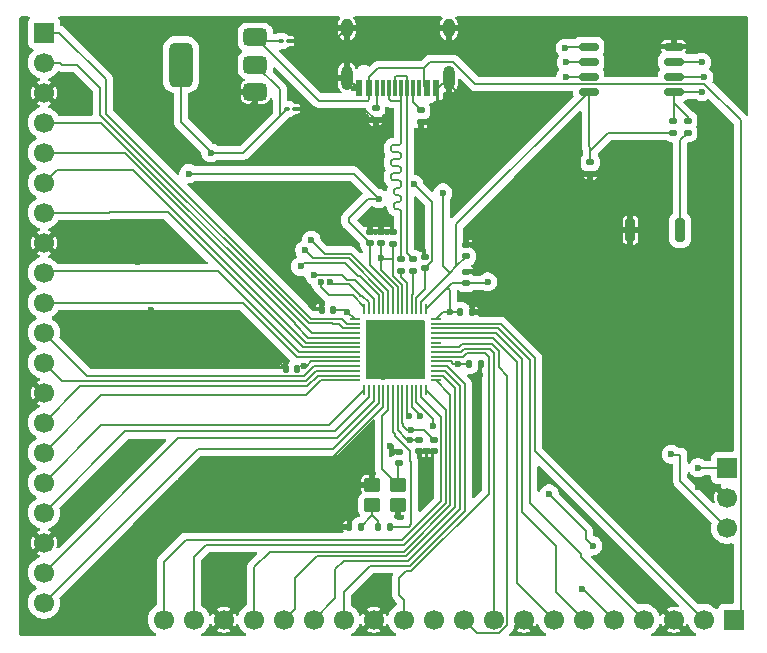
<source format=gbr>
%TF.GenerationSoftware,KiCad,Pcbnew,9.0.6*%
%TF.CreationDate,2025-12-18T17:34:00+05:30*%
%TF.ProjectId,Blueprint_Project,426c7565-7072-4696-9e74-5f50726f6a65,rev?*%
%TF.SameCoordinates,Original*%
%TF.FileFunction,Copper,L1,Top*%
%TF.FilePolarity,Positive*%
%FSLAX46Y46*%
G04 Gerber Fmt 4.6, Leading zero omitted, Abs format (unit mm)*
G04 Created by KiCad (PCBNEW 9.0.6) date 2025-12-18 17:34:00*
%MOMM*%
%LPD*%
G01*
G04 APERTURE LIST*
G04 Aperture macros list*
%AMRoundRect*
0 Rectangle with rounded corners*
0 $1 Rounding radius*
0 $2 $3 $4 $5 $6 $7 $8 $9 X,Y pos of 4 corners*
0 Add a 4 corners polygon primitive as box body*
4,1,4,$2,$3,$4,$5,$6,$7,$8,$9,$2,$3,0*
0 Add four circle primitives for the rounded corners*
1,1,$1+$1,$2,$3*
1,1,$1+$1,$4,$5*
1,1,$1+$1,$6,$7*
1,1,$1+$1,$8,$9*
0 Add four rect primitives between the rounded corners*
20,1,$1+$1,$2,$3,$4,$5,0*
20,1,$1+$1,$4,$5,$6,$7,0*
20,1,$1+$1,$6,$7,$8,$9,0*
20,1,$1+$1,$8,$9,$2,$3,0*%
G04 Aperture macros list end*
%TA.AperFunction,SMDPad,CuDef*%
%ADD10RoundRect,0.100000X-0.130000X-0.100000X0.130000X-0.100000X0.130000X0.100000X-0.130000X0.100000X0*%
%TD*%
%TA.AperFunction,SMDPad,CuDef*%
%ADD11RoundRect,0.135000X0.185000X-0.135000X0.185000X0.135000X-0.185000X0.135000X-0.185000X-0.135000X0*%
%TD*%
%TA.AperFunction,SMDPad,CuDef*%
%ADD12RoundRect,0.140000X0.140000X0.170000X-0.140000X0.170000X-0.140000X-0.170000X0.140000X-0.170000X0*%
%TD*%
%TA.AperFunction,SMDPad,CuDef*%
%ADD13RoundRect,0.250000X-0.450000X-0.350000X0.450000X-0.350000X0.450000X0.350000X-0.450000X0.350000X0*%
%TD*%
%TA.AperFunction,SMDPad,CuDef*%
%ADD14RoundRect,0.135000X0.135000X0.185000X-0.135000X0.185000X-0.135000X-0.185000X0.135000X-0.185000X0*%
%TD*%
%TA.AperFunction,SMDPad,CuDef*%
%ADD15R,0.600000X1.450000*%
%TD*%
%TA.AperFunction,SMDPad,CuDef*%
%ADD16R,0.300000X1.450000*%
%TD*%
%TA.AperFunction,HeatsinkPad*%
%ADD17O,1.000000X2.100000*%
%TD*%
%TA.AperFunction,HeatsinkPad*%
%ADD18O,1.000000X1.600000*%
%TD*%
%TA.AperFunction,ComponentPad*%
%ADD19R,1.700000X1.700000*%
%TD*%
%TA.AperFunction,ComponentPad*%
%ADD20C,1.700000*%
%TD*%
%TA.AperFunction,SMDPad,CuDef*%
%ADD21RoundRect,0.140000X-0.170000X0.140000X-0.170000X-0.140000X0.170000X-0.140000X0.170000X0.140000X0*%
%TD*%
%TA.AperFunction,SMDPad,CuDef*%
%ADD22RoundRect,0.140000X-0.140000X-0.170000X0.140000X-0.170000X0.140000X0.170000X-0.140000X0.170000X0*%
%TD*%
%TA.AperFunction,SMDPad,CuDef*%
%ADD23RoundRect,0.135000X-0.185000X0.135000X-0.185000X-0.135000X0.185000X-0.135000X0.185000X0.135000X0*%
%TD*%
%TA.AperFunction,SMDPad,CuDef*%
%ADD24RoundRect,0.140000X0.170000X-0.140000X0.170000X0.140000X-0.170000X0.140000X-0.170000X-0.140000X0*%
%TD*%
%TA.AperFunction,SMDPad,CuDef*%
%ADD25RoundRect,0.375000X0.625000X0.375000X-0.625000X0.375000X-0.625000X-0.375000X0.625000X-0.375000X0*%
%TD*%
%TA.AperFunction,SMDPad,CuDef*%
%ADD26RoundRect,0.500000X0.500000X1.400000X-0.500000X1.400000X-0.500000X-1.400000X0.500000X-1.400000X0*%
%TD*%
%TA.AperFunction,SMDPad,CuDef*%
%ADD27RoundRect,0.050000X-0.387500X-0.050000X0.387500X-0.050000X0.387500X0.050000X-0.387500X0.050000X0*%
%TD*%
%TA.AperFunction,SMDPad,CuDef*%
%ADD28RoundRect,0.050000X-0.050000X-0.387500X0.050000X-0.387500X0.050000X0.387500X-0.050000X0.387500X0*%
%TD*%
%TA.AperFunction,HeatsinkPad*%
%ADD29R,3.200000X3.200000*%
%TD*%
%TA.AperFunction,SMDPad,CuDef*%
%ADD30RoundRect,0.162500X0.650000X0.162500X-0.650000X0.162500X-0.650000X-0.162500X0.650000X-0.162500X0*%
%TD*%
%TA.AperFunction,SMDPad,CuDef*%
%ADD31RoundRect,0.200000X-0.200000X-0.800000X0.200000X-0.800000X0.200000X0.800000X-0.200000X0.800000X0*%
%TD*%
%TA.AperFunction,ViaPad*%
%ADD32C,0.600000*%
%TD*%
%TA.AperFunction,Conductor*%
%ADD33C,0.200000*%
%TD*%
G04 APERTURE END LIST*
D10*
%TO.P,C14,2*%
%TO.N,GND*%
X170475000Y-64250000D03*
%TO.P,C14,1*%
%TO.N,VBUS*%
X169835000Y-64250000D03*
%TD*%
D11*
%TO.P,R4,1*%
%TO.N,Net-(U1-USB_DM)*%
X181000000Y-83760000D03*
%TO.P,R4,2*%
%TO.N,USB_D-*%
X181000000Y-82740000D03*
%TD*%
D12*
%TO.P,C16,1*%
%TO.N,Net-(C16-Pad1)*%
X176570000Y-105380000D03*
%TO.P,C16,2*%
%TO.N,GND*%
X175610000Y-105380000D03*
%TD*%
D13*
%TO.P,Y1,1,1*%
%TO.N,Net-(C16-Pad1)*%
X177530000Y-103520000D03*
%TO.P,Y1,2,2*%
%TO.N,GND*%
X179730000Y-103520000D03*
%TO.P,Y1,3,3*%
%TO.N,XIN*%
X179730000Y-101820000D03*
%TO.P,Y1,4,4*%
%TO.N,GND*%
X177530000Y-101820000D03*
%TD*%
D12*
%TO.P,C8,1*%
%TO.N,+3V3*%
X171160000Y-92010000D03*
%TO.P,C8,2*%
%TO.N,GND*%
X170200000Y-92010000D03*
%TD*%
D14*
%TO.P,R5,1*%
%TO.N,XOUT*%
X179050000Y-105370000D03*
%TO.P,R5,2*%
%TO.N,Net-(C16-Pad1)*%
X178030000Y-105370000D03*
%TD*%
D15*
%TO.P,J2,A1,GND*%
%TO.N,GND*%
X182960000Y-68265000D03*
%TO.P,J2,A4,VBUS*%
%TO.N,VBUS*%
X182160000Y-68265000D03*
D16*
%TO.P,J2,A5,CC1*%
%TO.N,Net-(J2-CC1)*%
X180960000Y-68265000D03*
%TO.P,J2,A6,D+*%
%TO.N,USB_D+*%
X179960000Y-68265000D03*
%TO.P,J2,A7,D-*%
%TO.N,USB_D-*%
X179460000Y-68265000D03*
%TO.P,J2,A8*%
%TO.N,N/C*%
X178460000Y-68265000D03*
D15*
%TO.P,J2,A9,VBUS*%
%TO.N,VBUS*%
X177260000Y-68265000D03*
%TO.P,J2,A12,GND*%
%TO.N,GND*%
X176460000Y-68265000D03*
%TO.P,J2,B1,GND*%
X176460000Y-68265000D03*
%TO.P,J2,B4,VBUS*%
%TO.N,VBUS*%
X177260000Y-68265000D03*
D16*
%TO.P,J2,B5,CC2*%
%TO.N,Net-(J2-CC2)*%
X177960000Y-68265000D03*
%TO.P,J2,B6,D+*%
%TO.N,USB_D+*%
X178960000Y-68265000D03*
%TO.P,J2,B7,D-*%
%TO.N,USB_D-*%
X180460000Y-68265000D03*
%TO.P,J2,B8*%
%TO.N,N/C*%
X181460000Y-68265000D03*
D15*
%TO.P,J2,B9,VBUS*%
%TO.N,VBUS*%
X182160000Y-68265000D03*
%TO.P,J2,B12,GND*%
%TO.N,GND*%
X182960000Y-68265000D03*
D17*
%TO.P,J2,S1,SHIELD*%
X184030000Y-67350000D03*
D18*
X184030000Y-63170000D03*
D17*
X175390000Y-67350000D03*
D18*
X175390000Y-63170000D03*
%TD*%
D10*
%TO.P,C13,1*%
%TO.N,+3V3*%
X170335000Y-70000000D03*
%TO.P,C13,2*%
%TO.N,GND*%
X170975000Y-70000000D03*
%TD*%
D19*
%TO.P,J1,1,Pin_1*%
%TO.N,GPIO_00*%
X149750000Y-63550000D03*
D20*
%TO.P,J1,2,Pin_2*%
%TO.N,GPIO_01*%
X149750000Y-66090000D03*
%TO.P,J1,3,Pin_3*%
%TO.N,GND*%
X149750000Y-68630000D03*
%TO.P,J1,4,Pin_4*%
%TO.N,GPIO_02*%
X149750000Y-71170000D03*
%TO.P,J1,5,Pin_5*%
%TO.N,GPIO_03*%
X149750000Y-73710000D03*
%TO.P,J1,6,Pin_6*%
%TO.N,GPIO_04*%
X149750000Y-76250000D03*
%TO.P,J1,7,Pin_7*%
%TO.N,GPIO_05*%
X149750000Y-78790000D03*
%TO.P,J1,8,Pin_8*%
%TO.N,GND*%
X149750000Y-81330000D03*
%TO.P,J1,9,Pin_9*%
%TO.N,GPIO_06*%
X149750000Y-83870000D03*
%TO.P,J1,10,Pin_10*%
%TO.N,GPIO_07*%
X149750000Y-86410000D03*
%TO.P,J1,11,Pin_11*%
%TO.N,GPIO_08*%
X149750000Y-88950000D03*
%TO.P,J1,12,Pin_12*%
%TO.N,GPIO_09*%
X149750000Y-91490000D03*
%TO.P,J1,13,Pin_13*%
%TO.N,GND*%
X149750000Y-94030000D03*
%TO.P,J1,14,Pin_14*%
%TO.N,GPIO_10*%
X149750000Y-96570000D03*
%TO.P,J1,15,Pin_15*%
%TO.N,GPIO_11*%
X149750000Y-99110000D03*
%TO.P,J1,16,Pin_16*%
%TO.N,GPIO_012*%
X149750000Y-101650000D03*
%TO.P,J1,17,Pin_17*%
%TO.N,GPIO_013*%
X149750000Y-104190000D03*
%TO.P,J1,18,Pin_18*%
%TO.N,GND*%
X149750000Y-106730000D03*
%TO.P,J1,19,Pin_19*%
%TO.N,GPIO_014*%
X149750000Y-109270000D03*
%TO.P,J1,20,Pin_20*%
%TO.N,GPIO_015*%
X149750000Y-111810000D03*
%TD*%
D21*
%TO.P,C9,1*%
%TO.N,+3V3*%
X181500000Y-98020000D03*
%TO.P,C9,2*%
%TO.N,GND*%
X181500000Y-98980000D03*
%TD*%
D22*
%TO.P,C5,1*%
%TO.N,+3V3*%
X185010000Y-87160000D03*
%TO.P,C5,2*%
%TO.N,GND*%
X185970000Y-87160000D03*
%TD*%
D23*
%TO.P,R7,1*%
%TO.N,QPSI_SS*%
X203000000Y-71000000D03*
%TO.P,R7,2*%
%TO.N,+3V3*%
X203000000Y-72020000D03*
%TD*%
D11*
%TO.P,R3,1*%
%TO.N,Net-(U1-USB_DP)*%
X180000000Y-83760000D03*
%TO.P,R3,2*%
%TO.N,USB_D+*%
X180000000Y-82740000D03*
%TD*%
D23*
%TO.P,R6,1*%
%TO.N,QPSI_SS*%
X204250000Y-70990000D03*
%TO.P,R6,2*%
%TO.N,Net-(R6-Pad2)*%
X204250000Y-72010000D03*
%TD*%
D24*
%TO.P,C3,1*%
%TO.N,+3V3*%
X179310000Y-81400000D03*
%TO.P,C3,2*%
%TO.N,GND*%
X179310000Y-80440000D03*
%TD*%
%TO.P,C17,1*%
%TO.N,GND*%
X196000000Y-75480000D03*
%TO.P,C17,2*%
%TO.N,+3V3*%
X196000000Y-74520000D03*
%TD*%
D25*
%TO.P,U2,1,GND*%
%TO.N,GND*%
X167650000Y-68550000D03*
%TO.P,U2,2,VO*%
%TO.N,+3V3*%
X167650000Y-66250000D03*
D26*
X161350000Y-66250000D03*
D25*
%TO.P,U2,3,VI*%
%TO.N,VBUS*%
X167650000Y-63950000D03*
%TD*%
D23*
%TO.P,R2,1*%
%TO.N,Net-(J2-CC2)*%
X177820000Y-69920000D03*
%TO.P,R2,2*%
%TO.N,GND*%
X177820000Y-70940000D03*
%TD*%
D22*
%TO.P,C7,1*%
%TO.N,+3V3*%
X185750000Y-91610000D03*
%TO.P,C7,2*%
%TO.N,GND*%
X186710000Y-91610000D03*
%TD*%
D24*
%TO.P,C15,1*%
%TO.N,XIN*%
X179830000Y-100000000D03*
%TO.P,C15,2*%
%TO.N,GND*%
X179830000Y-99040000D03*
%TD*%
D23*
%TO.P,R1,1*%
%TO.N,Net-(J2-CC1)*%
X181640000Y-70120000D03*
%TO.P,R1,2*%
%TO.N,GND*%
X181640000Y-71140000D03*
%TD*%
D24*
%TO.P,C4,1*%
%TO.N,+3V3*%
X178310000Y-81390000D03*
%TO.P,C4,2*%
%TO.N,GND*%
X178310000Y-80430000D03*
%TD*%
D27*
%TO.P,U1,1,IOVDD*%
%TO.N,+3V3*%
X176042500Y-87780000D03*
%TO.P,U1,2,GPIO0*%
%TO.N,GPIO_00*%
X176042500Y-88180000D03*
%TO.P,U1,3,GPIO1*%
%TO.N,GPIO_01*%
X176042500Y-88580000D03*
%TO.P,U1,4,GPIO2*%
%TO.N,GPIO_02*%
X176042500Y-88980000D03*
%TO.P,U1,5,GPIO3*%
%TO.N,GPIO_03*%
X176042500Y-89380000D03*
%TO.P,U1,6,GPIO4*%
%TO.N,GPIO_04*%
X176042500Y-89780000D03*
%TO.P,U1,7,GPIO5*%
%TO.N,GPIO_05*%
X176042500Y-90180000D03*
%TO.P,U1,8,GPIO6*%
%TO.N,GPIO_06*%
X176042500Y-90580000D03*
%TO.P,U1,9,GPIO7*%
%TO.N,GPIO_07*%
X176042500Y-90980000D03*
%TO.P,U1,10,IOVDD*%
%TO.N,+3V3*%
X176042500Y-91380000D03*
%TO.P,U1,11,GPIO8*%
%TO.N,GPIO_08*%
X176042500Y-91780000D03*
%TO.P,U1,12,GPIO9*%
%TO.N,GPIO_09*%
X176042500Y-92180000D03*
%TO.P,U1,13,GPIO10*%
%TO.N,GPIO_10*%
X176042500Y-92580000D03*
%TO.P,U1,14,GPIO11*%
%TO.N,GPIO_11*%
X176042500Y-92980000D03*
D28*
%TO.P,U1,15,GPIO12*%
%TO.N,GPIO_012*%
X176880000Y-93817500D03*
%TO.P,U1,16,GPIO13*%
%TO.N,GPIO_013*%
X177280000Y-93817500D03*
%TO.P,U1,17,GPIO14*%
%TO.N,GPIO_014*%
X177680000Y-93817500D03*
%TO.P,U1,18,GPIO15*%
%TO.N,GPIO_015*%
X178080000Y-93817500D03*
%TO.P,U1,19,TESTEN*%
%TO.N,GND*%
X178480000Y-93817500D03*
%TO.P,U1,20,XIN*%
%TO.N,XIN*%
X178880000Y-93817500D03*
%TO.P,U1,21,XOUT*%
%TO.N,XOUT*%
X179280000Y-93817500D03*
%TO.P,U1,22,IOVDD*%
%TO.N,+3V3*%
X179680000Y-93817500D03*
%TO.P,U1,23,DVDD*%
%TO.N,+1V1*%
X180080000Y-93817500D03*
%TO.P,U1,24,SWCLK*%
%TO.N,SWCLK*%
X180480000Y-93817500D03*
%TO.P,U1,25,SWD*%
%TO.N,SWD*%
X180880000Y-93817500D03*
%TO.P,U1,26,RUN*%
%TO.N,RUN*%
X181280000Y-93817500D03*
%TO.P,U1,27,GPIO16*%
%TO.N,GPIO_016*%
X181680000Y-93817500D03*
%TO.P,U1,28,GPIO17*%
%TO.N,GPIO_017*%
X182080000Y-93817500D03*
D27*
%TO.P,U1,29,GPIO18*%
%TO.N,GPIO_018*%
X182917500Y-92980000D03*
%TO.P,U1,30,GPIO19*%
%TO.N,GPIO_019*%
X182917500Y-92580000D03*
%TO.P,U1,31,GPIO20*%
%TO.N,GPIO_020*%
X182917500Y-92180000D03*
%TO.P,U1,32,GPIO21*%
%TO.N,GPIO_021*%
X182917500Y-91780000D03*
%TO.P,U1,33,IOVDD*%
%TO.N,+3V3*%
X182917500Y-91380000D03*
%TO.P,U1,34,GPIO22*%
%TO.N,GPIO_022*%
X182917500Y-90980000D03*
%TO.P,U1,35,GPIO23*%
%TO.N,GPIO_023*%
X182917500Y-90580000D03*
%TO.P,U1,36,GPIO24*%
%TO.N,GPIO_024*%
X182917500Y-90180000D03*
%TO.P,U1,37,GPIO25*%
%TO.N,unconnected-(U1-GPIO25-Pad37)*%
X182917500Y-89780000D03*
%TO.P,U1,38,GPIO26_ADC0*%
%TO.N,GPIO026_ADC0*%
X182917500Y-89380000D03*
%TO.P,U1,39,GPIO27_ADC1*%
%TO.N,GPIO027_ADC1*%
X182917500Y-88980000D03*
%TO.P,U1,40,GPIO28_ADC2*%
%TO.N,GPIO_028_ADC2*%
X182917500Y-88580000D03*
%TO.P,U1,41,GPIO29_ADC3*%
%TO.N,GPIO_029_ADC3*%
X182917500Y-88180000D03*
%TO.P,U1,42,IOVDD*%
%TO.N,+3V3*%
X182917500Y-87780000D03*
D28*
%TO.P,U1,43,ADC_AVDD*%
X182080000Y-86942500D03*
%TO.P,U1,44,VREG_IN*%
X181680000Y-86942500D03*
%TO.P,U1,45,VREG_VOUT*%
%TO.N,+1V1*%
X181280000Y-86942500D03*
%TO.P,U1,46,USB_DM*%
%TO.N,Net-(U1-USB_DM)*%
X180880000Y-86942500D03*
%TO.P,U1,47,USB_DP*%
%TO.N,Net-(U1-USB_DP)*%
X180480000Y-86942500D03*
%TO.P,U1,48,USB_VDD*%
%TO.N,+3V3*%
X180080000Y-86942500D03*
%TO.P,U1,49,IOVDD*%
X179680000Y-86942500D03*
%TO.P,U1,50,DVDD*%
%TO.N,+1V1*%
X179280000Y-86942500D03*
%TO.P,U1,51,QSPI_SD3*%
%TO.N,QPSI_SD3*%
X178880000Y-86942500D03*
%TO.P,U1,52,QSPI_SCLK*%
%TO.N,QPSI_SCLK*%
X178480000Y-86942500D03*
%TO.P,U1,53,QSPI_SD0*%
%TO.N,QPSI_SD0*%
X178080000Y-86942500D03*
%TO.P,U1,54,QSPI_SD2*%
%TO.N,QPSI_SD2*%
X177680000Y-86942500D03*
%TO.P,U1,55,QSPI_SD1*%
%TO.N,QPSI_SD1*%
X177280000Y-86942500D03*
%TO.P,U1,56,QSPI_SS*%
%TO.N,QPSI_SS*%
X176880000Y-86942500D03*
D29*
%TO.P,U1,57,GND*%
%TO.N,GND*%
X179480000Y-90380000D03*
%TD*%
D24*
%TO.P,C6,1*%
%TO.N,+3V3*%
X185500000Y-84730000D03*
%TO.P,C6,2*%
%TO.N,GND*%
X185500000Y-83770000D03*
%TD*%
D21*
%TO.P,C11,1*%
%TO.N,+1V1*%
X182750000Y-98020000D03*
%TO.P,C11,2*%
%TO.N,GND*%
X182750000Y-98980000D03*
%TD*%
D24*
%TO.P,C10,1*%
%TO.N,+1V1*%
X177320000Y-81380000D03*
%TO.P,C10,2*%
%TO.N,GND*%
X177320000Y-80420000D03*
%TD*%
%TO.P,C1,1*%
%TO.N,+3V3*%
X185500000Y-82480000D03*
%TO.P,C1,2*%
%TO.N,GND*%
X185500000Y-81520000D03*
%TD*%
D12*
%TO.P,C2,1*%
%TO.N,+3V3*%
X174230000Y-87000000D03*
%TO.P,C2,2*%
%TO.N,GND*%
X173270000Y-87000000D03*
%TD*%
D30*
%TO.P,U3,1,~{CS}*%
%TO.N,QPSI_SS*%
X203050000Y-68530000D03*
%TO.P,U3,2,DO/IO_{1}*%
%TO.N,QPSI_SD1*%
X203050000Y-67260000D03*
%TO.P,U3,3,~{WP}/IO_{2}*%
%TO.N,QPSI_SD2*%
X203050000Y-65990000D03*
%TO.P,U3,4,GND*%
%TO.N,GND*%
X203050000Y-64720000D03*
%TO.P,U3,5,DI/IO_{0}*%
%TO.N,QPSI_SD0*%
X195875000Y-64720000D03*
%TO.P,U3,6,CLK*%
%TO.N,QPSI_SCLK*%
X195875000Y-65990000D03*
%TO.P,U3,7,~{HOLD}/~{RESET}/IO_{3}*%
%TO.N,QPSI_SD3*%
X195875000Y-67260000D03*
%TO.P,U3,8,VCC*%
%TO.N,+3V3*%
X195875000Y-68530000D03*
%TD*%
D19*
%TO.P,J3,1,Pin_1*%
%TO.N,SWCLK*%
X207580000Y-100390000D03*
D20*
%TO.P,J3,2,Pin_2*%
%TO.N,GND*%
X207580000Y-102930000D03*
%TO.P,J3,3,Pin_3*%
%TO.N,SWD*%
X207580000Y-105470000D03*
%TD*%
D24*
%TO.P,C12,1*%
%TO.N,+1V1*%
X182000000Y-83500000D03*
%TO.P,C12,2*%
%TO.N,GND*%
X182000000Y-82540000D03*
%TD*%
D19*
%TO.P,J4,1,Pin_1*%
%TO.N,VBUS*%
X208150000Y-113250000D03*
D20*
%TO.P,J4,2,Pin_2*%
%TO.N,GPIO_029_ADC3*%
X205610000Y-113250000D03*
%TO.P,J4,3,Pin_3*%
%TO.N,GND*%
X203070000Y-113250000D03*
%TO.P,J4,4,Pin_4*%
%TO.N,GPIO_028_ADC2*%
X200530000Y-113250000D03*
%TO.P,J4,5,Pin_5*%
%TO.N,+3V3*%
X197990000Y-113250000D03*
%TO.P,J4,6,Pin_6*%
%TO.N,GPIO027_ADC1*%
X195450000Y-113250000D03*
%TO.P,J4,7,Pin_7*%
%TO.N,GPIO026_ADC0*%
X192910000Y-113250000D03*
%TO.P,J4,8,Pin_8*%
%TO.N,GND*%
X190370000Y-113250000D03*
%TO.P,J4,9,Pin_9*%
%TO.N,GPIO_023*%
X187830000Y-113250000D03*
%TO.P,J4,10,Pin_10*%
%TO.N,GPIO_024*%
X185290000Y-113250000D03*
%TO.P,J4,11,Pin_11*%
%TO.N,RUN*%
X182750000Y-113250000D03*
%TO.P,J4,12,Pin_12*%
%TO.N,GPIO_022*%
X180210000Y-113250000D03*
%TO.P,J4,13,Pin_13*%
%TO.N,GND*%
X177670000Y-113250000D03*
%TO.P,J4,14,Pin_14*%
%TO.N,GPIO_021*%
X175130000Y-113250000D03*
%TO.P,J4,15,Pin_15*%
%TO.N,GPIO_020*%
X172590000Y-113250000D03*
%TO.P,J4,16,Pin_16*%
%TO.N,GPIO_019*%
X170050000Y-113250000D03*
%TO.P,J4,17,Pin_17*%
%TO.N,GPIO_018*%
X167510000Y-113250000D03*
%TO.P,J4,18,Pin_18*%
%TO.N,GND*%
X164970000Y-113250000D03*
%TO.P,J4,19,Pin_19*%
%TO.N,GPIO_017*%
X162430000Y-113250000D03*
%TO.P,J4,20,Pin_20*%
%TO.N,GPIO_016*%
X159890000Y-113250000D03*
%TD*%
D31*
%TO.P,SW1,1,1*%
%TO.N,GND*%
X199400000Y-80250000D03*
%TO.P,SW1,2,2*%
%TO.N,Net-(R6-Pad2)*%
X203600000Y-80250000D03*
%TD*%
D32*
%TO.N,GND*%
X179030000Y-98520000D03*
X157730000Y-82950000D03*
X186650000Y-92500000D03*
X186540000Y-79460000D03*
X163140000Y-88130000D03*
X166470000Y-90200000D03*
X180670000Y-88330000D03*
X205141000Y-102020000D03*
X166100000Y-70820000D03*
X169510000Y-91590000D03*
X156300000Y-82030000D03*
X193750000Y-91210000D03*
X184910000Y-68770000D03*
X173630000Y-71080000D03*
X181550000Y-81460000D03*
X179710000Y-104450000D03*
X158830000Y-87010000D03*
X173430000Y-100060000D03*
%TO.N,+3V3*%
X195330000Y-110660000D03*
X187310954Y-84651354D03*
X180740000Y-98020000D03*
X184090000Y-87160000D03*
X163870000Y-73710000D03*
X183530000Y-77110000D03*
X178310000Y-82660000D03*
X175421250Y-87158750D03*
X184810000Y-91610000D03*
X171770000Y-91740000D03*
%TO.N,+1V1*%
X180850000Y-97170000D03*
X181060000Y-76359742D03*
X178090000Y-77590000D03*
X162020000Y-75470000D03*
%TO.N,SWD*%
X181560000Y-95970000D03*
X202860000Y-99230000D03*
%TO.N,SWCLK*%
X205140000Y-100390000D03*
X180680000Y-96020000D03*
%TO.N,RUN*%
X196230000Y-106990000D03*
X182690000Y-96810000D03*
X192520000Y-102600000D03*
%TO.N,QPSI_SS*%
X173160000Y-84681450D03*
X205460000Y-68560000D03*
%TO.N,QPSI_SD3*%
X193930000Y-67290000D03*
X172370000Y-81120000D03*
%TO.N,QPSI_SD2*%
X172600000Y-84040000D03*
X205440000Y-66040000D03*
%TO.N,QPSI_SD1*%
X205630000Y-67290000D03*
X173960000Y-84681450D03*
%TO.N,QPSI_SD0*%
X193890000Y-64840000D03*
X171470000Y-83340000D03*
%TO.N,QPSI_SCLK*%
X193970000Y-66050000D03*
X171830000Y-81950000D03*
%TD*%
D33*
%TO.N,GPIO_04*%
X171963900Y-89781000D02*
X157322900Y-75140000D01*
%TO.N,GND*%
X207580000Y-102930000D02*
X206670000Y-102020000D01*
X184030000Y-67890000D02*
X184910000Y-68770000D01*
X167650000Y-69270000D02*
X167650000Y-68550000D01*
X179480000Y-89520000D02*
X180670000Y-88330000D01*
X186020000Y-83770000D02*
X187040000Y-82750000D01*
X169800000Y-91610000D02*
X169530000Y-91610000D01*
X167860000Y-91590000D02*
X169510000Y-91590000D01*
X182000000Y-82540000D02*
X182000000Y-81910000D01*
X184030000Y-67350000D02*
X184030000Y-67890000D01*
X187040000Y-82750000D02*
X185809999Y-81520000D01*
X182000000Y-81910000D02*
X181550000Y-81460000D01*
X178480000Y-93817500D02*
X178480000Y-95210000D01*
X176460000Y-68265000D02*
X176305000Y-68265000D01*
X173640000Y-100050000D02*
X173430000Y-100050000D01*
X166100000Y-70820000D02*
X167650000Y-69270000D01*
X182960000Y-68265000D02*
X183115000Y-68265000D01*
X179730000Y-104430000D02*
X179710000Y-104450000D01*
X185500000Y-83770000D02*
X186020000Y-83770000D01*
X185500000Y-80500000D02*
X185500000Y-81520000D01*
X166470000Y-90200000D02*
X167860000Y-91590000D01*
X186710000Y-92440000D02*
X186650000Y-92500000D01*
X183115000Y-68265000D02*
X184030000Y-67350000D01*
X179730000Y-103520000D02*
X179730000Y-104430000D01*
X177820000Y-70940000D02*
X173770000Y-70940000D01*
X163140000Y-88130000D02*
X165210000Y-90200000D01*
X186540000Y-79460000D02*
X185500000Y-80500000D01*
X173640000Y-100050000D02*
X178480000Y-95210000D01*
X165210000Y-90200000D02*
X166470000Y-90200000D01*
X176305000Y-68265000D02*
X175390000Y-67350000D01*
X179480000Y-90380000D02*
X179480000Y-89520000D01*
X156300000Y-82030000D02*
X156810000Y-82030000D01*
X179550000Y-99040000D02*
X179030000Y-98520000D01*
X179830000Y-99040000D02*
X179550000Y-99040000D01*
X173770000Y-70940000D02*
X173630000Y-71080000D01*
X156810000Y-82030000D02*
X157730000Y-82950000D01*
X170200000Y-92010000D02*
X169800000Y-91610000D01*
X206670000Y-102020000D02*
X205141000Y-102020000D01*
X174310000Y-64250000D02*
X175390000Y-63170000D01*
X169530000Y-91610000D02*
X169510000Y-91590000D01*
X180670000Y-88330000D02*
X180680000Y-88320000D01*
X185809999Y-81520000D02*
X185500000Y-81520000D01*
X170475000Y-64250000D02*
X174310000Y-64250000D01*
X170975000Y-70000000D02*
X176880000Y-70000000D01*
X186710000Y-91610000D02*
X186710000Y-92440000D01*
X176880000Y-70000000D02*
X177820000Y-70940000D01*
%TO.N,+3V3*%
X175421250Y-87158750D02*
X176042500Y-87780000D01*
X178310000Y-83662900D02*
X178310000Y-82660000D01*
X179680000Y-86942500D02*
X179680000Y-85020000D01*
X178310000Y-82660000D02*
X178310000Y-81390000D01*
X180080000Y-84910000D02*
X179310000Y-84140000D01*
X185500000Y-82500000D02*
X185500000Y-82480000D01*
X179310000Y-82680000D02*
X179310000Y-81400000D01*
X179310000Y-82680000D02*
X178330000Y-82680000D01*
X184170000Y-91380000D02*
X184400000Y-91610000D01*
X161350000Y-71100000D02*
X163870000Y-73620000D01*
X182917500Y-91380000D02*
X184170000Y-91380000D01*
X175262500Y-87000000D02*
X175421250Y-87158750D01*
X184090000Y-87160000D02*
X185010000Y-87160000D01*
X171430000Y-91740000D02*
X171160000Y-92010000D01*
X184105000Y-83895000D02*
X184660000Y-83340000D01*
X185500000Y-84730000D02*
X187340000Y-84730000D01*
X179667100Y-85020000D02*
X178310000Y-83662900D01*
X182080000Y-86942500D02*
X183891250Y-85131250D01*
X180520000Y-98020000D02*
X180740000Y-98020000D01*
X178330000Y-82680000D02*
X178310000Y-82660000D01*
X196000000Y-73272500D02*
X196000000Y-73560000D01*
X181680000Y-86942500D02*
X181680000Y-86320000D01*
X161350000Y-66250000D02*
X161350000Y-71100000D01*
X181680000Y-86320000D02*
X184105000Y-83895000D01*
X197990000Y-113250000D02*
X195400000Y-110660000D01*
X171990000Y-91740000D02*
X171770000Y-91740000D01*
X180080000Y-86942500D02*
X180080000Y-84910000D01*
X184105000Y-83895000D02*
X183530000Y-83320000D01*
X183891250Y-85131250D02*
X184292500Y-84730000D01*
X169697500Y-70637500D02*
X169697500Y-68297500D01*
X175990000Y-91380000D02*
X172350000Y-91380000D01*
X195875000Y-73147500D02*
X196000000Y-73272500D01*
X179680000Y-85020000D02*
X179667100Y-85020000D01*
X166625000Y-73710000D02*
X163870000Y-73710000D01*
X195875000Y-68530000D02*
X184660000Y-79745000D01*
X182917500Y-87780000D02*
X183537500Y-87160000D01*
X196000000Y-73560000D02*
X196000000Y-74520000D01*
X171770000Y-91740000D02*
X171430000Y-91740000D01*
X179680000Y-97180000D02*
X180520000Y-98020000D01*
X170335000Y-70000000D02*
X166625000Y-73710000D01*
X195875000Y-68530000D02*
X195875000Y-73147500D01*
X179310000Y-84140000D02*
X179310000Y-82680000D01*
X203000000Y-72020000D02*
X197540000Y-72020000D01*
X174230000Y-87000000D02*
X175262500Y-87000000D01*
X184292500Y-84730000D02*
X185500000Y-84730000D01*
X184090000Y-87160000D02*
X184090000Y-85330000D01*
X169697500Y-68297500D02*
X167650000Y-66250000D01*
X184660000Y-79745000D02*
X184660000Y-83340000D01*
X180740000Y-98020000D02*
X181500000Y-98020000D01*
X179680000Y-93817500D02*
X179680000Y-97180000D01*
X183530000Y-83320000D02*
X183530000Y-77110000D01*
X184400000Y-91610000D02*
X184810000Y-91610000D01*
X172350000Y-91380000D02*
X171990000Y-91740000D01*
X183537500Y-87160000D02*
X184090000Y-87160000D01*
X184660000Y-83340000D02*
X185500000Y-82500000D01*
X195400000Y-110660000D02*
X195330000Y-110660000D01*
X184810000Y-91610000D02*
X185750000Y-91610000D01*
X184090000Y-85330000D02*
X183891250Y-85131250D01*
X197540000Y-72020000D02*
X196000000Y-73560000D01*
%TO.N,+1V1*%
X180850000Y-97170000D02*
X181920000Y-97170000D01*
X175530000Y-79590000D02*
X175530000Y-79250000D01*
X181280000Y-85970000D02*
X182000000Y-85250000D01*
X182620000Y-77919742D02*
X181060000Y-76359742D01*
X180470000Y-97170000D02*
X180850000Y-97170000D01*
X182750000Y-98000000D02*
X182750000Y-98020000D01*
X177320000Y-81380000D02*
X175530000Y-79590000D01*
X177320000Y-83240000D02*
X177320000Y-81380000D01*
X181920000Y-97170000D02*
X182750000Y-98000000D01*
X181280000Y-86942500D02*
X181280000Y-85970000D01*
X180180000Y-96680000D02*
X180180000Y-96880000D01*
X182620000Y-82880000D02*
X182620000Y-77919742D01*
X180080000Y-96580000D02*
X180180000Y-96680000D01*
X175530000Y-79250000D02*
X177190000Y-77590000D01*
X179280000Y-86942500D02*
X179280000Y-85200000D01*
X182000000Y-83500000D02*
X182620000Y-82880000D01*
X162020000Y-75470000D02*
X175970000Y-75470000D01*
X179280000Y-85200000D02*
X177320000Y-83240000D01*
X180080000Y-93817500D02*
X180080000Y-96580000D01*
X175970000Y-75470000D02*
X178090000Y-77590000D01*
X182000000Y-85250000D02*
X182000000Y-83500000D01*
X177190000Y-77590000D02*
X178090000Y-77590000D01*
X180180000Y-96880000D02*
X180470000Y-97170000D01*
%TO.N,VBUS*%
X205653943Y-67904000D02*
X186266785Y-67904000D01*
X186266785Y-67904000D02*
X184361785Y-65999000D01*
X177159000Y-69291000D02*
X172991000Y-69291000D01*
X177260000Y-67340000D02*
X177260000Y-68265000D01*
X169835000Y-64250000D02*
X167950000Y-64250000D01*
X184361785Y-65999000D02*
X182464992Y-65999000D01*
X177260000Y-68265000D02*
X177260000Y-69190000D01*
X208731000Y-70981057D02*
X205653943Y-67904000D01*
X167950000Y-64250000D02*
X167650000Y-63950000D01*
X208150000Y-113250000D02*
X208731000Y-112669000D01*
X208731000Y-112669000D02*
X208731000Y-70981057D01*
X181924000Y-66539992D02*
X178060008Y-66539992D01*
X178060008Y-66539992D02*
X177260000Y-67340000D01*
X181924000Y-66539992D02*
X181924000Y-68029000D01*
X182464992Y-65999000D02*
X181924000Y-66539992D01*
X172991000Y-69291000D02*
X167650000Y-63950000D01*
X177260000Y-69190000D02*
X177159000Y-69291000D01*
X181924000Y-68029000D02*
X182160000Y-68265000D01*
%TO.N,XIN*%
X179730000Y-101820000D02*
X178370000Y-100460000D01*
X179730000Y-101820000D02*
X179730000Y-100100000D01*
X179730000Y-100100000D02*
X179830000Y-100000000D01*
X178880000Y-95510000D02*
X178880000Y-93817500D01*
X178370000Y-100460000D02*
X178370000Y-96020000D01*
X178370000Y-96020000D02*
X178880000Y-95510000D01*
%TO.N,Net-(C16-Pad1)*%
X177530000Y-104420000D02*
X178030000Y-104920000D01*
X178030000Y-104920000D02*
X178030000Y-105370000D01*
X177530000Y-104420000D02*
X176570000Y-105380000D01*
X177530000Y-103520000D02*
X177530000Y-104420000D01*
%TO.N,GPIO_03*%
X176042500Y-89380000D02*
X172130000Y-89380000D01*
X156575800Y-73710000D02*
X149750000Y-73710000D01*
X171000000Y-88134200D02*
X156575800Y-73710000D01*
X172130000Y-89380000D02*
X171000000Y-88250000D01*
X171000000Y-88250000D02*
X171000000Y-88134200D01*
%TO.N,GPIO_05*%
X160250000Y-78750000D02*
X155250000Y-78750000D01*
X155210000Y-78790000D02*
X149750000Y-78790000D01*
X155250000Y-78750000D02*
X155210000Y-78790000D01*
X171647500Y-90167500D02*
X160250000Y-78770000D01*
X171647500Y-90180000D02*
X171647500Y-90167500D01*
X176030000Y-90180000D02*
X171647500Y-90180000D01*
X160250000Y-78770000D02*
X160250000Y-78750000D01*
%TO.N,GPIO_014*%
X177680000Y-94730000D02*
X174520000Y-97890000D01*
X174520000Y-97890000D02*
X161130000Y-97890000D01*
X161130000Y-97890000D02*
X149750000Y-109270000D01*
X177680000Y-93817500D02*
X177680000Y-94730000D01*
%TO.N,GPIO_08*%
X176042500Y-91780000D02*
X172640000Y-91780000D01*
X153411000Y-92611000D02*
X149750000Y-88950000D01*
X171780000Y-92640000D02*
X169250000Y-92640000D01*
X172640000Y-91780000D02*
X171780000Y-92640000D01*
X169221000Y-92611000D02*
X153411000Y-92611000D01*
X169250000Y-92640000D02*
X169221000Y-92611000D01*
%TO.N,GPIO_10*%
X152820000Y-93500000D02*
X149750000Y-96570000D01*
X172054200Y-93500000D02*
X152820000Y-93500000D01*
X176042500Y-92580000D02*
X172974200Y-92580000D01*
X172974200Y-92580000D02*
X172054200Y-93500000D01*
%TO.N,GPIO_11*%
X154610000Y-94250000D02*
X149750000Y-99110000D01*
X173190000Y-92980000D02*
X176042500Y-92980000D01*
X173190000Y-92980000D02*
X171920000Y-94250000D01*
X171920000Y-94250000D02*
X154610000Y-94250000D01*
%TO.N,GPIO_00*%
X155000000Y-70417550D02*
X172332450Y-87750000D01*
X175000000Y-87750000D02*
X175430000Y-88180000D01*
X155000000Y-67500000D02*
X155000000Y-70417550D01*
X172332450Y-87750000D02*
X175000000Y-87750000D01*
X151050000Y-63550000D02*
X155000000Y-67500000D01*
X175430000Y-88180000D02*
X176042500Y-88180000D01*
X149750000Y-63550000D02*
X151050000Y-63550000D01*
%TO.N,GPIO_015*%
X178080000Y-94940000D02*
X174240000Y-98780000D01*
X178080000Y-93817500D02*
X178080000Y-94940000D01*
X162780000Y-98780000D02*
X149750000Y-111810000D01*
X174240000Y-98780000D02*
X162780000Y-98780000D01*
%TO.N,GPIO_01*%
X174750000Y-88250000D02*
X174198000Y-88250000D01*
X152500000Y-66250000D02*
X151250000Y-66250000D01*
X172000000Y-88000000D02*
X154500000Y-70500000D01*
X172015350Y-88000000D02*
X172000000Y-88000000D01*
X154500000Y-70500000D02*
X154500000Y-68250000D01*
X175080000Y-88580000D02*
X174750000Y-88250000D01*
X172166350Y-88151000D02*
X172015350Y-88000000D01*
X151250000Y-66250000D02*
X151090000Y-66090000D01*
X151090000Y-66090000D02*
X149750000Y-66090000D01*
X154500000Y-68250000D02*
X152500000Y-66250000D01*
X176042500Y-88580000D02*
X175080000Y-88580000D01*
X174198000Y-88250000D02*
X174099000Y-88151000D01*
X174099000Y-88151000D02*
X172166350Y-88151000D01*
%TO.N,GPIO_012*%
X176880000Y-93817500D02*
X173907500Y-96790000D01*
X173907500Y-96790000D02*
X154610000Y-96790000D01*
X154610000Y-96790000D02*
X149750000Y-101650000D01*
%TO.N,GPIO_06*%
X164500000Y-83750000D02*
X149870000Y-83750000D01*
X176042500Y-90580000D02*
X171330000Y-90580000D01*
X149870000Y-83750000D02*
X149750000Y-83870000D01*
X171330000Y-90580000D02*
X164500000Y-83750000D01*
%TO.N,GPIO_09*%
X171937100Y-93050000D02*
X151310000Y-93050000D01*
X172807100Y-92180000D02*
X171937100Y-93050000D01*
X151310000Y-93050000D02*
X149750000Y-91490000D01*
X176042500Y-92180000D02*
X172807100Y-92180000D01*
%TO.N,GPIO_04*%
X157322900Y-75140000D02*
X150860000Y-75140000D01*
X176042500Y-89780000D02*
X175220000Y-89780000D01*
X150860000Y-75140000D02*
X149750000Y-76250000D01*
%TO.N,GPIO_07*%
X171162900Y-90980000D02*
X176042500Y-90980000D01*
X166592900Y-86410000D02*
X149750000Y-86410000D01*
X171162900Y-90980000D02*
X166592900Y-86410000D01*
%TO.N,GPIO_02*%
X172412900Y-88980000D02*
X154602900Y-71170000D01*
X176042500Y-88980000D02*
X172412900Y-88980000D01*
X154602900Y-71170000D02*
X149750000Y-71170000D01*
%TO.N,GPIO_013*%
X177280000Y-93817500D02*
X177280000Y-94410000D01*
X156630000Y-97310000D02*
X149750000Y-104190000D01*
X174380000Y-97310000D02*
X156630000Y-97310000D01*
X177280000Y-94410000D02*
X174380000Y-97310000D01*
%TO.N,Net-(J2-CC2)*%
X177960000Y-69780000D02*
X177820000Y-69920000D01*
X177960000Y-68265000D02*
X177960000Y-69780000D01*
%TO.N,USB_D-*%
X179460000Y-67288000D02*
X179509000Y-67239000D01*
X180460000Y-82200000D02*
X181000000Y-82740000D01*
X180460000Y-67288000D02*
X180460000Y-68265000D01*
X179509000Y-67239000D02*
X180411000Y-67239000D01*
X180460000Y-82200000D02*
X180460000Y-68265000D01*
X179460000Y-68265000D02*
X179460000Y-67288000D01*
X180411000Y-67239000D02*
X180460000Y-67288000D01*
%TO.N,USB_D+*%
X180000000Y-76295933D02*
X180000000Y-76468932D01*
X179992000Y-69242000D02*
X180000000Y-69250000D01*
X180000000Y-69250000D02*
X180000000Y-72815933D01*
X179110768Y-73295933D02*
X179110768Y-73415933D01*
X179760000Y-73055933D02*
X179350768Y-73055933D01*
X179760000Y-77908932D02*
X179605248Y-77908932D01*
X179365235Y-76948932D02*
X179365235Y-77068932D01*
X179350768Y-73655933D02*
X179760000Y-73655933D01*
X179911000Y-69291000D02*
X179091000Y-69291000D01*
X179110768Y-75695933D02*
X179110768Y-75815933D01*
X179760000Y-74255933D02*
X179350792Y-74255933D01*
X179960000Y-69242000D02*
X179992000Y-69242000D01*
X179760000Y-76708932D02*
X179605235Y-76708932D01*
X179960000Y-68265000D02*
X179960000Y-69242000D01*
X179350768Y-76055933D02*
X179760000Y-76055933D01*
X179605235Y-77308932D02*
X179760000Y-77308932D01*
X179365248Y-78148932D02*
X179365248Y-78268932D01*
X179091000Y-69291000D02*
X178960000Y-69160000D01*
X180000000Y-77548932D02*
X180000000Y-77668932D01*
X179960000Y-69242000D02*
X179911000Y-69291000D01*
X180000000Y-75095933D02*
X180000000Y-75215933D01*
X179110792Y-74495933D02*
X179110792Y-74615933D01*
X179605248Y-78508932D02*
X179760000Y-78508932D01*
X180000000Y-78748932D02*
X180000000Y-82740000D01*
X179760000Y-75455933D02*
X179350768Y-75455933D01*
X178960000Y-69160000D02*
X178960000Y-68265000D01*
X179350792Y-74855933D02*
X179760000Y-74855933D01*
X180000000Y-73895933D02*
X180000000Y-74015933D01*
X179760000Y-73655933D02*
G75*
G02*
X179999967Y-73895933I0J-239967D01*
G01*
X179110768Y-75815933D02*
G75*
G03*
X179350768Y-76055932I240032J33D01*
G01*
X179760000Y-77308932D02*
G75*
G02*
X179999968Y-77548932I0J-239968D01*
G01*
X179110768Y-73415933D02*
G75*
G03*
X179350768Y-73655932I240032J33D01*
G01*
X179760000Y-78508932D02*
G75*
G02*
X179999968Y-78748932I0J-239968D01*
G01*
X180000000Y-74015933D02*
G75*
G02*
X179760000Y-74255900I-240000J33D01*
G01*
X179350792Y-74255933D02*
G75*
G03*
X179110833Y-74495933I8J-239967D01*
G01*
X179605248Y-77908932D02*
G75*
G03*
X179365232Y-78148932I-48J-239968D01*
G01*
X179110792Y-74615933D02*
G75*
G03*
X179350792Y-74855908I240008J33D01*
G01*
X180000000Y-72815933D02*
G75*
G02*
X179760000Y-73055900I-240000J33D01*
G01*
X179365235Y-77068932D02*
G75*
G03*
X179605235Y-77308865I239965J32D01*
G01*
X179605235Y-76708932D02*
G75*
G03*
X179365232Y-76948932I-35J-239968D01*
G01*
X179760000Y-74855933D02*
G75*
G02*
X179999967Y-75095933I0J-239967D01*
G01*
X179350768Y-75455933D02*
G75*
G03*
X179110833Y-75695933I32J-239967D01*
G01*
X179760000Y-76055933D02*
G75*
G02*
X179999967Y-76295933I0J-239967D01*
G01*
X180000000Y-77668932D02*
G75*
G02*
X179760000Y-77908900I-240000J32D01*
G01*
X180000000Y-75215933D02*
G75*
G02*
X179760000Y-75455900I-240000J33D01*
G01*
X179350768Y-73055933D02*
G75*
G03*
X179110833Y-73295933I32J-239967D01*
G01*
X179365248Y-78268932D02*
G75*
G03*
X179605248Y-78508852I239952J32D01*
G01*
X180000000Y-76468932D02*
G75*
G02*
X179760000Y-76708900I-240000J32D01*
G01*
%TO.N,Net-(J2-CC1)*%
X180960000Y-69440000D02*
X181640000Y-70120000D01*
X180960000Y-68265000D02*
X180960000Y-69440000D01*
%TO.N,SWD*%
X203630000Y-101520000D02*
X203630000Y-99290000D01*
X203630000Y-99290000D02*
X202920000Y-99290000D01*
X180880000Y-95260000D02*
X181560000Y-95940000D01*
X202920000Y-99290000D02*
X202860000Y-99230000D01*
X180880000Y-93817500D02*
X180880000Y-95260000D01*
X207580000Y-105470000D02*
X203630000Y-101520000D01*
%TO.N,SWCLK*%
X180480000Y-95820000D02*
X180680000Y-96020000D01*
X207580000Y-100390000D02*
X205140000Y-100390000D01*
X180480000Y-93817500D02*
X180480000Y-95820000D01*
%TO.N,GPIO_018*%
X184163000Y-103548300D02*
X180231300Y-107480000D01*
X184163000Y-94225500D02*
X184163000Y-103548300D01*
X180231300Y-107480000D02*
X168850000Y-107480000D01*
X182917500Y-92980000D02*
X184163000Y-94225500D01*
X167510000Y-108820000D02*
X167510000Y-113250000D01*
X168850000Y-107480000D02*
X167510000Y-108820000D01*
%TO.N,GPIO026_ADC0*%
X189810000Y-110150000D02*
X192910000Y-113250000D01*
X189810000Y-91430000D02*
X189810000Y-110150000D01*
X187760000Y-89380000D02*
X189810000Y-91430000D01*
X182917500Y-89380000D02*
X187760000Y-89380000D01*
%TO.N,GPIO_029_ADC3*%
X191330000Y-98980000D02*
X191410000Y-99060000D01*
X191420000Y-99060000D02*
X205610000Y-113250000D01*
X191410000Y-99060000D02*
X191420000Y-99060000D01*
X188410000Y-88180000D02*
X191330000Y-91100000D01*
X182917500Y-88180000D02*
X188410000Y-88180000D01*
X191330000Y-91100000D02*
X191330000Y-98980000D01*
%TO.N,GPIO_020*%
X184965000Y-103880500D02*
X180563500Y-108282000D01*
X180563500Y-108282000D02*
X175118000Y-108282000D01*
X183697100Y-92180000D02*
X184965000Y-93447900D01*
X174420000Y-111420000D02*
X172590000Y-113250000D01*
X184965000Y-93447900D02*
X184965000Y-103880500D01*
X175118000Y-108282000D02*
X174420000Y-108980000D01*
X182917500Y-92180000D02*
X183697100Y-92180000D01*
X174420000Y-108980000D02*
X174420000Y-111420000D01*
%TO.N,GPIO_016*%
X180077100Y-106500000D02*
X161750000Y-106500000D01*
X159890000Y-108360000D02*
X159890000Y-113250000D01*
X161750000Y-106500000D02*
X159890000Y-108360000D01*
X181680000Y-93817500D02*
X181680000Y-94430000D01*
X181680000Y-94430000D02*
X183361000Y-96111000D01*
X183361000Y-96111000D02*
X183361000Y-103216100D01*
X183361000Y-103216100D02*
X180077100Y-106500000D01*
%TO.N,GPIO_022*%
X179830000Y-111160000D02*
X180210000Y-111540000D01*
X187411000Y-91033450D02*
X187411000Y-102568700D01*
X185540000Y-90700000D02*
X187077550Y-90700000D01*
X182917500Y-90980000D02*
X185260000Y-90980000D01*
X180400000Y-109150000D02*
X179830000Y-109720000D01*
X179830000Y-109720000D02*
X179830000Y-111160000D01*
X185260000Y-90980000D02*
X185540000Y-90700000D01*
X187077550Y-90700000D02*
X187411000Y-91033450D01*
X180829700Y-109150000D02*
X180400000Y-109150000D01*
X187411000Y-102568700D02*
X180829700Y-109150000D01*
X180210000Y-111540000D02*
X180210000Y-113250000D01*
%TO.N,GPIO_023*%
X185311000Y-90299000D02*
X187499000Y-90299000D01*
X182917500Y-90580000D02*
X185030000Y-90580000D01*
X185030000Y-90580000D02*
X185311000Y-90299000D01*
X187499000Y-90299000D02*
X187830000Y-90630000D01*
X187830000Y-90630000D02*
X187830000Y-113250000D01*
%TO.N,GPIO_019*%
X180397400Y-107881000D02*
X172829000Y-107881000D01*
X170970000Y-109740000D02*
X170970000Y-112330000D01*
X182917500Y-92580000D02*
X183530000Y-92580000D01*
X170970000Y-112330000D02*
X170050000Y-113250000D01*
X184564000Y-93614000D02*
X184564000Y-103714400D01*
X172829000Y-107881000D02*
X170970000Y-109740000D01*
X184564000Y-103714400D02*
X180397400Y-107881000D01*
X183530000Y-92580000D02*
X184564000Y-93614000D01*
%TO.N,GPIO027_ADC1*%
X193130000Y-107050000D02*
X193130000Y-110930000D01*
X193130000Y-110930000D02*
X195450000Y-113250000D01*
X182917500Y-88980000D02*
X187980000Y-88980000D01*
X187980000Y-88980000D02*
X190211000Y-91211000D01*
X190211000Y-104131000D02*
X193130000Y-107050000D01*
X190211000Y-91211000D02*
X190211000Y-104131000D01*
%TO.N,RUN*%
X195620000Y-105700000D02*
X195620000Y-106380000D01*
X182690000Y-96250000D02*
X182690000Y-96810000D01*
X195620000Y-106380000D02*
X196230000Y-106990000D01*
X181280000Y-94840000D02*
X182690000Y-96250000D01*
X181280000Y-93817500D02*
X181280000Y-94840000D01*
X192520000Y-102600000D02*
X195620000Y-105700000D01*
%TO.N,GPIO_028_ADC2*%
X195250000Y-107970000D02*
X200530000Y-113250000D01*
X190930000Y-91300000D02*
X190930000Y-103370000D01*
X195250000Y-107690000D02*
X195250000Y-107970000D01*
X188210000Y-88580000D02*
X190930000Y-91300000D01*
X182917500Y-88580000D02*
X188210000Y-88580000D01*
X190930000Y-103370000D02*
X195250000Y-107690000D01*
%TO.N,GPIO_024*%
X188231000Y-91890000D02*
X188981000Y-92640000D01*
X188981000Y-113726760D02*
X188306760Y-114401000D01*
X187665100Y-89898000D02*
X188231000Y-90463900D01*
X185142000Y-89898000D02*
X187665100Y-89898000D01*
X188981000Y-92640000D02*
X188981000Y-113726760D01*
X188231000Y-90463900D02*
X188231000Y-91890000D01*
X188306760Y-114401000D02*
X186441000Y-114401000D01*
X186441000Y-114401000D02*
X185290000Y-113250000D01*
X184860000Y-90180000D02*
X185142000Y-89898000D01*
X182917500Y-90180000D02*
X184860000Y-90180000D01*
%TO.N,GPIO_017*%
X162430000Y-107971000D02*
X163500000Y-106901000D01*
X162430000Y-113250000D02*
X162430000Y-107971000D01*
X183762000Y-103382200D02*
X183762000Y-95499500D01*
X163500000Y-106901000D02*
X180243200Y-106901000D01*
X180243200Y-106901000D02*
X183762000Y-103382200D01*
X183762000Y-95499500D02*
X182080000Y-93817500D01*
%TO.N,GPIO_021*%
X182917500Y-91780000D02*
X183890000Y-91780000D01*
X180729600Y-108683000D02*
X177387000Y-108683000D01*
X175130000Y-110940000D02*
X175130000Y-113250000D01*
X185366000Y-93256000D02*
X185366000Y-104046600D01*
X177387000Y-108683000D02*
X175130000Y-110940000D01*
X185366000Y-104046600D02*
X180729600Y-108683000D01*
X183890000Y-91780000D02*
X185366000Y-93256000D01*
%TO.N,Net-(U1-USB_DP)*%
X180480000Y-84770000D02*
X180480000Y-86942500D01*
X180000000Y-83760000D02*
X180000000Y-84250000D01*
X180000000Y-84250000D02*
X180500000Y-84750000D01*
X180500000Y-84750000D02*
X180480000Y-84770000D01*
%TO.N,Net-(U1-USB_DM)*%
X180880000Y-85751000D02*
X180880000Y-86942500D01*
X181000000Y-85631000D02*
X180880000Y-85751000D01*
X181000000Y-83760000D02*
X181000000Y-85631000D01*
%TO.N,XOUT*%
X180850000Y-105160000D02*
X180640000Y-105370000D01*
X180850000Y-99890000D02*
X180850000Y-105160000D01*
X179440000Y-97712450D02*
X180730000Y-99002450D01*
X180730000Y-99770000D02*
X180850000Y-99890000D01*
X179280000Y-97360000D02*
X179440000Y-97520000D01*
X180730000Y-99002450D02*
X180730000Y-99770000D01*
X179440000Y-97520000D02*
X179440000Y-97712450D01*
X179280000Y-93817500D02*
X179280000Y-97360000D01*
X180640000Y-105370000D02*
X179050000Y-105370000D01*
%TO.N,Net-(R6-Pad2)*%
X203600000Y-80250000D02*
X203600000Y-72660000D01*
X203600000Y-72660000D02*
X204250000Y-72010000D01*
%TO.N,QPSI_SS*%
X176880000Y-86750000D02*
X175880000Y-85750000D01*
X203050000Y-68530000D02*
X203050000Y-69500000D01*
X175880000Y-85750000D02*
X173870000Y-85750000D01*
X203050000Y-69500000D02*
X203050000Y-70950000D01*
X204250000Y-70700000D02*
X204250000Y-70990000D01*
X173870000Y-85750000D02*
X173160000Y-85040000D01*
X176880000Y-86942500D02*
X176880000Y-86750000D01*
X203050000Y-69500000D02*
X204250000Y-70700000D01*
X173160000Y-85040000D02*
X173160000Y-84681450D01*
X203050000Y-70950000D02*
X203000000Y-71000000D01*
X203050000Y-68530000D02*
X205460000Y-68530000D01*
%TO.N,QPSI_SD3*%
X193960000Y-67260000D02*
X193930000Y-67290000D01*
X173499000Y-82249000D02*
X175709000Y-82249000D01*
X173499000Y-82249000D02*
X172370000Y-81120000D01*
X178880000Y-86942500D02*
X178880000Y-85420000D01*
X195875000Y-67260000D02*
X193960000Y-67260000D01*
X175709000Y-82249000D02*
X178880000Y-85420000D01*
%TO.N,QPSI_SD2*%
X203050000Y-65990000D02*
X205390000Y-65990000D01*
X175011450Y-84081450D02*
X175390000Y-84460000D01*
X176050000Y-84460000D02*
X177680000Y-86090000D01*
X172641450Y-84081450D02*
X175011450Y-84081450D01*
X175390000Y-84460000D02*
X176050000Y-84460000D01*
X172600000Y-84040000D02*
X172641450Y-84081450D01*
X177680000Y-86090000D02*
X177680000Y-86942500D01*
X205390000Y-65990000D02*
X205440000Y-66040000D01*
%TO.N,QPSI_SD1*%
X176508550Y-85798550D02*
X176508550Y-85811450D01*
X175570000Y-84860000D02*
X176508550Y-85798550D01*
X174138550Y-84860000D02*
X175570000Y-84860000D01*
X176508550Y-85811450D02*
X176701450Y-85811450D01*
X173960000Y-84681450D02*
X174138550Y-84860000D01*
X203050000Y-67260000D02*
X205600000Y-67260000D01*
X176701450Y-85811450D02*
X177280000Y-86390000D01*
X177280000Y-86390000D02*
X177280000Y-86942500D01*
X205600000Y-67260000D02*
X205630000Y-67290000D01*
%TO.N,QPSI_SD0*%
X175240000Y-83050000D02*
X171730000Y-83050000D01*
X178080000Y-86942500D02*
X178080000Y-85760000D01*
X194010000Y-64720000D02*
X193890000Y-64840000D01*
X176360000Y-84170000D02*
X175240000Y-83050000D01*
X176490000Y-84170000D02*
X176360000Y-84170000D01*
X178080000Y-85760000D02*
X176490000Y-84170000D01*
X171730000Y-83050000D02*
X171470000Y-83310000D01*
X195875000Y-64720000D02*
X194010000Y-64720000D01*
%TO.N,QPSI_SCLK*%
X194030000Y-65990000D02*
X193970000Y-66050000D01*
X172530000Y-82650000D02*
X175537100Y-82650000D01*
X172530000Y-82650000D02*
X171830000Y-81950000D01*
X195875000Y-65990000D02*
X194030000Y-65990000D01*
X178480000Y-86942500D02*
X178480000Y-85592900D01*
X178480000Y-85592900D02*
X175537100Y-82650000D01*
%TO.N,GPIO_04*%
X175219000Y-89780000D02*
X171963900Y-89780000D01*
%TD*%
%TA.AperFunction,Conductor*%
%TO.N,GND*%
G36*
X148490496Y-62190185D02*
G01*
X148536251Y-62242989D01*
X148546195Y-62312147D01*
X148522723Y-62368810D01*
X148492843Y-62408724D01*
X148456204Y-62457668D01*
X148456202Y-62457671D01*
X148405908Y-62592517D01*
X148401885Y-62629940D01*
X148399501Y-62652123D01*
X148399500Y-62652135D01*
X148399500Y-64447870D01*
X148399501Y-64447876D01*
X148405908Y-64507483D01*
X148456202Y-64642328D01*
X148456206Y-64642335D01*
X148542452Y-64757544D01*
X148542455Y-64757547D01*
X148657664Y-64843793D01*
X148657671Y-64843797D01*
X148789082Y-64892810D01*
X148845016Y-64934681D01*
X148869433Y-65000145D01*
X148854582Y-65068418D01*
X148833431Y-65096673D01*
X148719889Y-65210215D01*
X148594951Y-65382179D01*
X148498444Y-65571585D01*
X148432753Y-65773760D01*
X148399500Y-65983713D01*
X148399500Y-66196286D01*
X148425348Y-66359487D01*
X148432754Y-66406243D01*
X148495547Y-66599500D01*
X148498444Y-66608414D01*
X148594951Y-66797820D01*
X148719890Y-66969786D01*
X148870213Y-67120109D01*
X149042179Y-67245048D01*
X149042181Y-67245049D01*
X149042184Y-67245051D01*
X149231588Y-67341557D01*
X149330715Y-67373765D01*
X149388388Y-67413201D01*
X149415587Y-67477560D01*
X149403673Y-67546406D01*
X149356429Y-67597882D01*
X149330722Y-67609623D01*
X149327744Y-67610590D01*
X149327743Y-67610590D01*
X149173480Y-67689193D01*
X149173463Y-67689203D01*
X149167261Y-67693708D01*
X149167261Y-67693709D01*
X149620590Y-68147037D01*
X149557007Y-68164075D01*
X149442993Y-68229901D01*
X149349901Y-68322993D01*
X149284075Y-68437007D01*
X149267037Y-68500590D01*
X148813709Y-68047261D01*
X148813708Y-68047261D01*
X148809203Y-68053463D01*
X148809193Y-68053480D01*
X148730592Y-68207740D01*
X148677085Y-68372415D01*
X148650000Y-68543428D01*
X148650000Y-68716571D01*
X148677085Y-68887584D01*
X148730592Y-69052259D01*
X148809196Y-69206525D01*
X148813709Y-69212736D01*
X148813709Y-69212737D01*
X149267037Y-68759409D01*
X149284075Y-68822993D01*
X149349901Y-68937007D01*
X149442993Y-69030099D01*
X149557007Y-69095925D01*
X149620589Y-69112962D01*
X149167261Y-69566289D01*
X149167262Y-69566290D01*
X149173471Y-69570801D01*
X149327741Y-69649407D01*
X149330708Y-69650371D01*
X149331693Y-69651044D01*
X149332240Y-69651271D01*
X149332192Y-69651385D01*
X149388385Y-69689806D01*
X149415586Y-69754163D01*
X149403675Y-69823010D01*
X149356433Y-69874488D01*
X149330714Y-69886235D01*
X149231583Y-69918444D01*
X149042179Y-70014951D01*
X148870213Y-70139890D01*
X148719890Y-70290213D01*
X148594951Y-70462179D01*
X148498444Y-70651585D01*
X148432753Y-70853760D01*
X148410223Y-70996011D01*
X148399500Y-71063713D01*
X148399500Y-71276287D01*
X148408130Y-71330773D01*
X148430263Y-71470520D01*
X148432754Y-71486243D01*
X148486379Y-71651284D01*
X148498444Y-71688414D01*
X148594951Y-71877820D01*
X148719890Y-72049786D01*
X148870213Y-72200109D01*
X149042182Y-72325050D01*
X149050946Y-72329516D01*
X149101742Y-72377491D01*
X149118536Y-72445312D01*
X149095998Y-72511447D01*
X149050946Y-72550484D01*
X149042182Y-72554949D01*
X148870213Y-72679890D01*
X148719890Y-72830213D01*
X148594951Y-73002179D01*
X148498444Y-73191585D01*
X148432753Y-73393760D01*
X148399500Y-73603713D01*
X148399500Y-73816286D01*
X148432525Y-74024802D01*
X148432754Y-74026243D01*
X148495803Y-74220288D01*
X148498444Y-74228414D01*
X148594951Y-74417820D01*
X148719890Y-74589786D01*
X148870213Y-74740109D01*
X149042182Y-74865050D01*
X149050946Y-74869516D01*
X149101742Y-74917491D01*
X149118536Y-74985312D01*
X149095998Y-75051447D01*
X149050946Y-75090484D01*
X149042182Y-75094949D01*
X148870213Y-75219890D01*
X148719890Y-75370213D01*
X148594951Y-75542179D01*
X148498444Y-75731585D01*
X148498443Y-75731587D01*
X148498443Y-75731588D01*
X148471011Y-75816016D01*
X148432753Y-75933760D01*
X148402267Y-76126240D01*
X148399500Y-76143713D01*
X148399500Y-76356287D01*
X148432754Y-76566243D01*
X148477454Y-76703816D01*
X148498444Y-76768414D01*
X148594951Y-76957820D01*
X148719890Y-77129786D01*
X148870213Y-77280109D01*
X149042182Y-77405050D01*
X149050946Y-77409516D01*
X149101742Y-77457491D01*
X149118536Y-77525312D01*
X149095998Y-77591447D01*
X149050946Y-77630484D01*
X149042182Y-77634949D01*
X148870213Y-77759890D01*
X148719890Y-77910213D01*
X148594951Y-78082179D01*
X148498444Y-78271585D01*
X148432753Y-78473760D01*
X148399500Y-78683713D01*
X148399500Y-78896286D01*
X148418811Y-79018215D01*
X148432754Y-79106243D01*
X148453776Y-79170943D01*
X148498444Y-79308414D01*
X148594951Y-79497820D01*
X148719890Y-79669786D01*
X148870213Y-79820109D01*
X149042179Y-79945048D01*
X149042181Y-79945049D01*
X149042184Y-79945051D01*
X149231588Y-80041557D01*
X149330715Y-80073765D01*
X149388388Y-80113201D01*
X149415587Y-80177560D01*
X149403673Y-80246406D01*
X149356429Y-80297882D01*
X149330722Y-80309623D01*
X149327744Y-80310590D01*
X149327743Y-80310590D01*
X149173480Y-80389193D01*
X149173463Y-80389203D01*
X149167261Y-80393708D01*
X149167261Y-80393709D01*
X149620590Y-80847037D01*
X149557007Y-80864075D01*
X149442993Y-80929901D01*
X149349901Y-81022993D01*
X149284075Y-81137007D01*
X149267037Y-81200590D01*
X148813709Y-80747261D01*
X148813708Y-80747261D01*
X148809203Y-80753463D01*
X148809193Y-80753480D01*
X148730592Y-80907740D01*
X148677085Y-81072415D01*
X148650000Y-81243428D01*
X148650000Y-81416571D01*
X148677085Y-81587584D01*
X148730592Y-81752259D01*
X148809196Y-81906525D01*
X148813709Y-81912736D01*
X148813709Y-81912737D01*
X149267037Y-81459409D01*
X149284075Y-81522993D01*
X149349901Y-81637007D01*
X149442993Y-81730099D01*
X149557007Y-81795925D01*
X149620589Y-81812962D01*
X149167261Y-82266289D01*
X149167262Y-82266290D01*
X149173471Y-82270801D01*
X149327741Y-82349407D01*
X149330708Y-82350371D01*
X149331693Y-82351044D01*
X149332240Y-82351271D01*
X149332192Y-82351385D01*
X149388385Y-82389806D01*
X149415586Y-82454163D01*
X149403675Y-82523010D01*
X149356433Y-82574488D01*
X149330714Y-82586235D01*
X149231583Y-82618444D01*
X149042179Y-82714951D01*
X148870213Y-82839890D01*
X148719890Y-82990213D01*
X148594951Y-83162179D01*
X148498444Y-83351585D01*
X148498443Y-83351587D01*
X148498443Y-83351588D01*
X148476591Y-83418842D01*
X148432753Y-83553760D01*
X148399500Y-83763713D01*
X148399500Y-83976286D01*
X148422078Y-84118842D01*
X148432754Y-84186243D01*
X148497925Y-84386819D01*
X148498444Y-84388414D01*
X148594951Y-84577820D01*
X148719890Y-84749786D01*
X148870213Y-84900109D01*
X149042182Y-85025050D01*
X149050946Y-85029516D01*
X149101742Y-85077491D01*
X149118536Y-85145312D01*
X149095998Y-85211447D01*
X149050946Y-85250484D01*
X149042182Y-85254949D01*
X148870213Y-85379890D01*
X148719890Y-85530213D01*
X148594951Y-85702179D01*
X148498444Y-85891585D01*
X148432753Y-86093760D01*
X148399500Y-86303713D01*
X148399500Y-86516286D01*
X148432519Y-86724763D01*
X148432754Y-86726243D01*
X148497437Y-86925317D01*
X148498444Y-86928414D01*
X148594951Y-87117820D01*
X148719890Y-87289786D01*
X148870213Y-87440109D01*
X149042182Y-87565050D01*
X149050946Y-87569516D01*
X149101742Y-87617491D01*
X149118536Y-87685312D01*
X149095998Y-87751447D01*
X149050946Y-87790484D01*
X149042182Y-87794949D01*
X148870213Y-87919890D01*
X148719890Y-88070213D01*
X148594951Y-88242179D01*
X148498444Y-88431585D01*
X148432753Y-88633760D01*
X148399500Y-88843713D01*
X148399500Y-89056286D01*
X148432753Y-89266239D01*
X148432753Y-89266241D01*
X148432754Y-89266243D01*
X148487431Y-89434522D01*
X148498444Y-89468414D01*
X148594951Y-89657820D01*
X148719890Y-89829786D01*
X148870213Y-89980109D01*
X149042182Y-90105050D01*
X149050946Y-90109516D01*
X149101742Y-90157491D01*
X149118536Y-90225312D01*
X149095998Y-90291447D01*
X149050946Y-90330484D01*
X149042182Y-90334949D01*
X148870213Y-90459890D01*
X148719890Y-90610213D01*
X148594951Y-90782179D01*
X148498444Y-90971585D01*
X148432753Y-91173760D01*
X148402836Y-91362652D01*
X148399500Y-91383713D01*
X148399500Y-91596287D01*
X148403447Y-91621206D01*
X148432753Y-91806239D01*
X148432753Y-91806241D01*
X148432754Y-91806243D01*
X148496312Y-92001855D01*
X148498444Y-92008414D01*
X148594951Y-92197820D01*
X148719890Y-92369786D01*
X148870213Y-92520109D01*
X149042179Y-92645048D01*
X149042181Y-92645049D01*
X149042184Y-92645051D01*
X149231588Y-92741557D01*
X149330715Y-92773765D01*
X149388388Y-92813201D01*
X149415587Y-92877560D01*
X149403673Y-92946406D01*
X149356429Y-92997882D01*
X149330722Y-93009623D01*
X149327744Y-93010590D01*
X149327743Y-93010590D01*
X149173480Y-93089193D01*
X149173463Y-93089203D01*
X149167261Y-93093708D01*
X149167261Y-93093709D01*
X149620590Y-93547037D01*
X149557007Y-93564075D01*
X149442993Y-93629901D01*
X149349901Y-93722993D01*
X149284075Y-93837007D01*
X149267037Y-93900590D01*
X148813709Y-93447261D01*
X148813708Y-93447261D01*
X148809203Y-93453463D01*
X148809193Y-93453480D01*
X148730592Y-93607740D01*
X148677085Y-93772415D01*
X148650000Y-93943428D01*
X148650000Y-94116571D01*
X148677085Y-94287584D01*
X148730592Y-94452259D01*
X148809196Y-94606525D01*
X148813709Y-94612736D01*
X148813709Y-94612737D01*
X149267037Y-94159409D01*
X149284075Y-94222993D01*
X149349901Y-94337007D01*
X149442993Y-94430099D01*
X149557007Y-94495925D01*
X149620589Y-94512962D01*
X149167261Y-94966289D01*
X149167262Y-94966290D01*
X149173471Y-94970801D01*
X149327741Y-95049407D01*
X149330708Y-95050371D01*
X149331693Y-95051044D01*
X149332240Y-95051271D01*
X149332192Y-95051385D01*
X149388385Y-95089806D01*
X149415586Y-95154163D01*
X149403675Y-95223010D01*
X149356433Y-95274488D01*
X149330714Y-95286235D01*
X149231583Y-95318444D01*
X149042179Y-95414951D01*
X148870213Y-95539890D01*
X148719890Y-95690213D01*
X148594951Y-95862179D01*
X148498444Y-96051585D01*
X148432753Y-96253760D01*
X148421504Y-96324786D01*
X148399500Y-96463713D01*
X148399500Y-96676287D01*
X148432754Y-96886243D01*
X148460321Y-96971086D01*
X148498444Y-97088414D01*
X148594951Y-97277820D01*
X148719890Y-97449786D01*
X148870213Y-97600109D01*
X149042182Y-97725050D01*
X149050946Y-97729516D01*
X149101742Y-97777491D01*
X149118536Y-97845312D01*
X149095998Y-97911447D01*
X149050946Y-97950484D01*
X149042182Y-97954949D01*
X148870213Y-98079890D01*
X148719890Y-98230213D01*
X148594951Y-98402179D01*
X148498444Y-98591585D01*
X148432753Y-98793760D01*
X148412046Y-98924500D01*
X148399500Y-99003713D01*
X148399500Y-99216287D01*
X148400914Y-99225212D01*
X148421010Y-99352098D01*
X148432754Y-99426243D01*
X148495795Y-99620263D01*
X148498444Y-99628414D01*
X148594951Y-99817820D01*
X148719890Y-99989786D01*
X148870213Y-100140109D01*
X149042182Y-100265050D01*
X149050946Y-100269516D01*
X149101742Y-100317491D01*
X149118536Y-100385312D01*
X149095998Y-100451447D01*
X149050946Y-100490484D01*
X149042182Y-100494949D01*
X148870213Y-100619890D01*
X148719890Y-100770213D01*
X148594951Y-100942179D01*
X148498444Y-101131585D01*
X148432753Y-101333760D01*
X148428181Y-101362627D01*
X148399500Y-101543713D01*
X148399500Y-101756287D01*
X148400914Y-101765212D01*
X148429547Y-101946000D01*
X148432754Y-101966243D01*
X148472871Y-102089711D01*
X148498444Y-102168414D01*
X148594951Y-102357820D01*
X148719890Y-102529786D01*
X148870213Y-102680109D01*
X149042182Y-102805050D01*
X149050946Y-102809516D01*
X149101742Y-102857491D01*
X149118536Y-102925312D01*
X149095998Y-102991447D01*
X149050946Y-103030484D01*
X149042182Y-103034949D01*
X148870213Y-103159890D01*
X148719890Y-103310213D01*
X148594951Y-103482179D01*
X148498444Y-103671585D01*
X148432753Y-103873760D01*
X148399500Y-104083713D01*
X148399500Y-104296286D01*
X148431734Y-104499808D01*
X148432754Y-104506243D01*
X148468905Y-104617505D01*
X148498444Y-104708414D01*
X148594951Y-104897820D01*
X148719890Y-105069786D01*
X148870213Y-105220109D01*
X149042179Y-105345048D01*
X149042181Y-105345049D01*
X149042184Y-105345051D01*
X149231588Y-105441557D01*
X149330715Y-105473765D01*
X149388388Y-105513201D01*
X149415587Y-105577560D01*
X149403673Y-105646406D01*
X149356429Y-105697882D01*
X149330722Y-105709623D01*
X149327744Y-105710590D01*
X149327743Y-105710590D01*
X149173480Y-105789193D01*
X149173463Y-105789203D01*
X149167261Y-105793708D01*
X149167261Y-105793709D01*
X149620590Y-106247037D01*
X149557007Y-106264075D01*
X149442993Y-106329901D01*
X149349901Y-106422993D01*
X149284075Y-106537007D01*
X149267037Y-106600590D01*
X148813709Y-106147261D01*
X148813708Y-106147261D01*
X148809203Y-106153463D01*
X148809193Y-106153480D01*
X148730592Y-106307740D01*
X148677085Y-106472415D01*
X148650000Y-106643428D01*
X148650000Y-106816571D01*
X148677085Y-106987584D01*
X148730592Y-107152259D01*
X148809196Y-107306525D01*
X148813709Y-107312736D01*
X148813709Y-107312737D01*
X149267037Y-106859409D01*
X149284075Y-106922993D01*
X149349901Y-107037007D01*
X149442993Y-107130099D01*
X149557007Y-107195925D01*
X149620590Y-107212962D01*
X149167261Y-107666289D01*
X149167262Y-107666290D01*
X149173471Y-107670801D01*
X149327741Y-107749407D01*
X149330708Y-107750371D01*
X149331693Y-107751044D01*
X149332240Y-107751271D01*
X149332192Y-107751385D01*
X149388385Y-107789806D01*
X149415586Y-107854163D01*
X149403675Y-107923010D01*
X149356433Y-107974488D01*
X149330714Y-107986235D01*
X149231583Y-108018444D01*
X149042179Y-108114951D01*
X148870213Y-108239890D01*
X148719890Y-108390213D01*
X148594951Y-108562179D01*
X148498444Y-108751585D01*
X148432753Y-108953760D01*
X148414543Y-109068735D01*
X148399500Y-109163713D01*
X148399500Y-109376287D01*
X148432754Y-109586243D01*
X148487045Y-109753334D01*
X148498444Y-109788414D01*
X148594951Y-109977820D01*
X148719890Y-110149786D01*
X148870213Y-110300109D01*
X149042182Y-110425050D01*
X149050946Y-110429516D01*
X149101742Y-110477491D01*
X149118536Y-110545312D01*
X149095998Y-110611447D01*
X149050946Y-110650484D01*
X149042182Y-110654949D01*
X148870213Y-110779890D01*
X148719890Y-110930213D01*
X148594951Y-111102179D01*
X148498444Y-111291585D01*
X148432753Y-111493760D01*
X148399500Y-111703713D01*
X148399500Y-111916286D01*
X148427797Y-112094950D01*
X148432754Y-112126243D01*
X148493665Y-112313708D01*
X148498444Y-112328414D01*
X148594951Y-112517820D01*
X148719890Y-112689786D01*
X148870213Y-112840109D01*
X149042179Y-112965048D01*
X149042181Y-112965049D01*
X149042184Y-112965051D01*
X149231588Y-113061557D01*
X149433757Y-113127246D01*
X149643713Y-113160500D01*
X149643714Y-113160500D01*
X149856286Y-113160500D01*
X149856287Y-113160500D01*
X150066243Y-113127246D01*
X150268412Y-113061557D01*
X150457816Y-112965051D01*
X150500889Y-112933757D01*
X150629786Y-112840109D01*
X150629788Y-112840106D01*
X150629792Y-112840104D01*
X150780104Y-112689792D01*
X150780106Y-112689788D01*
X150780109Y-112689786D01*
X150905048Y-112517820D01*
X150905047Y-112517820D01*
X150905051Y-112517816D01*
X151001557Y-112328412D01*
X151067246Y-112126243D01*
X151100500Y-111916287D01*
X151100500Y-111703713D01*
X151067246Y-111493757D01*
X151053506Y-111451473D01*
X151051512Y-111381635D01*
X151083755Y-111325478D01*
X157279235Y-105130000D01*
X175087809Y-105130000D01*
X175360000Y-105130000D01*
X175360000Y-104832561D01*
X175359999Y-104832561D01*
X175347980Y-104834465D01*
X175347977Y-104834466D01*
X175237908Y-104890550D01*
X175237901Y-104890555D01*
X175150555Y-104977901D01*
X175150551Y-104977906D01*
X175094463Y-105087984D01*
X175087809Y-105130000D01*
X157279235Y-105130000D01*
X159187449Y-103221786D01*
X160987081Y-101422155D01*
X176580000Y-101422155D01*
X176580000Y-101570000D01*
X177280000Y-101570000D01*
X177280000Y-100970000D01*
X177032155Y-100970000D01*
X176972627Y-100976401D01*
X176972620Y-100976403D01*
X176837913Y-101026645D01*
X176837906Y-101026649D01*
X176722812Y-101112809D01*
X176722809Y-101112812D01*
X176636649Y-101227906D01*
X176636645Y-101227913D01*
X176586403Y-101362620D01*
X176586401Y-101362627D01*
X176580000Y-101422155D01*
X160987081Y-101422155D01*
X161078066Y-101331170D01*
X162992417Y-99416819D01*
X163053740Y-99383334D01*
X163080098Y-99380500D01*
X174153331Y-99380500D01*
X174153347Y-99380501D01*
X174160943Y-99380501D01*
X174319054Y-99380501D01*
X174319057Y-99380501D01*
X174471785Y-99339577D01*
X174544371Y-99297669D01*
X174608716Y-99260520D01*
X174720520Y-99148716D01*
X174720520Y-99148714D01*
X174730724Y-99138511D01*
X174730727Y-99138506D01*
X177557821Y-96311413D01*
X177619142Y-96277930D01*
X177688834Y-96282914D01*
X177744767Y-96324786D01*
X177769184Y-96390250D01*
X177769500Y-96399096D01*
X177769500Y-100373330D01*
X177769499Y-100373348D01*
X177769499Y-100539054D01*
X177769498Y-100539054D01*
X177769499Y-100539057D01*
X177810423Y-100691785D01*
X177826425Y-100719501D01*
X177863664Y-100784001D01*
X177880136Y-100851901D01*
X177857283Y-100917928D01*
X177802361Y-100961118D01*
X177785663Y-100964336D01*
X177780000Y-100970000D01*
X177780000Y-101696000D01*
X177760315Y-101763039D01*
X177707511Y-101808794D01*
X177656000Y-101820000D01*
X177530000Y-101820000D01*
X177530000Y-101946000D01*
X177510315Y-102013039D01*
X177457511Y-102058794D01*
X177406000Y-102070000D01*
X176580000Y-102070000D01*
X176580000Y-102217844D01*
X176586401Y-102277372D01*
X176586403Y-102277379D01*
X176636645Y-102412086D01*
X176640897Y-102419872D01*
X176638067Y-102421417D01*
X176656967Y-102472056D01*
X176642130Y-102540333D01*
X176615811Y-102571541D01*
X176616451Y-102572181D01*
X176487289Y-102701342D01*
X176395187Y-102850663D01*
X176395185Y-102850668D01*
X176393811Y-102854814D01*
X176340001Y-103017203D01*
X176340001Y-103017204D01*
X176340000Y-103017204D01*
X176329500Y-103119983D01*
X176329500Y-103920001D01*
X176329501Y-103920019D01*
X176340000Y-104022796D01*
X176340001Y-104022799D01*
X176395185Y-104189331D01*
X176395187Y-104189336D01*
X176487289Y-104338657D01*
X176506451Y-104357819D01*
X176539936Y-104419142D01*
X176534952Y-104488834D01*
X176493080Y-104544767D01*
X176427616Y-104569184D01*
X176418770Y-104569500D01*
X176365302Y-104569500D01*
X176329008Y-104572356D01*
X176329002Y-104572357D01*
X176173609Y-104617504D01*
X176173606Y-104617505D01*
X176034315Y-104699881D01*
X176034307Y-104699887D01*
X175949341Y-104784853D01*
X175949337Y-104784858D01*
X175919883Y-104814313D01*
X175841078Y-104947563D01*
X175841060Y-104947592D01*
X175837507Y-104953600D01*
X175837504Y-104953608D01*
X175792357Y-105109002D01*
X175792356Y-105109008D01*
X175789500Y-105145302D01*
X175789500Y-105256000D01*
X175769815Y-105323039D01*
X175717011Y-105368794D01*
X175665500Y-105380000D01*
X175610000Y-105380000D01*
X175610000Y-105506000D01*
X175590315Y-105573039D01*
X175537511Y-105618794D01*
X175486000Y-105630000D01*
X175087809Y-105630000D01*
X175094463Y-105672015D01*
X175094463Y-105672016D01*
X175118508Y-105719205D01*
X175131404Y-105787874D01*
X175105128Y-105852615D01*
X175048022Y-105892872D01*
X175008023Y-105899500D01*
X161670942Y-105899500D01*
X161518213Y-105940423D01*
X161509097Y-105945687D01*
X161509095Y-105945688D01*
X161381287Y-106019477D01*
X161381282Y-106019481D01*
X159409481Y-107991282D01*
X159409479Y-107991285D01*
X159359361Y-108078094D01*
X159359359Y-108078096D01*
X159330425Y-108128209D01*
X159330424Y-108128210D01*
X159330423Y-108128215D01*
X159289499Y-108280943D01*
X159289499Y-108280945D01*
X159289499Y-108449046D01*
X159289500Y-108449059D01*
X159289500Y-111964281D01*
X159269815Y-112031320D01*
X159221795Y-112074765D01*
X159182185Y-112094947D01*
X159182184Y-112094948D01*
X159010213Y-112219890D01*
X158859890Y-112370213D01*
X158734951Y-112542179D01*
X158638444Y-112731585D01*
X158572753Y-112933760D01*
X158542108Y-113127246D01*
X158539500Y-113143713D01*
X158539500Y-113356287D01*
X158572754Y-113566243D01*
X158606235Y-113669287D01*
X158638444Y-113768414D01*
X158734951Y-113957820D01*
X158859890Y-114129786D01*
X159010213Y-114280109D01*
X159182182Y-114405050D01*
X159201739Y-114415015D01*
X159252536Y-114462989D01*
X159269331Y-114530810D01*
X159246794Y-114596945D01*
X159192079Y-114640397D01*
X159145445Y-114649500D01*
X147794500Y-114649500D01*
X147727461Y-114629815D01*
X147681706Y-114577011D01*
X147670500Y-114525500D01*
X147670500Y-62294500D01*
X147690185Y-62227461D01*
X147742989Y-62181706D01*
X147794500Y-62170500D01*
X148423457Y-62170500D01*
X148490496Y-62190185D01*
G37*
%TD.AperFunction*%
%TA.AperFunction,Conductor*%
G36*
X164504075Y-113442993D02*
G01*
X164569901Y-113557007D01*
X164662993Y-113650099D01*
X164777007Y-113715925D01*
X164840589Y-113732962D01*
X164387261Y-114186289D01*
X164387262Y-114186290D01*
X164393471Y-114190801D01*
X164547742Y-114269408D01*
X164712415Y-114322914D01*
X164883429Y-114350000D01*
X165056571Y-114350000D01*
X165227584Y-114322914D01*
X165392257Y-114269408D01*
X165546525Y-114190803D01*
X165552736Y-114186289D01*
X165552737Y-114186289D01*
X165099410Y-113732962D01*
X165162993Y-113715925D01*
X165277007Y-113650099D01*
X165370099Y-113557007D01*
X165435925Y-113442993D01*
X165452962Y-113379410D01*
X165906289Y-113832737D01*
X165906289Y-113832736D01*
X165910803Y-113826525D01*
X165989408Y-113672256D01*
X165990370Y-113669296D01*
X165991041Y-113668313D01*
X165991271Y-113667760D01*
X165991387Y-113667808D01*
X166029802Y-113611617D01*
X166094159Y-113584413D01*
X166163006Y-113596322D01*
X166214486Y-113643562D01*
X166226235Y-113669286D01*
X166258444Y-113768414D01*
X166354951Y-113957820D01*
X166479890Y-114129786D01*
X166630213Y-114280109D01*
X166802182Y-114405050D01*
X166821739Y-114415015D01*
X166872536Y-114462989D01*
X166889331Y-114530810D01*
X166866794Y-114596945D01*
X166812079Y-114640397D01*
X166765445Y-114649500D01*
X163174555Y-114649500D01*
X163107516Y-114629815D01*
X163061761Y-114577011D01*
X163051817Y-114507853D01*
X163080842Y-114444297D01*
X163118261Y-114415015D01*
X163124796Y-114411684D01*
X163137816Y-114405051D01*
X163224138Y-114342335D01*
X163309786Y-114280109D01*
X163309788Y-114280106D01*
X163309792Y-114280104D01*
X163460104Y-114129792D01*
X163585051Y-113957816D01*
X163681557Y-113768412D01*
X163713765Y-113669284D01*
X163753201Y-113611611D01*
X163817559Y-113584412D01*
X163886406Y-113596326D01*
X163937882Y-113643570D01*
X163949625Y-113669282D01*
X163950592Y-113672258D01*
X164029196Y-113826525D01*
X164033709Y-113832736D01*
X164033709Y-113832737D01*
X164487037Y-113379409D01*
X164504075Y-113442993D01*
G37*
%TD.AperFunction*%
%TA.AperFunction,Conductor*%
G36*
X178606289Y-113832736D02*
G01*
X178610803Y-113826525D01*
X178689408Y-113672256D01*
X178690370Y-113669296D01*
X178691041Y-113668313D01*
X178691271Y-113667760D01*
X178691387Y-113667808D01*
X178729802Y-113611617D01*
X178794159Y-113584413D01*
X178863006Y-113596322D01*
X178914486Y-113643562D01*
X178926235Y-113669286D01*
X178958444Y-113768414D01*
X179054951Y-113957820D01*
X179179890Y-114129786D01*
X179330213Y-114280109D01*
X179502182Y-114405050D01*
X179521739Y-114415015D01*
X179572536Y-114462989D01*
X179589331Y-114530810D01*
X179566794Y-114596945D01*
X179512079Y-114640397D01*
X179465445Y-114649500D01*
X175874555Y-114649500D01*
X175807516Y-114629815D01*
X175761761Y-114577011D01*
X175751817Y-114507853D01*
X175780842Y-114444297D01*
X175818261Y-114415015D01*
X175824796Y-114411684D01*
X175837816Y-114405051D01*
X175924138Y-114342335D01*
X176009786Y-114280109D01*
X176009788Y-114280106D01*
X176009792Y-114280104D01*
X176160104Y-114129792D01*
X176285051Y-113957816D01*
X176381557Y-113768412D01*
X176413765Y-113669284D01*
X176453201Y-113611611D01*
X176517559Y-113584412D01*
X176586406Y-113596326D01*
X176637882Y-113643570D01*
X176649625Y-113669282D01*
X176650592Y-113672258D01*
X176729196Y-113826525D01*
X176733709Y-113832736D01*
X176733709Y-113832737D01*
X177187037Y-113379409D01*
X177204075Y-113442993D01*
X177269901Y-113557007D01*
X177362993Y-113650099D01*
X177477007Y-113715925D01*
X177540589Y-113732962D01*
X177087261Y-114186289D01*
X177087262Y-114186290D01*
X177093471Y-114190801D01*
X177247742Y-114269408D01*
X177412415Y-114322914D01*
X177583429Y-114350000D01*
X177756571Y-114350000D01*
X177927584Y-114322914D01*
X178092257Y-114269408D01*
X178246525Y-114190803D01*
X178252736Y-114186289D01*
X178252737Y-114186289D01*
X177799410Y-113732962D01*
X177862993Y-113715925D01*
X177977007Y-113650099D01*
X178070099Y-113557007D01*
X178135925Y-113442993D01*
X178152962Y-113379409D01*
X178606289Y-113832736D01*
G37*
%TD.AperFunction*%
%TA.AperFunction,Conductor*%
G36*
X189904075Y-113442993D02*
G01*
X189969901Y-113557007D01*
X190062993Y-113650099D01*
X190177007Y-113715925D01*
X190240589Y-113732962D01*
X189787261Y-114186289D01*
X189787262Y-114186290D01*
X189793471Y-114190801D01*
X189947742Y-114269408D01*
X190112415Y-114322914D01*
X190283429Y-114350000D01*
X190456571Y-114350000D01*
X190627584Y-114322914D01*
X190792257Y-114269408D01*
X190946525Y-114190803D01*
X190952736Y-114186289D01*
X190952737Y-114186289D01*
X190499410Y-113732962D01*
X190562993Y-113715925D01*
X190677007Y-113650099D01*
X190770099Y-113557007D01*
X190835925Y-113442993D01*
X190852962Y-113379409D01*
X191306289Y-113832736D01*
X191310803Y-113826525D01*
X191389408Y-113672256D01*
X191390370Y-113669296D01*
X191391041Y-113668313D01*
X191391271Y-113667760D01*
X191391387Y-113667808D01*
X191429802Y-113611617D01*
X191494159Y-113584413D01*
X191563006Y-113596322D01*
X191614486Y-113643562D01*
X191626235Y-113669286D01*
X191658444Y-113768414D01*
X191754951Y-113957820D01*
X191879890Y-114129786D01*
X192030213Y-114280109D01*
X192202182Y-114405050D01*
X192221739Y-114415015D01*
X192272536Y-114462989D01*
X192289331Y-114530810D01*
X192266794Y-114596945D01*
X192212079Y-114640397D01*
X192165445Y-114649500D01*
X189206857Y-114649500D01*
X189139818Y-114629815D01*
X189094063Y-114577011D01*
X189084119Y-114507853D01*
X189113144Y-114444297D01*
X189119167Y-114437826D01*
X189349713Y-114207281D01*
X189349716Y-114207280D01*
X189461520Y-114095476D01*
X189540577Y-113958544D01*
X189581500Y-113805817D01*
X189581500Y-113736308D01*
X189601185Y-113669269D01*
X189617819Y-113648627D01*
X189887037Y-113379408D01*
X189904075Y-113442993D01*
G37*
%TD.AperFunction*%
%TA.AperFunction,Conductor*%
G36*
X204006289Y-113832736D02*
G01*
X204010803Y-113826525D01*
X204089408Y-113672256D01*
X204090370Y-113669296D01*
X204091041Y-113668313D01*
X204091271Y-113667760D01*
X204091387Y-113667808D01*
X204129802Y-113611617D01*
X204194159Y-113584413D01*
X204263006Y-113596322D01*
X204314486Y-113643562D01*
X204326235Y-113669286D01*
X204358444Y-113768414D01*
X204454951Y-113957820D01*
X204579890Y-114129786D01*
X204730213Y-114280109D01*
X204902182Y-114405050D01*
X204921739Y-114415015D01*
X204972536Y-114462989D01*
X204989331Y-114530810D01*
X204966794Y-114596945D01*
X204912079Y-114640397D01*
X204865445Y-114649500D01*
X201274555Y-114649500D01*
X201207516Y-114629815D01*
X201161761Y-114577011D01*
X201151817Y-114507853D01*
X201180842Y-114444297D01*
X201218261Y-114415015D01*
X201224796Y-114411684D01*
X201237816Y-114405051D01*
X201324138Y-114342335D01*
X201409786Y-114280109D01*
X201409788Y-114280106D01*
X201409792Y-114280104D01*
X201560104Y-114129792D01*
X201685051Y-113957816D01*
X201781557Y-113768412D01*
X201813765Y-113669284D01*
X201853201Y-113611611D01*
X201917559Y-113584412D01*
X201986406Y-113596326D01*
X202037882Y-113643570D01*
X202049625Y-113669282D01*
X202050592Y-113672258D01*
X202129196Y-113826525D01*
X202133709Y-113832736D01*
X202133709Y-113832737D01*
X202587037Y-113379409D01*
X202604075Y-113442993D01*
X202669901Y-113557007D01*
X202762993Y-113650099D01*
X202877007Y-113715925D01*
X202940589Y-113732962D01*
X202487261Y-114186289D01*
X202487262Y-114186290D01*
X202493471Y-114190801D01*
X202647742Y-114269408D01*
X202812415Y-114322914D01*
X202983429Y-114350000D01*
X203156571Y-114350000D01*
X203327584Y-114322914D01*
X203492257Y-114269408D01*
X203646525Y-114190803D01*
X203652736Y-114186289D01*
X203652737Y-114186289D01*
X203199410Y-113732962D01*
X203262993Y-113715925D01*
X203377007Y-113650099D01*
X203470099Y-113557007D01*
X203535925Y-113442993D01*
X203552962Y-113379409D01*
X204006289Y-113832736D01*
G37*
%TD.AperFunction*%
%TA.AperFunction,Conductor*%
G36*
X167746942Y-107521185D02*
G01*
X167792697Y-107573989D01*
X167802641Y-107643147D01*
X167773616Y-107706703D01*
X167767587Y-107713177D01*
X167431710Y-108049054D01*
X167141286Y-108339478D01*
X167029481Y-108451282D01*
X167029480Y-108451284D01*
X166991067Y-108517819D01*
X166984279Y-108529576D01*
X166984277Y-108529578D01*
X166950425Y-108588209D01*
X166950424Y-108588210D01*
X166941063Y-108623147D01*
X166909499Y-108740943D01*
X166909499Y-108740945D01*
X166909499Y-108909046D01*
X166909500Y-108909059D01*
X166909500Y-111964281D01*
X166889815Y-112031320D01*
X166841795Y-112074765D01*
X166802185Y-112094947D01*
X166802184Y-112094948D01*
X166630213Y-112219890D01*
X166479890Y-112370213D01*
X166354951Y-112542179D01*
X166258444Y-112731583D01*
X166226235Y-112830714D01*
X166186797Y-112888389D01*
X166122438Y-112915587D01*
X166053592Y-112903672D01*
X166002116Y-112856428D01*
X165990371Y-112830708D01*
X165989407Y-112827741D01*
X165910801Y-112673471D01*
X165906290Y-112667262D01*
X165906289Y-112667261D01*
X165452962Y-113120589D01*
X165435925Y-113057007D01*
X165370099Y-112942993D01*
X165277007Y-112849901D01*
X165162993Y-112784075D01*
X165099409Y-112767037D01*
X165552737Y-112313709D01*
X165546525Y-112309196D01*
X165392259Y-112230592D01*
X165227584Y-112177085D01*
X165056571Y-112150000D01*
X164883429Y-112150000D01*
X164712415Y-112177085D01*
X164547740Y-112230592D01*
X164393480Y-112309193D01*
X164393463Y-112309203D01*
X164387261Y-112313708D01*
X164387261Y-112313709D01*
X164840590Y-112767037D01*
X164777007Y-112784075D01*
X164662993Y-112849901D01*
X164569901Y-112942993D01*
X164504075Y-113057007D01*
X164487037Y-113120590D01*
X164033709Y-112667261D01*
X164033708Y-112667261D01*
X164029203Y-112673463D01*
X164029193Y-112673480D01*
X163950590Y-112827743D01*
X163950590Y-112827744D01*
X163949623Y-112830722D01*
X163948950Y-112831705D01*
X163948729Y-112832240D01*
X163948616Y-112832193D01*
X163910182Y-112888394D01*
X163845821Y-112915588D01*
X163776976Y-112903668D01*
X163725503Y-112856421D01*
X163713766Y-112830719D01*
X163681557Y-112731588D01*
X163585051Y-112542184D01*
X163585049Y-112542181D01*
X163585048Y-112542179D01*
X163506344Y-112433851D01*
X163460109Y-112370214D01*
X163460105Y-112370209D01*
X163309786Y-112219890D01*
X163137815Y-112094948D01*
X163137814Y-112094947D01*
X163098205Y-112074765D01*
X163047409Y-112026791D01*
X163030500Y-111964281D01*
X163030500Y-108271097D01*
X163050185Y-108204058D01*
X163066819Y-108183416D01*
X163712417Y-107537819D01*
X163773740Y-107504334D01*
X163800098Y-107501500D01*
X167679903Y-107501500D01*
X167746942Y-107521185D01*
G37*
%TD.AperFunction*%
%TA.AperFunction,Conductor*%
G36*
X179179667Y-109285211D02*
G01*
X179185630Y-109284062D01*
X179212799Y-109294939D01*
X179240880Y-109303185D01*
X179244856Y-109307773D01*
X179250494Y-109310031D01*
X179267473Y-109333875D01*
X179286635Y-109355989D01*
X179287498Y-109361997D01*
X179291022Y-109366945D01*
X179292414Y-109396180D01*
X179296579Y-109425147D01*
X179294130Y-109432222D01*
X179294345Y-109436736D01*
X179281227Y-109469502D01*
X179270424Y-109488212D01*
X179270423Y-109488214D01*
X179270423Y-109488215D01*
X179229499Y-109640943D01*
X179229499Y-109640945D01*
X179229499Y-109809046D01*
X179229500Y-109809059D01*
X179229500Y-111073330D01*
X179229499Y-111073348D01*
X179229499Y-111239054D01*
X179229498Y-111239054D01*
X179270423Y-111391786D01*
X179281238Y-111410516D01*
X179281239Y-111410521D01*
X179281240Y-111410521D01*
X179349475Y-111528709D01*
X179349481Y-111528717D01*
X179468349Y-111647585D01*
X179468355Y-111647590D01*
X179573181Y-111752416D01*
X179606666Y-111813739D01*
X179609500Y-111840097D01*
X179609500Y-111964281D01*
X179589815Y-112031320D01*
X179541795Y-112074765D01*
X179502185Y-112094947D01*
X179502184Y-112094948D01*
X179330213Y-112219890D01*
X179179890Y-112370213D01*
X179054951Y-112542179D01*
X178958444Y-112731583D01*
X178926235Y-112830714D01*
X178886797Y-112888389D01*
X178822438Y-112915587D01*
X178753592Y-112903672D01*
X178702116Y-112856428D01*
X178690371Y-112830708D01*
X178689407Y-112827741D01*
X178610801Y-112673471D01*
X178606290Y-112667262D01*
X178606289Y-112667261D01*
X178152962Y-113120589D01*
X178135925Y-113057007D01*
X178070099Y-112942993D01*
X177977007Y-112849901D01*
X177862993Y-112784075D01*
X177799409Y-112767037D01*
X178252737Y-112313709D01*
X178246525Y-112309196D01*
X178092259Y-112230592D01*
X177927584Y-112177085D01*
X177756571Y-112150000D01*
X177583429Y-112150000D01*
X177412415Y-112177085D01*
X177247740Y-112230592D01*
X177093480Y-112309193D01*
X177093463Y-112309203D01*
X177087261Y-112313708D01*
X177087261Y-112313709D01*
X177540590Y-112767037D01*
X177477007Y-112784075D01*
X177362993Y-112849901D01*
X177269901Y-112942993D01*
X177204075Y-113057007D01*
X177187037Y-113120590D01*
X176733709Y-112667261D01*
X176733708Y-112667261D01*
X176729203Y-112673463D01*
X176729193Y-112673480D01*
X176650590Y-112827743D01*
X176650590Y-112827744D01*
X176649623Y-112830722D01*
X176648950Y-112831705D01*
X176648729Y-112832240D01*
X176648616Y-112832193D01*
X176610182Y-112888394D01*
X176545821Y-112915588D01*
X176476976Y-112903668D01*
X176425503Y-112856421D01*
X176413766Y-112830719D01*
X176381557Y-112731588D01*
X176285051Y-112542184D01*
X176285049Y-112542181D01*
X176285048Y-112542179D01*
X176206344Y-112433851D01*
X176160109Y-112370214D01*
X176160105Y-112370209D01*
X176009786Y-112219890D01*
X175837815Y-112094948D01*
X175837814Y-112094947D01*
X175798205Y-112074765D01*
X175747409Y-112026791D01*
X175730500Y-111964281D01*
X175730500Y-111240097D01*
X175750185Y-111173058D01*
X175766819Y-111152416D01*
X177599416Y-109319819D01*
X177660739Y-109286334D01*
X177687097Y-109283500D01*
X179173841Y-109283500D01*
X179179667Y-109285211D01*
G37*
%TD.AperFunction*%
%TA.AperFunction,Conductor*%
G36*
X191735703Y-100225384D02*
G01*
X191742181Y-100231416D01*
X203496030Y-111985265D01*
X203529515Y-112046588D01*
X203524531Y-112116280D01*
X203482659Y-112172213D01*
X203417195Y-112196630D01*
X203370031Y-112190877D01*
X203327587Y-112177086D01*
X203156571Y-112150000D01*
X202983429Y-112150000D01*
X202812415Y-112177085D01*
X202647740Y-112230592D01*
X202493480Y-112309193D01*
X202493463Y-112309203D01*
X202487261Y-112313708D01*
X202487261Y-112313709D01*
X202940590Y-112767037D01*
X202877007Y-112784075D01*
X202762993Y-112849901D01*
X202669901Y-112942993D01*
X202604075Y-113057007D01*
X202587037Y-113120590D01*
X202133709Y-112667261D01*
X202133708Y-112667261D01*
X202129203Y-112673463D01*
X202129193Y-112673480D01*
X202050590Y-112827743D01*
X202050590Y-112827744D01*
X202049623Y-112830722D01*
X202048950Y-112831705D01*
X202048729Y-112832240D01*
X202048616Y-112832193D01*
X202010182Y-112888394D01*
X201945821Y-112915588D01*
X201876976Y-112903668D01*
X201825503Y-112856421D01*
X201813766Y-112830719D01*
X201781557Y-112731588D01*
X201685051Y-112542184D01*
X201685049Y-112542181D01*
X201685048Y-112542179D01*
X201560109Y-112370213D01*
X201409786Y-112219890D01*
X201237820Y-112094951D01*
X201048414Y-111998444D01*
X201048413Y-111998443D01*
X201048412Y-111998443D01*
X200846243Y-111932754D01*
X200846241Y-111932753D01*
X200846240Y-111932753D01*
X200684957Y-111907208D01*
X200636287Y-111899500D01*
X200423713Y-111899500D01*
X200415013Y-111900878D01*
X200213757Y-111932753D01*
X200171473Y-111946492D01*
X200101632Y-111948486D01*
X200045476Y-111916241D01*
X196131417Y-108002181D01*
X196097932Y-107940858D01*
X196102916Y-107871166D01*
X196144788Y-107815233D01*
X196210252Y-107790816D01*
X196219098Y-107790500D01*
X196308844Y-107790500D01*
X196308845Y-107790499D01*
X196463497Y-107759737D01*
X196609179Y-107699394D01*
X196740289Y-107611789D01*
X196851789Y-107500289D01*
X196939394Y-107369179D01*
X196999737Y-107223497D01*
X197030500Y-107068842D01*
X197030500Y-106911158D01*
X197030500Y-106911155D01*
X197030499Y-106911153D01*
X197011685Y-106816571D01*
X196999737Y-106756503D01*
X196978490Y-106705207D01*
X196939397Y-106610827D01*
X196939390Y-106610814D01*
X196851789Y-106479711D01*
X196851786Y-106479707D01*
X196740292Y-106368213D01*
X196740288Y-106368210D01*
X196609185Y-106280609D01*
X196609172Y-106280602D01*
X196463501Y-106220264D01*
X196463491Y-106220261D01*
X196320308Y-106191780D01*
X196258397Y-106159395D01*
X196223823Y-106098679D01*
X196220500Y-106070163D01*
X196220500Y-105789059D01*
X196220501Y-105789046D01*
X196220501Y-105620945D01*
X196220501Y-105620943D01*
X196179577Y-105468215D01*
X196134964Y-105390943D01*
X196100520Y-105331284D01*
X195988716Y-105219480D01*
X195988715Y-105219479D01*
X195984385Y-105215149D01*
X195984374Y-105215139D01*
X193354574Y-102585339D01*
X193321089Y-102524016D01*
X193320638Y-102521849D01*
X193289738Y-102366510D01*
X193289737Y-102366503D01*
X193289735Y-102366498D01*
X193229397Y-102220827D01*
X193229390Y-102220814D01*
X193141789Y-102089711D01*
X193141786Y-102089707D01*
X193030292Y-101978213D01*
X193030288Y-101978210D01*
X192899185Y-101890609D01*
X192899172Y-101890602D01*
X192753501Y-101830264D01*
X192753489Y-101830261D01*
X192598845Y-101799500D01*
X192598842Y-101799500D01*
X192441158Y-101799500D01*
X192441155Y-101799500D01*
X192286510Y-101830261D01*
X192286498Y-101830264D01*
X192140827Y-101890602D01*
X192140814Y-101890609D01*
X192009711Y-101978210D01*
X192009707Y-101978213D01*
X191898213Y-102089707D01*
X191898210Y-102089711D01*
X191810609Y-102220814D01*
X191810602Y-102220827D01*
X191769061Y-102321119D01*
X191725220Y-102375523D01*
X191658926Y-102397588D01*
X191591227Y-102380309D01*
X191543616Y-102329172D01*
X191530500Y-102273667D01*
X191530500Y-100319097D01*
X191550185Y-100252058D01*
X191602989Y-100206303D01*
X191672147Y-100196359D01*
X191735703Y-100225384D01*
G37*
%TD.AperFunction*%
%TA.AperFunction,Conductor*%
G36*
X204876499Y-69139144D02*
G01*
X204906486Y-69145668D01*
X204911501Y-69149422D01*
X204914098Y-69150185D01*
X204934740Y-69166819D01*
X204949707Y-69181786D01*
X204949711Y-69181789D01*
X205080814Y-69269390D01*
X205080827Y-69269397D01*
X205190818Y-69314956D01*
X205226503Y-69329737D01*
X205357771Y-69355848D01*
X205381153Y-69360499D01*
X205381156Y-69360500D01*
X205381158Y-69360500D01*
X205538844Y-69360500D01*
X205538845Y-69360499D01*
X205693497Y-69329737D01*
X205839179Y-69269394D01*
X205952940Y-69193380D01*
X206019615Y-69172504D01*
X206086995Y-69190988D01*
X206109510Y-69208803D01*
X208094181Y-71193473D01*
X208127666Y-71254796D01*
X208130500Y-71281154D01*
X208130500Y-98915500D01*
X208110815Y-98982539D01*
X208058011Y-99028294D01*
X208006500Y-99039500D01*
X206682129Y-99039500D01*
X206682123Y-99039501D01*
X206622516Y-99045908D01*
X206487671Y-99096202D01*
X206487664Y-99096206D01*
X206372455Y-99182452D01*
X206372452Y-99182455D01*
X206286206Y-99297664D01*
X206286204Y-99297669D01*
X206235908Y-99432517D01*
X206229501Y-99492116D01*
X206229500Y-99492135D01*
X206229500Y-99665500D01*
X206209815Y-99732539D01*
X206157011Y-99778294D01*
X206105500Y-99789500D01*
X205719766Y-99789500D01*
X205652727Y-99769815D01*
X205650875Y-99768602D01*
X205519185Y-99680609D01*
X205519172Y-99680602D01*
X205373501Y-99620264D01*
X205373489Y-99620261D01*
X205218845Y-99589500D01*
X205218842Y-99589500D01*
X205061158Y-99589500D01*
X205061155Y-99589500D01*
X204906510Y-99620261D01*
X204906498Y-99620264D01*
X204760827Y-99680602D01*
X204760814Y-99680609D01*
X204629711Y-99768210D01*
X204629707Y-99768213D01*
X204518213Y-99879707D01*
X204518210Y-99879711D01*
X204457602Y-99970417D01*
X204403989Y-100015222D01*
X204334664Y-100023929D01*
X204271637Y-99993774D01*
X204234918Y-99934331D01*
X204230500Y-99901526D01*
X204230500Y-99210945D01*
X204230500Y-99210943D01*
X204189577Y-99058216D01*
X204178772Y-99039501D01*
X204110524Y-98921290D01*
X204110518Y-98921282D01*
X203998717Y-98809481D01*
X203998709Y-98809475D01*
X203861790Y-98730426D01*
X203861786Y-98730424D01*
X203861784Y-98730423D01*
X203709057Y-98689500D01*
X203709056Y-98689500D01*
X203502940Y-98689500D01*
X203435901Y-98669815D01*
X203415258Y-98653180D01*
X203370292Y-98608213D01*
X203370288Y-98608210D01*
X203239185Y-98520609D01*
X203239172Y-98520602D01*
X203093501Y-98460264D01*
X203093489Y-98460261D01*
X202938845Y-98429500D01*
X202938842Y-98429500D01*
X202781158Y-98429500D01*
X202781155Y-98429500D01*
X202626510Y-98460261D01*
X202626498Y-98460264D01*
X202480827Y-98520602D01*
X202480814Y-98520609D01*
X202349711Y-98608210D01*
X202349707Y-98608213D01*
X202238213Y-98719707D01*
X202238210Y-98719711D01*
X202150609Y-98850814D01*
X202150602Y-98850827D01*
X202090264Y-98996498D01*
X202090261Y-98996510D01*
X202059500Y-99151153D01*
X202059500Y-99308846D01*
X202090261Y-99463489D01*
X202090264Y-99463501D01*
X202150602Y-99609172D01*
X202150609Y-99609185D01*
X202238210Y-99740288D01*
X202238213Y-99740292D01*
X202349707Y-99851786D01*
X202349711Y-99851789D01*
X202480814Y-99939390D01*
X202480827Y-99939397D01*
X202602479Y-99989786D01*
X202626503Y-99999737D01*
X202748124Y-100023929D01*
X202781153Y-100030499D01*
X202781156Y-100030500D01*
X202905500Y-100030500D01*
X202972539Y-100050185D01*
X203018294Y-100102989D01*
X203029500Y-100154500D01*
X203029500Y-101433330D01*
X203029499Y-101433348D01*
X203029499Y-101599054D01*
X203029498Y-101599054D01*
X203070423Y-101751785D01*
X203097970Y-101799496D01*
X203097971Y-101799500D01*
X203097972Y-101799500D01*
X203109807Y-101820000D01*
X203149479Y-101888714D01*
X203149481Y-101888717D01*
X203268349Y-102007585D01*
X203268355Y-102007590D01*
X206246241Y-104985476D01*
X206279726Y-105046799D01*
X206276492Y-105111473D01*
X206262753Y-105153757D01*
X206246560Y-105256000D01*
X206229500Y-105363713D01*
X206229500Y-105576287D01*
X206236573Y-105620943D01*
X206261615Y-105779057D01*
X206262754Y-105786243D01*
X206323675Y-105973739D01*
X206328444Y-105988414D01*
X206424951Y-106177820D01*
X206549890Y-106349786D01*
X206700213Y-106500109D01*
X206872179Y-106625048D01*
X206872181Y-106625049D01*
X206872184Y-106625051D01*
X207061588Y-106721557D01*
X207263757Y-106787246D01*
X207473713Y-106820500D01*
X207473714Y-106820500D01*
X207686286Y-106820500D01*
X207686287Y-106820500D01*
X207896243Y-106787246D01*
X207968183Y-106763870D01*
X208038023Y-106761876D01*
X208097856Y-106797956D01*
X208128684Y-106860657D01*
X208130500Y-106881802D01*
X208130500Y-111775500D01*
X208110815Y-111842539D01*
X208058011Y-111888294D01*
X208006500Y-111899500D01*
X207252129Y-111899500D01*
X207252123Y-111899501D01*
X207192516Y-111905908D01*
X207057671Y-111956202D01*
X207057664Y-111956206D01*
X206942455Y-112042452D01*
X206942452Y-112042455D01*
X206856206Y-112157664D01*
X206856203Y-112157669D01*
X206807189Y-112289083D01*
X206765317Y-112345016D01*
X206699853Y-112369433D01*
X206631580Y-112354581D01*
X206603326Y-112333430D01*
X206489786Y-112219890D01*
X206317820Y-112094951D01*
X206128414Y-111998444D01*
X206128413Y-111998443D01*
X206128412Y-111998443D01*
X205926243Y-111932754D01*
X205926241Y-111932753D01*
X205926240Y-111932753D01*
X205764957Y-111907208D01*
X205716287Y-111899500D01*
X205503713Y-111899500D01*
X205495013Y-111900878D01*
X205293757Y-111932753D01*
X205251473Y-111946492D01*
X205181632Y-111948486D01*
X205125476Y-111916241D01*
X191966819Y-98757584D01*
X191933334Y-98696261D01*
X191930500Y-98669903D01*
X191930500Y-91189060D01*
X191930501Y-91189047D01*
X191930501Y-91020944D01*
X191894584Y-90886903D01*
X191889577Y-90868216D01*
X191828002Y-90761564D01*
X191810524Y-90731290D01*
X191810518Y-90731282D01*
X188897590Y-87818355D01*
X188897588Y-87818352D01*
X188778717Y-87699481D01*
X188778716Y-87699480D01*
X188685460Y-87645639D01*
X188685459Y-87645638D01*
X188641790Y-87620425D01*
X188641789Y-87620424D01*
X188597497Y-87608556D01*
X188489057Y-87579499D01*
X188330943Y-87579499D01*
X188323347Y-87579499D01*
X188323331Y-87579500D01*
X186610530Y-87579500D01*
X186543491Y-87559815D01*
X186497736Y-87507011D01*
X186487792Y-87437853D01*
X186488056Y-87436103D01*
X186492190Y-87410000D01*
X186094000Y-87410000D01*
X186026961Y-87390315D01*
X185981206Y-87337511D01*
X185970000Y-87286000D01*
X185970000Y-87160000D01*
X185914500Y-87160000D01*
X185847461Y-87140315D01*
X185801706Y-87087511D01*
X185790500Y-87036000D01*
X185790500Y-86925317D01*
X185790499Y-86925302D01*
X185790495Y-86925253D01*
X185789295Y-86910000D01*
X186220000Y-86910000D01*
X186492190Y-86910000D01*
X186485536Y-86867984D01*
X186429448Y-86757906D01*
X186429444Y-86757901D01*
X186342098Y-86670555D01*
X186342091Y-86670550D01*
X186232022Y-86614466D01*
X186232019Y-86614465D01*
X186220000Y-86612561D01*
X186220000Y-86910000D01*
X185789295Y-86910000D01*
X185787643Y-86889007D01*
X185781535Y-86867984D01*
X185742495Y-86733608D01*
X185742492Y-86733600D01*
X185737266Y-86724763D01*
X185732916Y-86708862D01*
X185725023Y-86696580D01*
X185720000Y-86661645D01*
X185720000Y-86612561D01*
X185709496Y-86603591D01*
X185677166Y-86599413D01*
X185639381Y-86573576D01*
X185545692Y-86479887D01*
X185545684Y-86479881D01*
X185410005Y-86399641D01*
X185406395Y-86397506D01*
X185406394Y-86397505D01*
X185406393Y-86397505D01*
X185406390Y-86397504D01*
X185250997Y-86352357D01*
X185250991Y-86352356D01*
X185214697Y-86349500D01*
X185214690Y-86349500D01*
X184814500Y-86349500D01*
X184747461Y-86329815D01*
X184701706Y-86277011D01*
X184690500Y-86225500D01*
X184690500Y-85454500D01*
X184693050Y-85445814D01*
X184691762Y-85436853D01*
X184702740Y-85412812D01*
X184710185Y-85387461D01*
X184717025Y-85381533D01*
X184720787Y-85373297D01*
X184743021Y-85359007D01*
X184762989Y-85341706D01*
X184773503Y-85339418D01*
X184779565Y-85335523D01*
X184814500Y-85330500D01*
X184833333Y-85330500D01*
X184900372Y-85350185D01*
X184921014Y-85366819D01*
X184934307Y-85380112D01*
X184934311Y-85380115D01*
X184934313Y-85380117D01*
X185073605Y-85462494D01*
X185114587Y-85474400D01*
X185229002Y-85507642D01*
X185229005Y-85507642D01*
X185229007Y-85507643D01*
X185265310Y-85510500D01*
X185265318Y-85510500D01*
X185734682Y-85510500D01*
X185734690Y-85510500D01*
X185770993Y-85507643D01*
X185770995Y-85507642D01*
X185770997Y-85507642D01*
X185811975Y-85495736D01*
X185926395Y-85462494D01*
X186065687Y-85380117D01*
X186065914Y-85379890D01*
X186078986Y-85366819D01*
X186140309Y-85333334D01*
X186166667Y-85330500D01*
X186848890Y-85330500D01*
X186915929Y-85350185D01*
X186917781Y-85351398D01*
X186929169Y-85359007D01*
X186931775Y-85360748D01*
X186931777Y-85360749D01*
X186931781Y-85360751D01*
X187077452Y-85421089D01*
X187077457Y-85421091D01*
X187201747Y-85445814D01*
X187232107Y-85451853D01*
X187232110Y-85451854D01*
X187232112Y-85451854D01*
X187389798Y-85451854D01*
X187389799Y-85451853D01*
X187544451Y-85421091D01*
X187690133Y-85360748D01*
X187821243Y-85273143D01*
X187932743Y-85161643D01*
X188020348Y-85030533D01*
X188080691Y-84884851D01*
X188111454Y-84730196D01*
X188111454Y-84572512D01*
X188111454Y-84572509D01*
X188111453Y-84572507D01*
X188107034Y-84550292D01*
X188080691Y-84417857D01*
X188080689Y-84417852D01*
X188020351Y-84272181D01*
X188020344Y-84272168D01*
X187932743Y-84141065D01*
X187932740Y-84141061D01*
X187821246Y-84029567D01*
X187821242Y-84029564D01*
X187690139Y-83941963D01*
X187690126Y-83941956D01*
X187544455Y-83881618D01*
X187544443Y-83881615D01*
X187389799Y-83850854D01*
X187389796Y-83850854D01*
X187232112Y-83850854D01*
X187232109Y-83850854D01*
X187077464Y-83881615D01*
X187077452Y-83881618D01*
X186931781Y-83941956D01*
X186931768Y-83941963D01*
X186800666Y-84029563D01*
X186780840Y-84049390D01*
X186737047Y-84093182D01*
X186675727Y-84126666D01*
X186649368Y-84129500D01*
X186175282Y-84129500D01*
X186110026Y-84110940D01*
X186075175Y-84089371D01*
X186065687Y-84079883D01*
X185926395Y-83997506D01*
X185926393Y-83997505D01*
X185926389Y-83997503D01*
X185770997Y-83952357D01*
X185770991Y-83952356D01*
X185734697Y-83949500D01*
X185734690Y-83949500D01*
X185624000Y-83949500D01*
X185615314Y-83946949D01*
X185606353Y-83948238D01*
X185582312Y-83937259D01*
X185556961Y-83929815D01*
X185551033Y-83922974D01*
X185542797Y-83919213D01*
X185528507Y-83896978D01*
X185511206Y-83877011D01*
X185508918Y-83866496D01*
X185505023Y-83860435D01*
X185500000Y-83825500D01*
X185500000Y-83644000D01*
X185519685Y-83576961D01*
X185572489Y-83531206D01*
X185624000Y-83520000D01*
X186047438Y-83520000D01*
X186045535Y-83507983D01*
X185989447Y-83397906D01*
X185989444Y-83397901D01*
X185962545Y-83371002D01*
X185929060Y-83309679D01*
X185934044Y-83239987D01*
X185975916Y-83184054D01*
X185987084Y-83176602D01*
X186065687Y-83130117D01*
X186180117Y-83015687D01*
X186262494Y-82876395D01*
X186307643Y-82720993D01*
X186310500Y-82684690D01*
X186310500Y-82275310D01*
X186307643Y-82239007D01*
X186299913Y-82212402D01*
X186262495Y-82083609D01*
X186262494Y-82083606D01*
X186262494Y-82083605D01*
X186180117Y-81944313D01*
X186180115Y-81944311D01*
X186180112Y-81944307D01*
X186095147Y-81859342D01*
X186095144Y-81859340D01*
X186065687Y-81829883D01*
X185926395Y-81747506D01*
X185926393Y-81747505D01*
X185926389Y-81747503D01*
X185770997Y-81702357D01*
X185770991Y-81702356D01*
X185734697Y-81699500D01*
X185734690Y-81699500D01*
X185624000Y-81699500D01*
X185556961Y-81679815D01*
X185511206Y-81627011D01*
X185500000Y-81575500D01*
X185500000Y-81520000D01*
X185384500Y-81520000D01*
X185317461Y-81500315D01*
X185271706Y-81447511D01*
X185260500Y-81396000D01*
X185260500Y-81270000D01*
X185750000Y-81270000D01*
X186047438Y-81270000D01*
X186045535Y-81257983D01*
X185989447Y-81147906D01*
X185989444Y-81147901D01*
X185945739Y-81104196D01*
X198750001Y-81104196D01*
X198752851Y-81134606D01*
X198797653Y-81262645D01*
X198878207Y-81371792D01*
X198987354Y-81452346D01*
X199115397Y-81497149D01*
X199145793Y-81499999D01*
X199149999Y-81499999D01*
X199650000Y-81499999D01*
X199654196Y-81499999D01*
X199684606Y-81497148D01*
X199812645Y-81452346D01*
X199921792Y-81371792D01*
X200002346Y-81262645D01*
X200047149Y-81134604D01*
X200047149Y-81134600D01*
X200050000Y-81104206D01*
X200050000Y-80500000D01*
X199650000Y-80500000D01*
X199650000Y-81499999D01*
X199149999Y-81499999D01*
X199150000Y-81499998D01*
X199150000Y-80500000D01*
X198750001Y-80500000D01*
X198750001Y-81104196D01*
X185945739Y-81104196D01*
X185902098Y-81060555D01*
X185902093Y-81060551D01*
X185792018Y-81004465D01*
X185750000Y-80997809D01*
X185750000Y-81270000D01*
X185260500Y-81270000D01*
X185260500Y-80045097D01*
X185280185Y-79978058D01*
X185296819Y-79957416D01*
X185858442Y-79395793D01*
X198750000Y-79395793D01*
X198750000Y-80000000D01*
X199150000Y-80000000D01*
X199650000Y-80000000D01*
X200049999Y-80000000D01*
X200049999Y-79395803D01*
X200047148Y-79365393D01*
X200002346Y-79237354D01*
X199921792Y-79128207D01*
X199812645Y-79047653D01*
X199684602Y-79002850D01*
X199654207Y-79000000D01*
X199650000Y-79000000D01*
X199650000Y-80000000D01*
X199150000Y-80000000D01*
X199150000Y-79000000D01*
X199145796Y-79000001D01*
X199145774Y-79000002D01*
X199115399Y-79002850D01*
X199115394Y-79002851D01*
X198987354Y-79047653D01*
X198878207Y-79128207D01*
X198797653Y-79237354D01*
X198752850Y-79365395D01*
X198752850Y-79365399D01*
X198750000Y-79395793D01*
X185858442Y-79395793D01*
X189524235Y-75730000D01*
X195452562Y-75730000D01*
X195454464Y-75742016D01*
X195510552Y-75852093D01*
X195510555Y-75852098D01*
X195597901Y-75939444D01*
X195597906Y-75939448D01*
X195707984Y-75995536D01*
X195750000Y-76002190D01*
X195750000Y-76002188D01*
X196250000Y-76002188D01*
X196292022Y-75995533D01*
X196402091Y-75939449D01*
X196402098Y-75939444D01*
X196489444Y-75852098D01*
X196489449Y-75852091D01*
X196545533Y-75742022D01*
X196545534Y-75742019D01*
X196547438Y-75730000D01*
X196250000Y-75730000D01*
X196250000Y-76002188D01*
X195750000Y-76002188D01*
X195750000Y-75730000D01*
X195452562Y-75730000D01*
X189524235Y-75730000D01*
X195062819Y-70191416D01*
X195124142Y-70157931D01*
X195193834Y-70162915D01*
X195249767Y-70204787D01*
X195274184Y-70270251D01*
X195274500Y-70279097D01*
X195274500Y-73060830D01*
X195274499Y-73060848D01*
X195274499Y-73226554D01*
X195274498Y-73226554D01*
X195315424Y-73379289D01*
X195315425Y-73379290D01*
X195333745Y-73411020D01*
X195333747Y-73411023D01*
X195382886Y-73496135D01*
X195399499Y-73558135D01*
X195399499Y-73649046D01*
X195399500Y-73649059D01*
X195399500Y-73853333D01*
X195379815Y-73920372D01*
X195363181Y-73941014D01*
X195319887Y-73984307D01*
X195319881Y-73984315D01*
X195237505Y-74123606D01*
X195237504Y-74123609D01*
X195192357Y-74279002D01*
X195192356Y-74279008D01*
X195189500Y-74315302D01*
X195189500Y-74724697D01*
X195192356Y-74760991D01*
X195192357Y-74760997D01*
X195237504Y-74916390D01*
X195237505Y-74916393D01*
X195319881Y-75055684D01*
X195319887Y-75055692D01*
X195404851Y-75140656D01*
X195404853Y-75140657D01*
X195434313Y-75170117D01*
X195573605Y-75252494D01*
X195573608Y-75252494D01*
X195573610Y-75252496D01*
X195729002Y-75297642D01*
X195729005Y-75297642D01*
X195729007Y-75297643D01*
X195765310Y-75300500D01*
X195765318Y-75300500D01*
X196234682Y-75300500D01*
X196234690Y-75300500D01*
X196270993Y-75297643D01*
X196270995Y-75297642D01*
X196270997Y-75297642D01*
X196426389Y-75252496D01*
X196426389Y-75252495D01*
X196426395Y-75252494D01*
X196565687Y-75170117D01*
X196680117Y-75055687D01*
X196762494Y-74916395D01*
X196807643Y-74760993D01*
X196810500Y-74724690D01*
X196810500Y-74315310D01*
X196807643Y-74279007D01*
X196804903Y-74269577D01*
X196762495Y-74123609D01*
X196762494Y-74123606D01*
X196762494Y-74123605D01*
X196680117Y-73984313D01*
X196680115Y-73984311D01*
X196680112Y-73984307D01*
X196640201Y-73944397D01*
X196606715Y-73883074D01*
X196611699Y-73813383D01*
X196640198Y-73769036D01*
X197752416Y-72656819D01*
X197813739Y-72623334D01*
X197840097Y-72620500D01*
X202330404Y-72620500D01*
X202397443Y-72640185D01*
X202418085Y-72656819D01*
X202422396Y-72661130D01*
X202422400Y-72661133D01*
X202422402Y-72661135D01*
X202560607Y-72742869D01*
X202601268Y-72754682D01*
X202714791Y-72787664D01*
X202714794Y-72787664D01*
X202714796Y-72787665D01*
X202750819Y-72790500D01*
X202875500Y-72790499D01*
X202942539Y-72810183D01*
X202988294Y-72862987D01*
X202999500Y-72914499D01*
X202999500Y-78808480D01*
X202979815Y-78875519D01*
X202963181Y-78896161D01*
X202844531Y-79014810D01*
X202844530Y-79014811D01*
X202756522Y-79160393D01*
X202705913Y-79322807D01*
X202699500Y-79393386D01*
X202699500Y-81106613D01*
X202705913Y-81177192D01*
X202705913Y-81177194D01*
X202705914Y-81177196D01*
X202756522Y-81339606D01*
X202817035Y-81439707D01*
X202844530Y-81485188D01*
X202964811Y-81605469D01*
X202964813Y-81605470D01*
X202964815Y-81605472D01*
X203110394Y-81693478D01*
X203272804Y-81744086D01*
X203343384Y-81750500D01*
X203343387Y-81750500D01*
X203856613Y-81750500D01*
X203856616Y-81750500D01*
X203927196Y-81744086D01*
X204089606Y-81693478D01*
X204235185Y-81605472D01*
X204355472Y-81485185D01*
X204443478Y-81339606D01*
X204494086Y-81177196D01*
X204500500Y-81106616D01*
X204500500Y-79393384D01*
X204494086Y-79322804D01*
X204443478Y-79160394D01*
X204355472Y-79014815D01*
X204355470Y-79014813D01*
X204355469Y-79014811D01*
X204236819Y-78896161D01*
X204203334Y-78834838D01*
X204200500Y-78808480D01*
X204200500Y-72960097D01*
X204209144Y-72930656D01*
X204215668Y-72900670D01*
X204219422Y-72895654D01*
X204220185Y-72893058D01*
X204236819Y-72872416D01*
X204292417Y-72816818D01*
X204353740Y-72783333D01*
X204380098Y-72780499D01*
X204499168Y-72780499D01*
X204499180Y-72780499D01*
X204535204Y-72777665D01*
X204689393Y-72732869D01*
X204827598Y-72651135D01*
X204941135Y-72537598D01*
X205022869Y-72399393D01*
X205067665Y-72245204D01*
X205070500Y-72209181D01*
X205070499Y-71810820D01*
X205067665Y-71774796D01*
X205022869Y-71620607D01*
X204988869Y-71563117D01*
X204971688Y-71495398D01*
X204988869Y-71436882D01*
X205022869Y-71379393D01*
X205023023Y-71378865D01*
X205067664Y-71225208D01*
X205067665Y-71225202D01*
X205069714Y-71199169D01*
X205070500Y-71189181D01*
X205070499Y-70790820D01*
X205067665Y-70754796D01*
X205022869Y-70600607D01*
X204941135Y-70462402D01*
X204941133Y-70462400D01*
X204941130Y-70462396D01*
X204827603Y-70348869D01*
X204827594Y-70348862D01*
X204689398Y-70267133D01*
X204689389Y-70267129D01*
X204687507Y-70266583D01*
X204685820Y-70265585D01*
X204682237Y-70264035D01*
X204682432Y-70263582D01*
X204674558Y-70258925D01*
X204662682Y-70256342D01*
X204634433Y-70235194D01*
X204634427Y-70235191D01*
X204618716Y-70219480D01*
X204618713Y-70219478D01*
X203910747Y-69511512D01*
X203877262Y-69450189D01*
X203882246Y-69380497D01*
X203924118Y-69324564D01*
X203961541Y-69305445D01*
X203974102Y-69301531D01*
X204111888Y-69218236D01*
X204163304Y-69166820D01*
X204224627Y-69133334D01*
X204250986Y-69130500D01*
X204847059Y-69130500D01*
X204876499Y-69139144D01*
G37*
%TD.AperFunction*%
%TA.AperFunction,Conductor*%
G36*
X160027942Y-97930185D02*
G01*
X160073697Y-97982989D01*
X160083641Y-98052147D01*
X160054616Y-98115703D01*
X160048584Y-98122181D01*
X151014734Y-107156029D01*
X150953411Y-107189514D01*
X150883719Y-107184530D01*
X150827786Y-107142658D01*
X150803369Y-107077194D01*
X150809123Y-107030027D01*
X150822913Y-106987587D01*
X150822913Y-106987585D01*
X150850000Y-106816571D01*
X150850000Y-106643428D01*
X150822914Y-106472415D01*
X150769408Y-106307742D01*
X150690801Y-106153471D01*
X150686290Y-106147262D01*
X150686289Y-106147261D01*
X150232962Y-106600590D01*
X150215925Y-106537007D01*
X150150099Y-106422993D01*
X150057007Y-106329901D01*
X149942993Y-106264075D01*
X149879409Y-106247037D01*
X150332737Y-105793709D01*
X150326525Y-105789196D01*
X150172258Y-105710592D01*
X150169282Y-105709625D01*
X150168296Y-105708951D01*
X150167760Y-105708729D01*
X150167806Y-105708616D01*
X150111608Y-105670185D01*
X150084412Y-105605826D01*
X150096328Y-105536980D01*
X150143574Y-105485506D01*
X150169280Y-105473766D01*
X150268412Y-105441557D01*
X150457816Y-105345051D01*
X150488113Y-105323039D01*
X150629786Y-105220109D01*
X150629788Y-105220106D01*
X150629792Y-105220104D01*
X150780104Y-105069792D01*
X150780106Y-105069788D01*
X150780109Y-105069786D01*
X150905048Y-104897820D01*
X150905047Y-104897820D01*
X150905051Y-104897816D01*
X151001557Y-104708412D01*
X151067246Y-104506243D01*
X151100500Y-104296287D01*
X151100500Y-104083713D01*
X151067246Y-103873757D01*
X151053506Y-103831473D01*
X151051512Y-103761635D01*
X151083755Y-103705478D01*
X156842416Y-97946819D01*
X156903739Y-97913334D01*
X156930097Y-97910500D01*
X159960903Y-97910500D01*
X160027942Y-97930185D01*
G37*
%TD.AperFunction*%
%TA.AperFunction,Conductor*%
G36*
X179923039Y-103539685D02*
G01*
X179968794Y-103592489D01*
X179980000Y-103644000D01*
X179980000Y-104370000D01*
X180125500Y-104370000D01*
X180134185Y-104372550D01*
X180143147Y-104371262D01*
X180167187Y-104382240D01*
X180192539Y-104389685D01*
X180198466Y-104396525D01*
X180206703Y-104400287D01*
X180220992Y-104422521D01*
X180238294Y-104442489D01*
X180240581Y-104453003D01*
X180244477Y-104459065D01*
X180249500Y-104494000D01*
X180249500Y-104645500D01*
X180229815Y-104712539D01*
X180177011Y-104758294D01*
X180125500Y-104769500D01*
X179719595Y-104769500D01*
X179652556Y-104749815D01*
X179631918Y-104733185D01*
X179577598Y-104678865D01*
X179577597Y-104678864D01*
X179577594Y-104678862D01*
X179445482Y-104600732D01*
X179397799Y-104549663D01*
X179385295Y-104480921D01*
X179411940Y-104416332D01*
X179469276Y-104376402D01*
X179474438Y-104375561D01*
X179480000Y-104370000D01*
X179480000Y-103644000D01*
X179499685Y-103576961D01*
X179552489Y-103531206D01*
X179604000Y-103520000D01*
X179856000Y-103520000D01*
X179923039Y-103539685D01*
G37*
%TD.AperFunction*%
%TA.AperFunction,Conductor*%
G36*
X182147975Y-98708265D02*
G01*
X182274625Y-98732147D01*
X182314765Y-98747266D01*
X182323605Y-98752494D01*
X182323608Y-98752494D01*
X182323610Y-98752496D01*
X182479002Y-98797642D01*
X182479005Y-98797642D01*
X182479007Y-98797643D01*
X182515310Y-98800500D01*
X182626000Y-98800500D01*
X182629296Y-98801467D01*
X182632640Y-98800678D01*
X182662582Y-98811242D01*
X182693039Y-98820185D01*
X182695288Y-98822780D01*
X182698529Y-98823924D01*
X182718012Y-98849005D01*
X182738794Y-98872989D01*
X182739906Y-98877191D01*
X182741391Y-98879102D01*
X182743860Y-98892123D01*
X182749507Y-98913450D01*
X182760007Y-99030812D01*
X182759555Y-99033080D01*
X182760500Y-99041862D01*
X182760500Y-102916003D01*
X182740815Y-102983042D01*
X182724181Y-103003684D01*
X181662181Y-104065684D01*
X181600858Y-104099169D01*
X181531166Y-104094185D01*
X181475233Y-104052313D01*
X181450816Y-103986849D01*
X181450500Y-103978003D01*
X181450500Y-99979060D01*
X181450501Y-99979047D01*
X181450501Y-99810944D01*
X181444755Y-99789500D01*
X181409577Y-99658216D01*
X181347112Y-99550022D01*
X181334295Y-99502188D01*
X181750000Y-99502188D01*
X181792022Y-99495533D01*
X181902091Y-99439449D01*
X181902098Y-99439444D01*
X181989444Y-99352098D01*
X181989447Y-99352093D01*
X182001000Y-99329421D01*
X182249000Y-99329421D01*
X182260552Y-99352093D01*
X182260555Y-99352098D01*
X182347901Y-99439444D01*
X182347906Y-99439448D01*
X182457984Y-99495536D01*
X182500000Y-99502190D01*
X182500000Y-99230000D01*
X182249001Y-99230000D01*
X182249000Y-99329421D01*
X182001000Y-99329421D01*
X182001001Y-99230000D01*
X181750000Y-99230000D01*
X181750000Y-99502188D01*
X181334295Y-99502188D01*
X181330500Y-99488023D01*
X181330500Y-99104000D01*
X181350185Y-99036961D01*
X181402989Y-98991206D01*
X181454500Y-98980000D01*
X181500000Y-98980000D01*
X181500000Y-98924500D01*
X181519685Y-98857461D01*
X181572489Y-98811706D01*
X181624000Y-98800500D01*
X181734682Y-98800500D01*
X181734690Y-98800500D01*
X181770993Y-98797643D01*
X181770995Y-98797642D01*
X181770997Y-98797642D01*
X181926389Y-98752496D01*
X181926389Y-98752495D01*
X181926395Y-98752494D01*
X181935233Y-98747267D01*
X181998352Y-98730000D01*
X182055254Y-98730000D01*
X182069630Y-98724177D01*
X182089214Y-98711393D01*
X182101411Y-98711305D01*
X182112715Y-98706728D01*
X182147975Y-98708265D01*
G37*
%TD.AperFunction*%
%TA.AperFunction,Conductor*%
G36*
X204435703Y-100784760D02*
G01*
X204457602Y-100809582D01*
X204518210Y-100900288D01*
X204518213Y-100900292D01*
X204629707Y-101011786D01*
X204629711Y-101011789D01*
X204760814Y-101099390D01*
X204760827Y-101099397D01*
X204906498Y-101159735D01*
X204906503Y-101159737D01*
X205061153Y-101190499D01*
X205061156Y-101190500D01*
X205061158Y-101190500D01*
X205218844Y-101190500D01*
X205218845Y-101190499D01*
X205373497Y-101159737D01*
X205519179Y-101099394D01*
X205573663Y-101062989D01*
X205650875Y-101011398D01*
X205717553Y-100990520D01*
X205719766Y-100990500D01*
X206105501Y-100990500D01*
X206172540Y-101010185D01*
X206218295Y-101062989D01*
X206229501Y-101114500D01*
X206229501Y-101287876D01*
X206235908Y-101347483D01*
X206286202Y-101482328D01*
X206286206Y-101482335D01*
X206372452Y-101597544D01*
X206372455Y-101597547D01*
X206487664Y-101683793D01*
X206487671Y-101683797D01*
X206622517Y-101734091D01*
X206622516Y-101734091D01*
X206629444Y-101734835D01*
X206682127Y-101740500D01*
X206975073Y-101740499D01*
X207042110Y-101760183D01*
X207087865Y-101812987D01*
X207097809Y-101882146D01*
X207068784Y-101945701D01*
X207031370Y-101974982D01*
X207003477Y-101989195D01*
X207003463Y-101989203D01*
X206997261Y-101993708D01*
X206997261Y-101993709D01*
X207450590Y-102447037D01*
X207387007Y-102464075D01*
X207272993Y-102529901D01*
X207179901Y-102622993D01*
X207114075Y-102737007D01*
X207097037Y-102800590D01*
X206643709Y-102347261D01*
X206643708Y-102347261D01*
X206639203Y-102353463D01*
X206639193Y-102353480D01*
X206560592Y-102507740D01*
X206507085Y-102672415D01*
X206480000Y-102843428D01*
X206480000Y-103016571D01*
X206507086Y-103187585D01*
X206507086Y-103187588D01*
X206520877Y-103230031D01*
X206522872Y-103299873D01*
X206486791Y-103359705D01*
X206424090Y-103390533D01*
X206354676Y-103382568D01*
X206315265Y-103356030D01*
X205686100Y-102726865D01*
X204266819Y-101307583D01*
X204233334Y-101246260D01*
X204230500Y-101219902D01*
X204230500Y-100878473D01*
X204250185Y-100811434D01*
X204302989Y-100765679D01*
X204372147Y-100755735D01*
X204435703Y-100784760D01*
G37*
%TD.AperFunction*%
%TA.AperFunction,Conductor*%
G36*
X186753539Y-91629685D02*
G01*
X186799294Y-91682489D01*
X186810500Y-91734000D01*
X186810500Y-102268602D01*
X186790815Y-102335641D01*
X186774181Y-102356283D01*
X186178181Y-102952283D01*
X186116858Y-102985768D01*
X186047166Y-102980784D01*
X185991233Y-102938912D01*
X185966816Y-102873448D01*
X185966500Y-102864602D01*
X185966500Y-93176944D01*
X185964792Y-93170566D01*
X185964792Y-93170565D01*
X185925576Y-93024213D01*
X185882610Y-92949795D01*
X185880211Y-92945639D01*
X185846520Y-92887284D01*
X185734716Y-92775480D01*
X185734715Y-92775479D01*
X185730385Y-92771149D01*
X185730374Y-92771139D01*
X185591416Y-92632181D01*
X185557931Y-92570858D01*
X185562915Y-92501166D01*
X185604787Y-92445233D01*
X185670251Y-92420816D01*
X185679097Y-92420500D01*
X185954682Y-92420500D01*
X185954690Y-92420500D01*
X185990993Y-92417643D01*
X185990995Y-92417642D01*
X185990997Y-92417642D01*
X186057103Y-92398436D01*
X186146395Y-92372494D01*
X186285687Y-92290117D01*
X186400117Y-92175687D01*
X186482494Y-92036395D01*
X186482820Y-92035275D01*
X186527642Y-91880997D01*
X186527643Y-91880991D01*
X186528264Y-91873096D01*
X186530500Y-91844690D01*
X186530500Y-91734000D01*
X186533050Y-91725314D01*
X186531762Y-91716353D01*
X186542740Y-91692312D01*
X186550185Y-91666961D01*
X186557025Y-91661033D01*
X186560787Y-91652797D01*
X186583021Y-91638507D01*
X186602989Y-91621206D01*
X186613503Y-91618918D01*
X186619565Y-91615023D01*
X186654500Y-91610000D01*
X186686500Y-91610000D01*
X186753539Y-91629685D01*
G37*
%TD.AperFunction*%
%TA.AperFunction,Conductor*%
G36*
X179175703Y-98297834D02*
G01*
X179182181Y-98303866D01*
X179355705Y-98477390D01*
X179389190Y-98538713D01*
X179384206Y-98608405D01*
X179355705Y-98652752D01*
X179340555Y-98667901D01*
X179340550Y-98667908D01*
X179284466Y-98777977D01*
X179284465Y-98777980D01*
X179282561Y-98789999D01*
X179282561Y-98790000D01*
X179616953Y-98790000D01*
X179646393Y-98798644D01*
X179676380Y-98805168D01*
X179681395Y-98808922D01*
X179683992Y-98809685D01*
X179704634Y-98826319D01*
X179793681Y-98915366D01*
X179827166Y-98976689D01*
X179830000Y-99003047D01*
X179830000Y-99095500D01*
X179810315Y-99162539D01*
X179757511Y-99208294D01*
X179706000Y-99219500D01*
X179595302Y-99219500D01*
X179559008Y-99222356D01*
X179559002Y-99222357D01*
X179403610Y-99267503D01*
X179403605Y-99267506D01*
X179264313Y-99349883D01*
X179234859Y-99379336D01*
X179234854Y-99379340D01*
X179182181Y-99432014D01*
X179120858Y-99465499D01*
X179051166Y-99460515D01*
X178995233Y-99418643D01*
X178970816Y-99353179D01*
X178970500Y-99344333D01*
X178970500Y-98391547D01*
X178990185Y-98324508D01*
X179042989Y-98278753D01*
X179112147Y-98268809D01*
X179175703Y-98297834D01*
G37*
%TD.AperFunction*%
%TA.AperFunction,Conductor*%
G36*
X177498434Y-87869876D02*
G01*
X177498436Y-87869877D01*
X177570821Y-87878569D01*
X177586897Y-87880500D01*
X177586898Y-87880500D01*
X177773103Y-87880500D01*
X177789178Y-87878569D01*
X177861564Y-87869877D01*
X177861565Y-87869876D01*
X177865215Y-87869438D01*
X177894785Y-87869438D01*
X177898434Y-87869876D01*
X177898436Y-87869877D01*
X177970821Y-87878569D01*
X177986897Y-87880500D01*
X177986898Y-87880500D01*
X178173103Y-87880500D01*
X178189178Y-87878569D01*
X178261564Y-87869877D01*
X178261565Y-87869876D01*
X178265215Y-87869438D01*
X178294785Y-87869438D01*
X178298434Y-87869876D01*
X178298436Y-87869877D01*
X178370821Y-87878569D01*
X178386897Y-87880500D01*
X178386898Y-87880500D01*
X178573103Y-87880500D01*
X178589178Y-87878569D01*
X178661564Y-87869877D01*
X178661565Y-87869876D01*
X178665215Y-87869438D01*
X178694785Y-87869438D01*
X178698434Y-87869876D01*
X178698436Y-87869877D01*
X178770821Y-87878569D01*
X178786897Y-87880500D01*
X178786898Y-87880500D01*
X178973103Y-87880500D01*
X178989178Y-87878569D01*
X179061564Y-87869877D01*
X179061565Y-87869876D01*
X179065215Y-87869438D01*
X179094785Y-87869438D01*
X179098434Y-87869876D01*
X179098436Y-87869877D01*
X179170821Y-87878569D01*
X179186897Y-87880500D01*
X179186898Y-87880500D01*
X179373103Y-87880500D01*
X179389178Y-87878569D01*
X179461564Y-87869877D01*
X179461565Y-87869876D01*
X179465215Y-87869438D01*
X179494785Y-87869438D01*
X179498434Y-87869876D01*
X179498436Y-87869877D01*
X179570821Y-87878569D01*
X179586897Y-87880500D01*
X179586898Y-87880500D01*
X179773103Y-87880500D01*
X179789178Y-87878569D01*
X179861564Y-87869877D01*
X179861565Y-87869876D01*
X179865215Y-87869438D01*
X179894785Y-87869438D01*
X179898434Y-87869876D01*
X179898436Y-87869877D01*
X179970821Y-87878569D01*
X179986897Y-87880500D01*
X179986898Y-87880500D01*
X180173103Y-87880500D01*
X180189178Y-87878569D01*
X180261564Y-87869877D01*
X180261565Y-87869876D01*
X180265215Y-87869438D01*
X180294785Y-87869438D01*
X180298434Y-87869876D01*
X180298436Y-87869877D01*
X180370821Y-87878569D01*
X180386897Y-87880500D01*
X180386898Y-87880500D01*
X180573103Y-87880500D01*
X180589178Y-87878569D01*
X180661564Y-87869877D01*
X180661565Y-87869876D01*
X180665215Y-87869438D01*
X180694785Y-87869438D01*
X180698434Y-87869876D01*
X180698436Y-87869877D01*
X180770821Y-87878569D01*
X180786897Y-87880500D01*
X180786898Y-87880500D01*
X180973103Y-87880500D01*
X180989178Y-87878569D01*
X181061564Y-87869877D01*
X181061565Y-87869876D01*
X181065215Y-87869438D01*
X181094785Y-87869438D01*
X181098434Y-87869876D01*
X181098436Y-87869877D01*
X181170821Y-87878569D01*
X181186897Y-87880500D01*
X181186898Y-87880500D01*
X181373103Y-87880500D01*
X181389178Y-87878569D01*
X181461564Y-87869877D01*
X181461565Y-87869876D01*
X181465215Y-87869438D01*
X181494785Y-87869438D01*
X181498434Y-87869876D01*
X181498436Y-87869877D01*
X181570821Y-87878569D01*
X181586897Y-87880500D01*
X181586898Y-87880500D01*
X181773101Y-87880500D01*
X181773102Y-87880500D01*
X181850949Y-87871151D01*
X181919854Y-87882701D01*
X181971579Y-87929672D01*
X181989698Y-87997152D01*
X181988848Y-88009049D01*
X181988848Y-88009052D01*
X181979500Y-88086898D01*
X181979500Y-88273102D01*
X181985222Y-88320754D01*
X181990561Y-88365217D01*
X181990561Y-88394783D01*
X181986142Y-88431585D01*
X181979500Y-88486898D01*
X181979500Y-88673102D01*
X181985222Y-88720754D01*
X181990561Y-88765217D01*
X181990561Y-88794783D01*
X181984718Y-88843440D01*
X181979500Y-88886898D01*
X181979500Y-89073102D01*
X181985222Y-89120754D01*
X181990561Y-89165217D01*
X181990561Y-89194783D01*
X181984718Y-89243440D01*
X181979500Y-89286898D01*
X181979500Y-89473102D01*
X181985222Y-89520754D01*
X181990561Y-89565217D01*
X181990561Y-89594783D01*
X181984718Y-89643440D01*
X181979500Y-89686898D01*
X181979500Y-89873102D01*
X181985222Y-89920754D01*
X181990561Y-89965217D01*
X181990561Y-89994783D01*
X181984718Y-90043440D01*
X181979500Y-90086898D01*
X181979500Y-90273102D01*
X181981703Y-90291447D01*
X181990561Y-90365217D01*
X181990561Y-90394783D01*
X181984718Y-90443440D01*
X181979500Y-90486898D01*
X181979500Y-90673102D01*
X181985222Y-90720754D01*
X181990561Y-90765217D01*
X181990561Y-90794783D01*
X181984718Y-90843440D01*
X181979500Y-90886898D01*
X181979500Y-91073102D01*
X181981399Y-91088913D01*
X181990561Y-91165217D01*
X181990561Y-91194783D01*
X181984718Y-91243440D01*
X181979500Y-91286898D01*
X181979500Y-91473102D01*
X181985198Y-91520550D01*
X181990561Y-91565217D01*
X181990561Y-91594783D01*
X181986370Y-91629685D01*
X181979500Y-91686898D01*
X181979500Y-91873102D01*
X181981049Y-91886000D01*
X181990561Y-91965217D01*
X181990561Y-91994783D01*
X181985192Y-92039500D01*
X181979500Y-92086898D01*
X181979500Y-92273102D01*
X181982627Y-92299142D01*
X181990561Y-92365217D01*
X181990561Y-92394783D01*
X181987473Y-92420500D01*
X181979500Y-92486898D01*
X181979500Y-92673102D01*
X181986146Y-92728451D01*
X181988848Y-92750949D01*
X181977296Y-92819857D01*
X181930323Y-92871581D01*
X181862843Y-92889698D01*
X181850949Y-92888848D01*
X181825426Y-92885783D01*
X181773102Y-92879500D01*
X181586898Y-92879500D01*
X181543440Y-92884718D01*
X181494783Y-92890561D01*
X181465217Y-92890561D01*
X181416559Y-92884718D01*
X181373102Y-92879500D01*
X181186898Y-92879500D01*
X181143440Y-92884718D01*
X181094783Y-92890561D01*
X181065217Y-92890561D01*
X181016559Y-92884718D01*
X180973102Y-92879500D01*
X180786898Y-92879500D01*
X180743440Y-92884718D01*
X180694783Y-92890561D01*
X180665217Y-92890561D01*
X180616559Y-92884718D01*
X180573102Y-92879500D01*
X180386898Y-92879500D01*
X180343440Y-92884718D01*
X180294783Y-92890561D01*
X180265217Y-92890561D01*
X180216559Y-92884718D01*
X180173102Y-92879500D01*
X179986898Y-92879500D01*
X179943440Y-92884718D01*
X179894783Y-92890561D01*
X179865217Y-92890561D01*
X179816559Y-92884718D01*
X179773102Y-92879500D01*
X179586898Y-92879500D01*
X179543440Y-92884718D01*
X179494783Y-92890561D01*
X179465217Y-92890561D01*
X179416559Y-92884718D01*
X179373102Y-92879500D01*
X179186898Y-92879500D01*
X179143440Y-92884718D01*
X179094783Y-92890561D01*
X179065217Y-92890561D01*
X179016559Y-92884718D01*
X178973102Y-92879500D01*
X178786898Y-92879500D01*
X178747853Y-92884188D01*
X178698438Y-92890122D01*
X178557656Y-92945639D01*
X178554924Y-92947712D01*
X178551981Y-92948830D01*
X178550266Y-92949795D01*
X178550121Y-92949537D01*
X178489612Y-92972534D01*
X178421248Y-92958105D01*
X178405076Y-92947712D01*
X178402343Y-92945639D01*
X178279999Y-92897393D01*
X178261564Y-92890123D01*
X178261563Y-92890122D01*
X178261561Y-92890122D01*
X178215926Y-92884642D01*
X178173102Y-92879500D01*
X177986898Y-92879500D01*
X177943440Y-92884718D01*
X177894783Y-92890561D01*
X177865217Y-92890561D01*
X177816559Y-92884718D01*
X177773102Y-92879500D01*
X177586898Y-92879500D01*
X177543440Y-92884718D01*
X177494783Y-92890561D01*
X177465217Y-92890561D01*
X177416559Y-92884718D01*
X177373102Y-92879500D01*
X177186898Y-92879500D01*
X177145660Y-92884452D01*
X177109049Y-92888848D01*
X177040141Y-92877296D01*
X176988417Y-92830323D01*
X176970300Y-92762843D01*
X176971149Y-92750967D01*
X176980500Y-92673102D01*
X176980500Y-92486898D01*
X176969877Y-92398436D01*
X176969876Y-92398434D01*
X176969438Y-92394785D01*
X176969438Y-92365215D01*
X176969876Y-92361565D01*
X176969877Y-92361564D01*
X176980500Y-92273102D01*
X176980500Y-92086898D01*
X176969877Y-91998436D01*
X176969876Y-91998434D01*
X176969438Y-91994785D01*
X176969438Y-91965215D01*
X176969876Y-91961565D01*
X176969877Y-91961564D01*
X176980500Y-91873102D01*
X176980500Y-91686898D01*
X176969877Y-91598436D01*
X176969876Y-91598434D01*
X176969438Y-91594785D01*
X176969438Y-91565215D01*
X176969876Y-91561565D01*
X176969877Y-91561564D01*
X176980500Y-91473102D01*
X176980500Y-91286898D01*
X176969877Y-91198436D01*
X176969876Y-91198434D01*
X176969438Y-91194785D01*
X176969438Y-91165215D01*
X176969876Y-91161565D01*
X176969877Y-91161564D01*
X176980500Y-91073102D01*
X176980500Y-90886898D01*
X176969877Y-90798436D01*
X176969876Y-90798434D01*
X176969438Y-90794785D01*
X176969438Y-90765215D01*
X176969876Y-90761565D01*
X176969877Y-90761564D01*
X176980500Y-90673102D01*
X176980500Y-90486898D01*
X176969877Y-90398436D01*
X176969876Y-90398434D01*
X176969438Y-90394785D01*
X176969438Y-90365215D01*
X176969876Y-90361565D01*
X176969877Y-90361564D01*
X176980500Y-90273102D01*
X176980500Y-90086898D01*
X176969877Y-89998436D01*
X176969876Y-89998434D01*
X176969438Y-89994785D01*
X176969438Y-89965215D01*
X176969876Y-89961565D01*
X176969877Y-89961564D01*
X176980500Y-89873102D01*
X176980500Y-89686898D01*
X176969877Y-89598436D01*
X176969876Y-89598434D01*
X176969438Y-89594785D01*
X176969438Y-89565215D01*
X176969876Y-89561565D01*
X176969877Y-89561564D01*
X176980500Y-89473102D01*
X176980500Y-89286898D01*
X176969877Y-89198436D01*
X176969876Y-89198434D01*
X176969438Y-89194785D01*
X176969438Y-89165215D01*
X176969876Y-89161565D01*
X176969877Y-89161564D01*
X176980500Y-89073102D01*
X176980500Y-88886898D01*
X176969877Y-88798436D01*
X176969876Y-88798434D01*
X176969438Y-88794785D01*
X176969438Y-88765215D01*
X176969876Y-88761565D01*
X176969877Y-88761564D01*
X176980500Y-88673102D01*
X176980500Y-88486898D01*
X176969877Y-88398436D01*
X176969876Y-88398434D01*
X176969438Y-88394785D01*
X176969438Y-88365215D01*
X176969876Y-88361565D01*
X176969877Y-88361564D01*
X176980500Y-88273102D01*
X176980500Y-88086898D01*
X176971151Y-88009049D01*
X176982701Y-87940143D01*
X177029673Y-87888418D01*
X177097152Y-87870300D01*
X177109034Y-87871149D01*
X177186898Y-87880500D01*
X177186899Y-87880500D01*
X177373103Y-87880500D01*
X177389178Y-87878569D01*
X177461564Y-87869877D01*
X177461565Y-87869876D01*
X177465215Y-87869438D01*
X177494785Y-87869438D01*
X177498434Y-87869876D01*
G37*
%TD.AperFunction*%
%TA.AperFunction,Conductor*%
G36*
X166359842Y-87030185D02*
G01*
X166380484Y-87046819D01*
X170556249Y-91222584D01*
X170560587Y-91230529D01*
X170567835Y-91235955D01*
X170577069Y-91260714D01*
X170589734Y-91283907D01*
X170589088Y-91292936D01*
X170592252Y-91301419D01*
X170586635Y-91327239D01*
X170584750Y-91353599D01*
X170578931Y-91362652D01*
X170577400Y-91369692D01*
X170556249Y-91397946D01*
X170530618Y-91423577D01*
X170469295Y-91457062D01*
X170455994Y-91457441D01*
X170450000Y-91462561D01*
X170450000Y-91511645D01*
X170432734Y-91574763D01*
X170427507Y-91583600D01*
X170427504Y-91583608D01*
X170382357Y-91739002D01*
X170382356Y-91739008D01*
X170379500Y-91775302D01*
X170379500Y-91886000D01*
X170359815Y-91953039D01*
X170307011Y-91998794D01*
X170281719Y-92007196D01*
X170145357Y-92036696D01*
X170145273Y-92036689D01*
X170119138Y-92039500D01*
X169424614Y-92039500D01*
X169392520Y-92035275D01*
X169300057Y-92010499D01*
X169141943Y-92010499D01*
X169134347Y-92010499D01*
X169134331Y-92010500D01*
X153711097Y-92010500D01*
X153681656Y-92001855D01*
X153651670Y-91995332D01*
X153646654Y-91991577D01*
X153644058Y-91990815D01*
X153623416Y-91974181D01*
X153409235Y-91760000D01*
X169677809Y-91760000D01*
X169950000Y-91760000D01*
X169950000Y-91462561D01*
X169949999Y-91462561D01*
X169937980Y-91464465D01*
X169937977Y-91464466D01*
X169827908Y-91520550D01*
X169827901Y-91520555D01*
X169740555Y-91607901D01*
X169740551Y-91607906D01*
X169684463Y-91717984D01*
X169677809Y-91760000D01*
X153409235Y-91760000D01*
X151083757Y-89434522D01*
X151050272Y-89373199D01*
X151053507Y-89308523D01*
X151067246Y-89266243D01*
X151100500Y-89056287D01*
X151100500Y-88843713D01*
X151067246Y-88633757D01*
X151001557Y-88431588D01*
X150905051Y-88242184D01*
X150905049Y-88242181D01*
X150905048Y-88242179D01*
X150780109Y-88070213D01*
X150629786Y-87919890D01*
X150457820Y-87794951D01*
X150457115Y-87794591D01*
X150449054Y-87790485D01*
X150398259Y-87742512D01*
X150381463Y-87674692D01*
X150403999Y-87608556D01*
X150449054Y-87569515D01*
X150457816Y-87565051D01*
X150537702Y-87507011D01*
X150629786Y-87440109D01*
X150629788Y-87440106D01*
X150629792Y-87440104D01*
X150780104Y-87289792D01*
X150780106Y-87289788D01*
X150780109Y-87289786D01*
X150868761Y-87167765D01*
X150905051Y-87117816D01*
X150909026Y-87110015D01*
X150925235Y-87078205D01*
X150973209Y-87027409D01*
X151035719Y-87010500D01*
X166292803Y-87010500D01*
X166359842Y-87030185D01*
G37*
%TD.AperFunction*%
%TA.AperFunction,Conductor*%
G36*
X175736942Y-76090185D02*
G01*
X175757584Y-76106819D01*
X176703083Y-77052318D01*
X176736568Y-77113641D01*
X176731584Y-77183333D01*
X176703083Y-77227680D01*
X175161286Y-78769478D01*
X175049481Y-78881282D01*
X175049475Y-78881290D01*
X175002093Y-78963360D01*
X175002093Y-78963361D01*
X174970423Y-79018215D01*
X174929499Y-79170943D01*
X174929499Y-79170945D01*
X174929499Y-79339046D01*
X174929500Y-79339059D01*
X174929500Y-79503330D01*
X174929499Y-79503348D01*
X174929499Y-79669054D01*
X174929498Y-79669054D01*
X174970423Y-79821785D01*
X174999358Y-79871900D01*
X174999359Y-79871904D01*
X174999360Y-79871904D01*
X175048729Y-79957416D01*
X175049479Y-79958714D01*
X175049481Y-79958717D01*
X175168349Y-80077585D01*
X175168355Y-80077590D01*
X176473181Y-81382416D01*
X176506666Y-81443739D01*
X176509500Y-81470097D01*
X176509500Y-81584697D01*
X176512356Y-81620991D01*
X176512357Y-81620997D01*
X176557504Y-81776390D01*
X176557505Y-81776393D01*
X176639881Y-81915684D01*
X176639887Y-81915692D01*
X176683180Y-81958984D01*
X176697884Y-81985912D01*
X176714477Y-82011731D01*
X176715368Y-82017930D01*
X176716666Y-82020307D01*
X176719500Y-82046666D01*
X176719500Y-82110903D01*
X176699815Y-82177942D01*
X176647011Y-82223697D01*
X176577853Y-82233641D01*
X176514297Y-82204616D01*
X176507819Y-82198584D01*
X176196590Y-81887355D01*
X176196588Y-81887352D01*
X176077717Y-81768481D01*
X176077712Y-81768477D01*
X175963187Y-81702357D01*
X175940785Y-81689423D01*
X175918878Y-81683553D01*
X175788057Y-81648499D01*
X175629943Y-81648499D01*
X175622347Y-81648499D01*
X175622331Y-81648500D01*
X173799097Y-81648500D01*
X173732058Y-81628815D01*
X173711416Y-81612181D01*
X173204574Y-81105339D01*
X173171089Y-81044016D01*
X173170638Y-81041849D01*
X173148369Y-80929901D01*
X173139737Y-80886503D01*
X173116333Y-80830000D01*
X173079397Y-80740827D01*
X173079390Y-80740814D01*
X172991789Y-80609711D01*
X172991786Y-80609707D01*
X172880292Y-80498213D01*
X172880288Y-80498210D01*
X172749185Y-80410609D01*
X172749172Y-80410602D01*
X172603501Y-80350264D01*
X172603489Y-80350261D01*
X172448845Y-80319500D01*
X172448842Y-80319500D01*
X172291158Y-80319500D01*
X172291155Y-80319500D01*
X172136510Y-80350261D01*
X172136498Y-80350264D01*
X171990827Y-80410602D01*
X171990814Y-80410609D01*
X171859711Y-80498210D01*
X171859707Y-80498213D01*
X171748213Y-80609707D01*
X171748210Y-80609711D01*
X171660609Y-80740814D01*
X171660602Y-80740827D01*
X171600264Y-80886498D01*
X171600261Y-80886510D01*
X171569500Y-81041153D01*
X171569500Y-81108593D01*
X171549815Y-81175632D01*
X171497011Y-81221387D01*
X171492953Y-81223154D01*
X171450824Y-81240604D01*
X171450814Y-81240609D01*
X171319711Y-81328210D01*
X171319707Y-81328213D01*
X171208213Y-81439707D01*
X171208210Y-81439711D01*
X171120609Y-81570814D01*
X171120602Y-81570827D01*
X171060264Y-81716498D01*
X171060261Y-81716510D01*
X171029500Y-81871153D01*
X171029500Y-82028846D01*
X171060261Y-82183489D01*
X171060264Y-82183501D01*
X171120602Y-82329172D01*
X171120612Y-82329190D01*
X171187952Y-82429972D01*
X171208830Y-82496649D01*
X171190345Y-82564029D01*
X171138366Y-82610719D01*
X171132304Y-82613423D01*
X171090820Y-82630606D01*
X171090814Y-82630609D01*
X170959711Y-82718210D01*
X170959707Y-82718213D01*
X170848213Y-82829707D01*
X170848210Y-82829711D01*
X170760609Y-82960814D01*
X170760602Y-82960827D01*
X170700264Y-83106498D01*
X170700261Y-83106510D01*
X170669500Y-83261153D01*
X170669500Y-83418846D01*
X170700261Y-83573489D01*
X170700264Y-83573501D01*
X170760602Y-83719172D01*
X170760609Y-83719185D01*
X170848210Y-83850288D01*
X170848213Y-83850292D01*
X170959707Y-83961786D01*
X170959711Y-83961789D01*
X171090814Y-84049390D01*
X171090827Y-84049397D01*
X171196533Y-84093181D01*
X171236503Y-84109737D01*
X171335858Y-84129500D01*
X171391153Y-84140499D01*
X171391156Y-84140500D01*
X171391158Y-84140500D01*
X171548843Y-84140500D01*
X171575842Y-84135129D01*
X171672487Y-84115905D01*
X171742076Y-84122132D01*
X171797254Y-84164994D01*
X171818294Y-84213329D01*
X171830262Y-84273492D01*
X171830264Y-84273501D01*
X171890602Y-84419172D01*
X171890609Y-84419185D01*
X171978210Y-84550288D01*
X171978213Y-84550292D01*
X172089707Y-84661786D01*
X172089711Y-84661789D01*
X172220814Y-84749390D01*
X172220826Y-84749397D01*
X172308354Y-84785651D01*
X172362758Y-84829491D01*
X172382519Y-84876020D01*
X172390261Y-84914941D01*
X172390263Y-84914949D01*
X172450602Y-85060622D01*
X172450609Y-85060635D01*
X172538210Y-85191738D01*
X172538213Y-85191742D01*
X172570400Y-85223929D01*
X172591780Y-85252605D01*
X172598721Y-85265435D01*
X172600423Y-85271785D01*
X172627123Y-85318030D01*
X172662841Y-85379896D01*
X172679479Y-85408714D01*
X172679481Y-85408717D01*
X172798349Y-85527585D01*
X172798355Y-85527590D01*
X173501282Y-86230518D01*
X173501284Y-86230520D01*
X173515619Y-86238796D01*
X173563835Y-86289363D01*
X173577059Y-86357970D01*
X173569891Y-86389279D01*
X173512271Y-86544740D01*
X173505857Y-86553343D01*
X173502734Y-86564763D01*
X173497507Y-86573600D01*
X173497504Y-86573608D01*
X173452357Y-86729002D01*
X173452356Y-86729008D01*
X173449500Y-86765302D01*
X173449500Y-86876000D01*
X173429815Y-86943039D01*
X173404857Y-86971281D01*
X173225357Y-87120781D01*
X173210086Y-87127397D01*
X173197511Y-87138294D01*
X173172258Y-87143787D01*
X173161246Y-87148559D01*
X173155015Y-87147538D01*
X173146000Y-87149500D01*
X172632547Y-87149500D01*
X172565508Y-87129815D01*
X172544866Y-87113181D01*
X172181685Y-86750000D01*
X172747809Y-86750000D01*
X173020000Y-86750000D01*
X173020000Y-86452561D01*
X173019999Y-86452561D01*
X173007980Y-86454465D01*
X173007977Y-86454466D01*
X172897908Y-86510550D01*
X172897901Y-86510555D01*
X172810555Y-86597901D01*
X172810551Y-86597906D01*
X172754463Y-86707984D01*
X172747809Y-86750000D01*
X172181685Y-86750000D01*
X161913866Y-76482181D01*
X161880381Y-76420858D01*
X161885365Y-76351166D01*
X161927237Y-76295233D01*
X161992701Y-76270816D01*
X162001547Y-76270500D01*
X162098844Y-76270500D01*
X162098845Y-76270499D01*
X162253497Y-76239737D01*
X162399179Y-76179394D01*
X162399185Y-76179390D01*
X162530875Y-76091398D01*
X162597553Y-76070520D01*
X162599766Y-76070500D01*
X175669903Y-76070500D01*
X175736942Y-76090185D01*
G37*
%TD.AperFunction*%
%TA.AperFunction,Conductor*%
G36*
X159996942Y-79370185D02*
G01*
X160017584Y-79386819D01*
X163568584Y-82937819D01*
X163602069Y-82999142D01*
X163597085Y-83068834D01*
X163555213Y-83124767D01*
X163489749Y-83149184D01*
X163480903Y-83149500D01*
X150959017Y-83149500D01*
X150891978Y-83129815D01*
X150858700Y-83098387D01*
X150780104Y-82990208D01*
X150629792Y-82839896D01*
X150629786Y-82839890D01*
X150457820Y-82714951D01*
X150268414Y-82618444D01*
X150268413Y-82618443D01*
X150268412Y-82618443D01*
X150169285Y-82586234D01*
X150111610Y-82546797D01*
X150084412Y-82482439D01*
X150096327Y-82413592D01*
X150143571Y-82362117D01*
X150169296Y-82350370D01*
X150172256Y-82349408D01*
X150326525Y-82270803D01*
X150332736Y-82266289D01*
X150332737Y-82266289D01*
X149879410Y-81812962D01*
X149942993Y-81795925D01*
X150057007Y-81730099D01*
X150150099Y-81637007D01*
X150215925Y-81522993D01*
X150232962Y-81459410D01*
X150686289Y-81912737D01*
X150686289Y-81912736D01*
X150690803Y-81906525D01*
X150769408Y-81752257D01*
X150822914Y-81587584D01*
X150850000Y-81416571D01*
X150850000Y-81243428D01*
X150822914Y-81072415D01*
X150769408Y-80907742D01*
X150690801Y-80753471D01*
X150686290Y-80747262D01*
X150686289Y-80747261D01*
X150232962Y-81200589D01*
X150215925Y-81137007D01*
X150150099Y-81022993D01*
X150057007Y-80929901D01*
X149942993Y-80864075D01*
X149879409Y-80847037D01*
X150332737Y-80393709D01*
X150326525Y-80389196D01*
X150172258Y-80310592D01*
X150169282Y-80309625D01*
X150168296Y-80308951D01*
X150167760Y-80308729D01*
X150167806Y-80308616D01*
X150111608Y-80270185D01*
X150084412Y-80205826D01*
X150096328Y-80136980D01*
X150143574Y-80085506D01*
X150169280Y-80073766D01*
X150268412Y-80041557D01*
X150457816Y-79945051D01*
X150513681Y-79904463D01*
X150629786Y-79820109D01*
X150629788Y-79820106D01*
X150629792Y-79820104D01*
X150780104Y-79669792D01*
X150780106Y-79669788D01*
X150780109Y-79669786D01*
X150838661Y-79589193D01*
X150905051Y-79497816D01*
X150905349Y-79497230D01*
X150925235Y-79458205D01*
X150973209Y-79407409D01*
X151035719Y-79390500D01*
X155123331Y-79390500D01*
X155123347Y-79390501D01*
X155130943Y-79390501D01*
X155289055Y-79390501D01*
X155289057Y-79390501D01*
X155422572Y-79354724D01*
X155454666Y-79350500D01*
X159929903Y-79350500D01*
X159996942Y-79370185D01*
G37*
%TD.AperFunction*%
%TA.AperFunction,Conductor*%
G36*
X181265703Y-77415126D02*
G01*
X181272181Y-77421158D01*
X181983181Y-78132158D01*
X182016666Y-78193481D01*
X182019500Y-78219839D01*
X182019500Y-82328247D01*
X182016529Y-82338364D01*
X182017779Y-82348833D01*
X182006855Y-82371309D01*
X181999815Y-82395286D01*
X181991847Y-82402190D01*
X181987238Y-82411674D01*
X181965894Y-82424677D01*
X181947011Y-82441041D01*
X181936576Y-82442541D01*
X181927571Y-82448028D01*
X181902587Y-82447428D01*
X181877853Y-82450985D01*
X181868261Y-82446604D01*
X181857722Y-82446352D01*
X181837030Y-82432342D01*
X181814297Y-82421960D01*
X181807063Y-82412051D01*
X181799867Y-82407179D01*
X181790305Y-82389096D01*
X181781503Y-82377038D01*
X181778529Y-82370090D01*
X181772869Y-82350607D01*
X181763173Y-82334213D01*
X181760003Y-82326805D01*
X181757413Y-82305113D01*
X181750000Y-82278014D01*
X181750000Y-82017809D01*
X181707984Y-82024463D01*
X181707980Y-82024464D01*
X181631100Y-82063637D01*
X181562431Y-82076533D01*
X181511685Y-82059884D01*
X181439394Y-82017131D01*
X181439388Y-82017129D01*
X181285208Y-81972335D01*
X181285202Y-81972334D01*
X181249188Y-81969500D01*
X181249181Y-81969500D01*
X181184500Y-81969500D01*
X181117461Y-81949815D01*
X181071706Y-81897011D01*
X181060500Y-81845500D01*
X181060500Y-77508839D01*
X181080185Y-77441800D01*
X181132989Y-77396045D01*
X181202147Y-77386101D01*
X181265703Y-77415126D01*
G37*
%TD.AperFunction*%
%TA.AperFunction,Conductor*%
G36*
X177577273Y-78210185D02*
G01*
X177579125Y-78211398D01*
X177710814Y-78299390D01*
X177710827Y-78299397D01*
X177856498Y-78359735D01*
X177856503Y-78359737D01*
X178011153Y-78390499D01*
X178011156Y-78390500D01*
X178011158Y-78390500D01*
X178168844Y-78390500D01*
X178168845Y-78390499D01*
X178323497Y-78359737D01*
X178469179Y-78299394D01*
X178571788Y-78230832D01*
X178638461Y-78209956D01*
X178705842Y-78228440D01*
X178752532Y-78280418D01*
X178764676Y-78333915D01*
X178764678Y-78351800D01*
X178797003Y-78514188D01*
X178860390Y-78667153D01*
X178952405Y-78804817D01*
X179069503Y-78921874D01*
X179069506Y-78921877D01*
X179207188Y-79013839D01*
X179207190Y-79013840D01*
X179207192Y-79013841D01*
X179322933Y-79061758D01*
X179377343Y-79105589D01*
X179399420Y-79171879D01*
X179399500Y-79176327D01*
X179399500Y-80316000D01*
X179386471Y-80371331D01*
X179296971Y-80550831D01*
X179292263Y-80555903D01*
X179290315Y-80562539D01*
X179268808Y-80581174D01*
X179249440Y-80602043D01*
X179242738Y-80603764D01*
X179237511Y-80608294D01*
X179186000Y-80619500D01*
X179075302Y-80619500D01*
X179039008Y-80622356D01*
X179039002Y-80622357D01*
X178883608Y-80667504D01*
X178883593Y-80667510D01*
X178881562Y-80668712D01*
X178879763Y-80669167D01*
X178876443Y-80670605D01*
X178876211Y-80670068D01*
X178813836Y-80685887D01*
X178755334Y-80668706D01*
X178736395Y-80657506D01*
X178736390Y-80657504D01*
X178580997Y-80612357D01*
X178580991Y-80612356D01*
X178544697Y-80609500D01*
X178544690Y-80609500D01*
X178075310Y-80609500D01*
X178075302Y-80609500D01*
X178039008Y-80612356D01*
X178039002Y-80612357D01*
X177883610Y-80657504D01*
X177876444Y-80660605D01*
X177875553Y-80658547D01*
X177818842Y-80672931D01*
X177760333Y-80655749D01*
X177746393Y-80647505D01*
X177746390Y-80647504D01*
X177590997Y-80602357D01*
X177590991Y-80602356D01*
X177554697Y-80599500D01*
X177554690Y-80599500D01*
X177444000Y-80599500D01*
X177376961Y-80579815D01*
X177331206Y-80527011D01*
X177320000Y-80475500D01*
X177320000Y-80420000D01*
X177260597Y-80420000D01*
X177231156Y-80411355D01*
X177201170Y-80404832D01*
X177196154Y-80401077D01*
X177193558Y-80400315D01*
X177172916Y-80383681D01*
X177106319Y-80317084D01*
X177072834Y-80255761D01*
X177070000Y-80229403D01*
X177070000Y-80170000D01*
X177570000Y-80170000D01*
X177948638Y-80170000D01*
X177982694Y-80180000D01*
X178060000Y-80180000D01*
X178560000Y-80180000D01*
X178938638Y-80180000D01*
X178972694Y-80190000D01*
X179060000Y-80190000D01*
X179060000Y-79917809D01*
X179017984Y-79924463D01*
X178907906Y-79980551D01*
X178902677Y-79985780D01*
X178841352Y-80019262D01*
X178771661Y-80014275D01*
X178727316Y-79985774D01*
X178712097Y-79970554D01*
X178712093Y-79970551D01*
X178602018Y-79914465D01*
X178560000Y-79907809D01*
X178560000Y-80180000D01*
X178060000Y-80180000D01*
X178060000Y-79907809D01*
X178059999Y-79907809D01*
X178017984Y-79914463D01*
X177907906Y-79970551D01*
X177907898Y-79970557D01*
X177907674Y-79970782D01*
X177907334Y-79970967D01*
X177900008Y-79976290D01*
X177899319Y-79975342D01*
X177846349Y-80004263D01*
X177776657Y-79999274D01*
X177732315Y-79970774D01*
X177722093Y-79960551D01*
X177612018Y-79904465D01*
X177570000Y-79897809D01*
X177570000Y-80170000D01*
X177070000Y-80170000D01*
X177070000Y-79897809D01*
X177069999Y-79897809D01*
X177027984Y-79904463D01*
X176917904Y-79960553D01*
X176910012Y-79966287D01*
X176908417Y-79964092D01*
X176860186Y-79990419D01*
X176790495Y-79985424D01*
X176746165Y-79956930D01*
X176296916Y-79507681D01*
X176263431Y-79446358D01*
X176268415Y-79376666D01*
X176296916Y-79332319D01*
X176824419Y-78804817D01*
X177402417Y-78226819D01*
X177429344Y-78212115D01*
X177455163Y-78195523D01*
X177461363Y-78194631D01*
X177463740Y-78193334D01*
X177490098Y-78190500D01*
X177510234Y-78190500D01*
X177577273Y-78210185D01*
G37*
%TD.AperFunction*%
%TA.AperFunction,Conductor*%
G36*
X184985203Y-67472099D02*
G01*
X184991681Y-67478131D01*
X185781924Y-68268374D01*
X185781934Y-68268385D01*
X185786264Y-68272715D01*
X185786265Y-68272716D01*
X185898069Y-68384520D01*
X185966452Y-68424000D01*
X185984880Y-68434639D01*
X185984882Y-68434641D01*
X186022936Y-68456611D01*
X186035000Y-68463577D01*
X186187728Y-68504501D01*
X186187731Y-68504501D01*
X186353438Y-68504501D01*
X186353454Y-68504500D01*
X194438001Y-68504500D01*
X194505040Y-68524185D01*
X194550795Y-68576989D01*
X194562001Y-68628500D01*
X194562001Y-68746098D01*
X194568069Y-68812884D01*
X194587299Y-68874599D01*
X194588449Y-68944460D01*
X194556594Y-68999169D01*
X184342181Y-79213583D01*
X184280858Y-79247068D01*
X184211166Y-79242084D01*
X184155233Y-79200212D01*
X184130816Y-79134748D01*
X184130500Y-79125902D01*
X184130500Y-77689765D01*
X184150185Y-77622726D01*
X184151398Y-77620874D01*
X184224013Y-77512199D01*
X184239394Y-77489179D01*
X184252520Y-77457491D01*
X184267569Y-77421158D01*
X184299737Y-77343497D01*
X184330500Y-77188842D01*
X184330500Y-77031158D01*
X184330500Y-77031155D01*
X184330499Y-77031153D01*
X184314381Y-76950125D01*
X184299737Y-76876503D01*
X184276441Y-76820261D01*
X184239397Y-76730827D01*
X184239390Y-76730814D01*
X184151789Y-76599711D01*
X184151786Y-76599707D01*
X184040292Y-76488213D01*
X184040288Y-76488210D01*
X183909185Y-76400609D01*
X183909172Y-76400602D01*
X183763501Y-76340264D01*
X183763489Y-76340261D01*
X183608845Y-76309500D01*
X183608842Y-76309500D01*
X183451158Y-76309500D01*
X183451155Y-76309500D01*
X183296510Y-76340261D01*
X183296498Y-76340264D01*
X183150827Y-76400602D01*
X183150814Y-76400609D01*
X183019711Y-76488210D01*
X183019707Y-76488213D01*
X182908213Y-76599707D01*
X182908210Y-76599711D01*
X182820609Y-76730814D01*
X182820602Y-76730827D01*
X182760264Y-76876498D01*
X182760262Y-76876507D01*
X182750062Y-76927783D01*
X182717676Y-76989693D01*
X182656960Y-77024267D01*
X182587191Y-77020526D01*
X182540764Y-76991271D01*
X181894574Y-76345081D01*
X181861089Y-76283758D01*
X181860638Y-76281591D01*
X181840308Y-76179390D01*
X181829737Y-76126245D01*
X181802772Y-76061145D01*
X181769397Y-75980569D01*
X181769390Y-75980556D01*
X181681789Y-75849453D01*
X181681786Y-75849449D01*
X181570292Y-75737955D01*
X181570288Y-75737952D01*
X181439185Y-75650351D01*
X181439172Y-75650344D01*
X181293501Y-75590006D01*
X181293491Y-75590003D01*
X181160308Y-75563511D01*
X181098397Y-75531126D01*
X181063823Y-75470410D01*
X181060500Y-75441894D01*
X181060500Y-71709329D01*
X181080185Y-71642290D01*
X181132989Y-71596535D01*
X181202147Y-71586591D01*
X181238961Y-71597929D01*
X181343624Y-71649096D01*
X181390000Y-71655852D01*
X181890000Y-71655852D01*
X181936370Y-71649097D01*
X181936372Y-71649096D01*
X182051810Y-71592663D01*
X182142663Y-71501810D01*
X182197324Y-71390000D01*
X181890000Y-71390000D01*
X181890000Y-71655852D01*
X181390000Y-71655852D01*
X181390000Y-71264000D01*
X181409685Y-71196961D01*
X181462489Y-71151206D01*
X181514000Y-71140000D01*
X181640000Y-71140000D01*
X181640000Y-71014499D01*
X181642486Y-71006032D01*
X181641198Y-70997301D01*
X181652179Y-70973021D01*
X181659685Y-70947460D01*
X181666354Y-70941681D01*
X181669991Y-70933640D01*
X181692355Y-70919151D01*
X181712489Y-70901705D01*
X181722764Y-70899449D01*
X181728630Y-70895650D01*
X181762664Y-70890693D01*
X181763546Y-70890500D01*
X181763750Y-70890499D01*
X181889180Y-70890499D01*
X181895294Y-70890017D01*
X181899939Y-70890001D01*
X181899990Y-70890015D01*
X181900393Y-70890000D01*
X182197324Y-70890000D01*
X182198973Y-70887358D01*
X182188792Y-70827732D01*
X182216135Y-70763434D01*
X182224261Y-70754471D01*
X182331135Y-70647598D01*
X182412869Y-70509393D01*
X182453923Y-70368085D01*
X182457664Y-70355208D01*
X182457665Y-70355202D01*
X182460500Y-70319181D01*
X182460499Y-69920820D01*
X182457665Y-69884796D01*
X182412869Y-69730607D01*
X182381531Y-69677618D01*
X182364350Y-69609895D01*
X182386510Y-69543633D01*
X182440977Y-69499870D01*
X182488265Y-69490499D01*
X182507871Y-69490499D01*
X182507872Y-69490499D01*
X182567483Y-69484091D01*
X182702331Y-69433796D01*
X182817546Y-69347546D01*
X182903796Y-69232331D01*
X182954091Y-69097483D01*
X182960500Y-69037873D01*
X182960499Y-68388998D01*
X182963049Y-68380313D01*
X182961761Y-68371353D01*
X182972738Y-68347316D01*
X182980183Y-68321961D01*
X182987025Y-68316032D01*
X182990786Y-68307797D01*
X183013017Y-68293510D01*
X183032987Y-68276206D01*
X183043502Y-68273918D01*
X183049564Y-68270023D01*
X183084499Y-68265000D01*
X183086000Y-68265000D01*
X183153039Y-68284685D01*
X183198794Y-68337489D01*
X183210000Y-68389000D01*
X183210000Y-69240000D01*
X183284626Y-69240000D01*
X183284628Y-69239999D01*
X183357540Y-69225496D01*
X183357544Y-69225494D01*
X183440239Y-69170239D01*
X183495494Y-69087544D01*
X183495496Y-69087540D01*
X183509999Y-69014628D01*
X183510000Y-69014626D01*
X183510000Y-68681981D01*
X183529685Y-68614942D01*
X183582489Y-68569187D01*
X183651647Y-68559243D01*
X183681453Y-68567420D01*
X183780000Y-68608239D01*
X183780000Y-68066988D01*
X183789940Y-68084205D01*
X183845795Y-68140060D01*
X183914204Y-68179556D01*
X183990504Y-68200000D01*
X184069496Y-68200000D01*
X184145796Y-68179556D01*
X184214205Y-68140060D01*
X184270060Y-68084205D01*
X184280000Y-68066988D01*
X184280000Y-68608240D01*
X184385256Y-68564642D01*
X184385260Y-68564640D01*
X184508092Y-68482566D01*
X184508100Y-68482560D01*
X184612560Y-68378100D01*
X184612563Y-68378096D01*
X184694637Y-68255264D01*
X184694642Y-68255254D01*
X184751177Y-68118767D01*
X184751179Y-68118759D01*
X184779999Y-67973873D01*
X184780000Y-67973871D01*
X184780000Y-67565812D01*
X184799685Y-67498773D01*
X184852489Y-67453018D01*
X184921647Y-67443074D01*
X184985203Y-67472099D01*
G37*
%TD.AperFunction*%
%TA.AperFunction,Conductor*%
G36*
X174750722Y-62176738D02*
G01*
X174772811Y-62178318D01*
X174783594Y-62186390D01*
X174796516Y-62190185D01*
X174811015Y-62206918D01*
X174828744Y-62220190D01*
X174833451Y-62232810D01*
X174842271Y-62242989D01*
X174845422Y-62264906D01*
X174853161Y-62285654D01*
X174850298Y-62298814D01*
X174852215Y-62312147D01*
X174843015Y-62332290D01*
X174838309Y-62353927D01*
X174825040Y-62371652D01*
X174823190Y-62375703D01*
X174817158Y-62382181D01*
X174807439Y-62391899D01*
X174807436Y-62391903D01*
X174725362Y-62514735D01*
X174725357Y-62514745D01*
X174668822Y-62651232D01*
X174668820Y-62651240D01*
X174640000Y-62796126D01*
X174640000Y-62920000D01*
X175090000Y-62920000D01*
X175090000Y-63420000D01*
X174640000Y-63420000D01*
X174640000Y-63543873D01*
X174668820Y-63688759D01*
X174668822Y-63688767D01*
X174725357Y-63825254D01*
X174725362Y-63825264D01*
X174807436Y-63948096D01*
X174807439Y-63948100D01*
X174911899Y-64052560D01*
X174911907Y-64052566D01*
X175034739Y-64134640D01*
X175034743Y-64134642D01*
X175139999Y-64178240D01*
X175140000Y-64178240D01*
X175140000Y-63636988D01*
X175149940Y-63654205D01*
X175205795Y-63710060D01*
X175274204Y-63749556D01*
X175350504Y-63770000D01*
X175429496Y-63770000D01*
X175505796Y-63749556D01*
X175574205Y-63710060D01*
X175630060Y-63654205D01*
X175640000Y-63636988D01*
X175640000Y-64178240D01*
X175745256Y-64134642D01*
X175745260Y-64134640D01*
X175868092Y-64052566D01*
X175868100Y-64052560D01*
X175972560Y-63948100D01*
X175972563Y-63948096D01*
X176054637Y-63825264D01*
X176054642Y-63825254D01*
X176111177Y-63688767D01*
X176111179Y-63688759D01*
X176139999Y-63543873D01*
X176140000Y-63543871D01*
X176140000Y-63420000D01*
X175690000Y-63420000D01*
X175690000Y-62920000D01*
X176140000Y-62920000D01*
X176140000Y-62796128D01*
X176139999Y-62796126D01*
X176111179Y-62651240D01*
X176111177Y-62651232D01*
X176054642Y-62514745D01*
X176054637Y-62514735D01*
X175972563Y-62391903D01*
X175972560Y-62391899D01*
X175962842Y-62382181D01*
X175929357Y-62320858D01*
X175934341Y-62251166D01*
X175976213Y-62195233D01*
X176041677Y-62170816D01*
X176050523Y-62170500D01*
X183369477Y-62170500D01*
X183436516Y-62190185D01*
X183482271Y-62242989D01*
X183492215Y-62312147D01*
X183463190Y-62375703D01*
X183457158Y-62382181D01*
X183447439Y-62391899D01*
X183447436Y-62391903D01*
X183365362Y-62514735D01*
X183365357Y-62514745D01*
X183308822Y-62651232D01*
X183308820Y-62651240D01*
X183280000Y-62796126D01*
X183280000Y-62920000D01*
X183730000Y-62920000D01*
X183730000Y-63420000D01*
X183280000Y-63420000D01*
X183280000Y-63543873D01*
X183308820Y-63688759D01*
X183308822Y-63688767D01*
X183365357Y-63825254D01*
X183365362Y-63825264D01*
X183447436Y-63948096D01*
X183447439Y-63948100D01*
X183551899Y-64052560D01*
X183551907Y-64052566D01*
X183674739Y-64134640D01*
X183674743Y-64134642D01*
X183779999Y-64178240D01*
X183780000Y-64178240D01*
X183780000Y-63636988D01*
X183789940Y-63654205D01*
X183845795Y-63710060D01*
X183914204Y-63749556D01*
X183990504Y-63770000D01*
X184069496Y-63770000D01*
X184145796Y-63749556D01*
X184214205Y-63710060D01*
X184270060Y-63654205D01*
X184280000Y-63636988D01*
X184280000Y-64178240D01*
X184385256Y-64134642D01*
X184385260Y-64134640D01*
X184508092Y-64052566D01*
X184508100Y-64052560D01*
X184612560Y-63948100D01*
X184612563Y-63948096D01*
X184694637Y-63825264D01*
X184694642Y-63825254D01*
X184751177Y-63688767D01*
X184751179Y-63688759D01*
X184779999Y-63543873D01*
X184780000Y-63543871D01*
X184780000Y-63420000D01*
X184330000Y-63420000D01*
X184330000Y-62920000D01*
X184780000Y-62920000D01*
X184780000Y-62796128D01*
X184779999Y-62796126D01*
X184751179Y-62651240D01*
X184751177Y-62651232D01*
X184694642Y-62514745D01*
X184694637Y-62514735D01*
X184612563Y-62391903D01*
X184612560Y-62391899D01*
X184602842Y-62382181D01*
X184569357Y-62320858D01*
X184574341Y-62251166D01*
X184616213Y-62195233D01*
X184681677Y-62170816D01*
X184690523Y-62170500D01*
X209235500Y-62170500D01*
X209302539Y-62190185D01*
X209348294Y-62242989D01*
X209359500Y-62294500D01*
X209359500Y-70460959D01*
X209339815Y-70527998D01*
X209287011Y-70573753D01*
X209217853Y-70583697D01*
X209154297Y-70554672D01*
X209147819Y-70548640D01*
X206377174Y-67777996D01*
X206343689Y-67716673D01*
X206348673Y-67646981D01*
X206350279Y-67642899D01*
X206399737Y-67523497D01*
X206430500Y-67368842D01*
X206430500Y-67211158D01*
X206430500Y-67211155D01*
X206430499Y-67211153D01*
X206414612Y-67131284D01*
X206399737Y-67056503D01*
X206394521Y-67043910D01*
X206339397Y-66910827D01*
X206339390Y-66910814D01*
X206251789Y-66779711D01*
X206251786Y-66779707D01*
X206140292Y-66668213D01*
X206140287Y-66668209D01*
X206134645Y-66664439D01*
X206089842Y-66610825D01*
X206081136Y-66541500D01*
X206100435Y-66492450D01*
X206149394Y-66419179D01*
X206209737Y-66273497D01*
X206240500Y-66118842D01*
X206240500Y-65961158D01*
X206240500Y-65961155D01*
X206240499Y-65961153D01*
X206228966Y-65903173D01*
X206209737Y-65806503D01*
X206188864Y-65756111D01*
X206149397Y-65660827D01*
X206149390Y-65660814D01*
X206061789Y-65529711D01*
X206061786Y-65529707D01*
X205950292Y-65418213D01*
X205950288Y-65418210D01*
X205819185Y-65330609D01*
X205819172Y-65330602D01*
X205673501Y-65270264D01*
X205673489Y-65270261D01*
X205518845Y-65239500D01*
X205518842Y-65239500D01*
X205361158Y-65239500D01*
X205361155Y-65239500D01*
X205206510Y-65270261D01*
X205206498Y-65270264D01*
X205060827Y-65330602D01*
X205060820Y-65330606D01*
X205031928Y-65349911D01*
X205003955Y-65368602D01*
X204937279Y-65389480D01*
X204935065Y-65389500D01*
X204250986Y-65389500D01*
X204226223Y-65382228D01*
X204200636Y-65378818D01*
X204190200Y-65371651D01*
X204183947Y-65369815D01*
X204170751Y-65360043D01*
X204166891Y-65356767D01*
X204111888Y-65301764D01*
X204077794Y-65281153D01*
X204070216Y-65274722D01*
X204056264Y-65253496D01*
X204039113Y-65234766D01*
X204037398Y-65224793D01*
X204031839Y-65216335D01*
X204031577Y-65190936D01*
X204027275Y-65165907D01*
X204031187Y-65152952D01*
X204031121Y-65146469D01*
X204035020Y-65140262D01*
X204039967Y-65123883D01*
X204097201Y-65011556D01*
X204097202Y-65011554D01*
X204103784Y-64970000D01*
X201996216Y-64970000D01*
X202002797Y-65011554D01*
X202060033Y-65123885D01*
X202072929Y-65192555D01*
X202046652Y-65257295D01*
X202013699Y-65286296D01*
X201988111Y-65301764D01*
X201988107Y-65301767D01*
X201874266Y-65415608D01*
X201790969Y-65553397D01*
X201743069Y-65707116D01*
X201737000Y-65773911D01*
X201737000Y-66206098D01*
X201743068Y-66272882D01*
X201743071Y-66272893D01*
X201790967Y-66426599D01*
X201872125Y-66560850D01*
X201889961Y-66628405D01*
X201872125Y-66689150D01*
X201790969Y-66823397D01*
X201743069Y-66977116D01*
X201738213Y-67030557D01*
X201737000Y-67043909D01*
X201737000Y-67173365D01*
X201737001Y-67179499D01*
X201717317Y-67246539D01*
X201664513Y-67292294D01*
X201613001Y-67303500D01*
X197312000Y-67303500D01*
X197244961Y-67283815D01*
X197199206Y-67231011D01*
X197188000Y-67179501D01*
X197187999Y-67043901D01*
X197181931Y-66977117D01*
X197181928Y-66977106D01*
X197134032Y-66823401D01*
X197134031Y-66823400D01*
X197134031Y-66823398D01*
X197052873Y-66689147D01*
X197035038Y-66621596D01*
X197052873Y-66560852D01*
X197134031Y-66426602D01*
X197181930Y-66272887D01*
X197188000Y-66206091D01*
X197187999Y-65773910D01*
X197187999Y-65773909D01*
X197187999Y-65773901D01*
X197181931Y-65707117D01*
X197181928Y-65707106D01*
X197134032Y-65553401D01*
X197134031Y-65553400D01*
X197134031Y-65553398D01*
X197052873Y-65419147D01*
X197035038Y-65351596D01*
X197052873Y-65290852D01*
X197134031Y-65156602D01*
X197181930Y-65002887D01*
X197188000Y-64936091D01*
X197187999Y-64503910D01*
X197187999Y-64503901D01*
X197184919Y-64470000D01*
X201996216Y-64470000D01*
X202800000Y-64470000D01*
X203300000Y-64470000D01*
X204103783Y-64470000D01*
X204097202Y-64428445D01*
X204037877Y-64312014D01*
X204037874Y-64312010D01*
X203945489Y-64219625D01*
X203945484Y-64219622D01*
X203829054Y-64160297D01*
X203732465Y-64145000D01*
X203300000Y-64145000D01*
X203300000Y-64470000D01*
X202800000Y-64470000D01*
X202800000Y-64145000D01*
X202367530Y-64145000D01*
X202367530Y-64145001D01*
X202270946Y-64160297D01*
X202270945Y-64160297D01*
X202154514Y-64219622D01*
X202154510Y-64219625D01*
X202062125Y-64312010D01*
X202062122Y-64312014D01*
X202002797Y-64428445D01*
X201996216Y-64470000D01*
X197184919Y-64470000D01*
X197181931Y-64437117D01*
X197181928Y-64437106D01*
X197134032Y-64283401D01*
X197134031Y-64283400D01*
X197134031Y-64283398D01*
X197050736Y-64145612D01*
X197050734Y-64145610D01*
X197050733Y-64145608D01*
X196936891Y-64031766D01*
X196901385Y-64010302D01*
X196799102Y-63948469D01*
X196645387Y-63900570D01*
X196645385Y-63900569D01*
X196645383Y-63900569D01*
X196598617Y-63896319D01*
X196578591Y-63894500D01*
X196578588Y-63894500D01*
X195171401Y-63894500D01*
X195104617Y-63900568D01*
X195104606Y-63900571D01*
X194950901Y-63948467D01*
X194813108Y-64031766D01*
X194813107Y-64031767D01*
X194761696Y-64083180D01*
X194700373Y-64116666D01*
X194674014Y-64119500D01*
X194267031Y-64119500D01*
X194219579Y-64110061D01*
X194123498Y-64070263D01*
X194123488Y-64070260D01*
X193968845Y-64039500D01*
X193968842Y-64039500D01*
X193811158Y-64039500D01*
X193811155Y-64039500D01*
X193656510Y-64070261D01*
X193656498Y-64070264D01*
X193510827Y-64130602D01*
X193510814Y-64130609D01*
X193379711Y-64218210D01*
X193379707Y-64218213D01*
X193268213Y-64329707D01*
X193268210Y-64329711D01*
X193180609Y-64460814D01*
X193180602Y-64460827D01*
X193120264Y-64606498D01*
X193120261Y-64606510D01*
X193089500Y-64761153D01*
X193089500Y-64918846D01*
X193120261Y-65073489D01*
X193120264Y-65073501D01*
X193180602Y-65219172D01*
X193180609Y-65219185D01*
X193268210Y-65350288D01*
X193268213Y-65350292D01*
X193320080Y-65402159D01*
X193353565Y-65463482D01*
X193348581Y-65533174D01*
X193335501Y-65558730D01*
X193260612Y-65670809D01*
X193260602Y-65670827D01*
X193200264Y-65816498D01*
X193200261Y-65816510D01*
X193169500Y-65971153D01*
X193169500Y-66128846D01*
X193200261Y-66283489D01*
X193200264Y-66283501D01*
X193260602Y-66429172D01*
X193260609Y-66429185D01*
X193348210Y-66560288D01*
X193348213Y-66560292D01*
X193350240Y-66562319D01*
X193350962Y-66563642D01*
X193352076Y-66564999D01*
X193351818Y-66565210D01*
X193383725Y-66623642D01*
X193378741Y-66693334D01*
X193350240Y-66737681D01*
X193308213Y-66779707D01*
X193308210Y-66779711D01*
X193220609Y-66910814D01*
X193220602Y-66910827D01*
X193160264Y-67056498D01*
X193160261Y-67056510D01*
X193130985Y-67203691D01*
X193098600Y-67265602D01*
X193037885Y-67300176D01*
X193009368Y-67303500D01*
X186566882Y-67303500D01*
X186499843Y-67283815D01*
X186479201Y-67267181D01*
X184849375Y-65637355D01*
X184849373Y-65637352D01*
X184730502Y-65518481D01*
X184730494Y-65518475D01*
X184635334Y-65463535D01*
X184635332Y-65463534D01*
X184593575Y-65439425D01*
X184593574Y-65439424D01*
X184581048Y-65436067D01*
X184440842Y-65398499D01*
X184282728Y-65398499D01*
X184275132Y-65398499D01*
X184275116Y-65398500D01*
X182544049Y-65398500D01*
X182385934Y-65398500D01*
X182233207Y-65439423D01*
X182233206Y-65439423D01*
X182233204Y-65439424D01*
X182233201Y-65439425D01*
X182191445Y-65463534D01*
X182191443Y-65463535D01*
X182096282Y-65518475D01*
X182096274Y-65518481D01*
X182005276Y-65609480D01*
X181984472Y-65630284D01*
X181984470Y-65630286D01*
X181840846Y-65773911D01*
X181711584Y-65903173D01*
X181650261Y-65936658D01*
X181623903Y-65939492D01*
X178139065Y-65939492D01*
X177980951Y-65939492D01*
X177828223Y-65980415D01*
X177828222Y-65980415D01*
X177828220Y-65980416D01*
X177828217Y-65980417D01*
X177778104Y-66009351D01*
X177778103Y-66009352D01*
X177734697Y-66034412D01*
X177691293Y-66059471D01*
X177691290Y-66059473D01*
X177370003Y-66380761D01*
X177308680Y-66414246D01*
X177238988Y-66409262D01*
X177194641Y-66380761D01*
X177173367Y-66359487D01*
X177173365Y-66359485D01*
X177069874Y-66299734D01*
X177042136Y-66283719D01*
X176968950Y-66264109D01*
X176895766Y-66244500D01*
X176744234Y-66244500D01*
X176597863Y-66283719D01*
X176466635Y-66359485D01*
X176466632Y-66359487D01*
X176359487Y-66466632D01*
X176359480Y-66466641D01*
X176312988Y-66547167D01*
X176262421Y-66595382D01*
X176193814Y-66608604D01*
X176128949Y-66582636D01*
X176091041Y-66532619D01*
X176054642Y-66444744D01*
X176054637Y-66444735D01*
X175972563Y-66321903D01*
X175972560Y-66321899D01*
X175868100Y-66217439D01*
X175868096Y-66217436D01*
X175745264Y-66135362D01*
X175745254Y-66135357D01*
X175640000Y-66091759D01*
X175640000Y-66633011D01*
X175630060Y-66615795D01*
X175574205Y-66559940D01*
X175505796Y-66520444D01*
X175429496Y-66500000D01*
X175350504Y-66500000D01*
X175274204Y-66520444D01*
X175205795Y-66559940D01*
X175149940Y-66615795D01*
X175140000Y-66633011D01*
X175140000Y-66091759D01*
X175139999Y-66091759D01*
X175034745Y-66135357D01*
X175034735Y-66135362D01*
X174911903Y-66217436D01*
X174911899Y-66217439D01*
X174807439Y-66321899D01*
X174807436Y-66321903D01*
X174725362Y-66444735D01*
X174725357Y-66444745D01*
X174668822Y-66581232D01*
X174668820Y-66581240D01*
X174640000Y-66726126D01*
X174640000Y-67100000D01*
X175090000Y-67100000D01*
X175090000Y-67600000D01*
X174640000Y-67600000D01*
X174640000Y-67973873D01*
X174668820Y-68118759D01*
X174668822Y-68118767D01*
X174725357Y-68255254D01*
X174725362Y-68255264D01*
X174807436Y-68378096D01*
X174807439Y-68378100D01*
X174908158Y-68478819D01*
X174941643Y-68540142D01*
X174936659Y-68609834D01*
X174894787Y-68665767D01*
X174829323Y-68690184D01*
X174820477Y-68690500D01*
X173291098Y-68690500D01*
X173224059Y-68670815D01*
X173203417Y-68654181D01*
X172327232Y-67777996D01*
X169711414Y-65162179D01*
X169677930Y-65100857D01*
X169682914Y-65031165D01*
X169724786Y-64975232D01*
X169790250Y-64950815D01*
X169799079Y-64950499D01*
X170004360Y-64950499D01*
X170004363Y-64950499D01*
X170121753Y-64935046D01*
X170121757Y-64935044D01*
X170121762Y-64935044D01*
X170267841Y-64874536D01*
X170393282Y-64778282D01*
X170464198Y-64685861D01*
X170520626Y-64644659D01*
X170590372Y-64640504D01*
X170643690Y-64667560D01*
X170675000Y-64694640D01*
X170706246Y-64690088D01*
X170811191Y-64638784D01*
X170893787Y-64556188D01*
X170945088Y-64451249D01*
X170945270Y-64450000D01*
X170689500Y-64450000D01*
X170680814Y-64447449D01*
X170671854Y-64448738D01*
X170647815Y-64437759D01*
X170622461Y-64430315D01*
X170616533Y-64423473D01*
X170608298Y-64419713D01*
X170594009Y-64397479D01*
X170576706Y-64377511D01*
X170574418Y-64366997D01*
X170570523Y-64360936D01*
X170565500Y-64326001D01*
X170565499Y-64174001D01*
X170585183Y-64106961D01*
X170637987Y-64061206D01*
X170689499Y-64050000D01*
X170945270Y-64050000D01*
X170945270Y-64049999D01*
X170945088Y-64048750D01*
X170893787Y-63943811D01*
X170811188Y-63861212D01*
X170706251Y-63809912D01*
X170706248Y-63809911D01*
X170675000Y-63805358D01*
X170643687Y-63832440D01*
X170580104Y-63861405D01*
X170510955Y-63851396D01*
X170464197Y-63814137D01*
X170460955Y-63809912D01*
X170393282Y-63721718D01*
X170267841Y-63625464D01*
X170121762Y-63564956D01*
X170121760Y-63564955D01*
X170004361Y-63549500D01*
X169665636Y-63549500D01*
X169548246Y-63564953D01*
X169548234Y-63564957D01*
X169402163Y-63625461D01*
X169395124Y-63629526D01*
X169394117Y-63627783D01*
X169382912Y-63632115D01*
X169363678Y-63644477D01*
X169343405Y-63647391D01*
X169339068Y-63649069D01*
X169328743Y-63649500D01*
X169274499Y-63649500D01*
X169207460Y-63629815D01*
X169161705Y-63577011D01*
X169150499Y-63525500D01*
X169150499Y-63498877D01*
X169150498Y-63498876D01*
X169147600Y-63456111D01*
X169147599Y-63456107D01*
X169147599Y-63456104D01*
X169133290Y-63398571D01*
X169101641Y-63271307D01*
X169056994Y-63181284D01*
X169017032Y-63100707D01*
X169017030Y-63100704D01*
X168897722Y-62952278D01*
X168897721Y-62952277D01*
X168749295Y-62832969D01*
X168749292Y-62832967D01*
X168578697Y-62748360D01*
X168393892Y-62702400D01*
X168372506Y-62700950D01*
X168351123Y-62699500D01*
X168351120Y-62699500D01*
X166948877Y-62699500D01*
X166948874Y-62699501D01*
X166906113Y-62702399D01*
X166906112Y-62702399D01*
X166721303Y-62748360D01*
X166550707Y-62832967D01*
X166550704Y-62832969D01*
X166402278Y-62952277D01*
X166402277Y-62952278D01*
X166282969Y-63100704D01*
X166282967Y-63100707D01*
X166198360Y-63271302D01*
X166152400Y-63456107D01*
X166149500Y-63498879D01*
X166149500Y-64401122D01*
X166149501Y-64401125D01*
X166152399Y-64443886D01*
X166152399Y-64443887D01*
X166198360Y-64628696D01*
X166282967Y-64799292D01*
X166282969Y-64799295D01*
X166402277Y-64947721D01*
X166402278Y-64947722D01*
X166471486Y-65003353D01*
X166511405Y-65060696D01*
X166513985Y-65130518D01*
X166478406Y-65190651D01*
X166471486Y-65196647D01*
X166402278Y-65252277D01*
X166402277Y-65252278D01*
X166282969Y-65400704D01*
X166282967Y-65400707D01*
X166198360Y-65571302D01*
X166152400Y-65756107D01*
X166149500Y-65798879D01*
X166149500Y-66701122D01*
X166149501Y-66701125D01*
X166152399Y-66743886D01*
X166152399Y-66743887D01*
X166168736Y-66809577D01*
X166193914Y-66910821D01*
X166198360Y-66928696D01*
X166282967Y-67099292D01*
X166282969Y-67099295D01*
X166400129Y-67245048D01*
X166402278Y-67247722D01*
X166550704Y-67367030D01*
X166679259Y-67430787D01*
X166730570Y-67478206D01*
X166748100Y-67545841D01*
X166726280Y-67612217D01*
X166687286Y-67648605D01*
X166638891Y-67677226D01*
X166638883Y-67677232D01*
X166527232Y-67788883D01*
X166527226Y-67788891D01*
X166446844Y-67924811D01*
X166446843Y-67924814D01*
X166402789Y-68076446D01*
X166402788Y-68076452D01*
X166400000Y-68111881D01*
X166400000Y-68300000D01*
X167526000Y-68300000D01*
X167593039Y-68319685D01*
X167638794Y-68372489D01*
X167650000Y-68424000D01*
X167650000Y-68550000D01*
X167776000Y-68550000D01*
X167843039Y-68569685D01*
X167888794Y-68622489D01*
X167900000Y-68674000D01*
X167900000Y-69550000D01*
X168338106Y-69550000D01*
X168338118Y-69549999D01*
X168373547Y-69547211D01*
X168373553Y-69547210D01*
X168525185Y-69503156D01*
X168525188Y-69503155D01*
X168661108Y-69422773D01*
X168661116Y-69422767D01*
X168772767Y-69311116D01*
X168772773Y-69311108D01*
X168853154Y-69175189D01*
X168853923Y-69172546D01*
X168855090Y-69170718D01*
X168856255Y-69168027D01*
X168856688Y-69168214D01*
X168891529Y-69113660D01*
X168955002Y-69084453D01*
X169024188Y-69094199D01*
X169077123Y-69139802D01*
X169096999Y-69206785D01*
X169097000Y-69207140D01*
X169097000Y-70337403D01*
X169077315Y-70404442D01*
X169060681Y-70425084D01*
X166412584Y-73073181D01*
X166351261Y-73106666D01*
X166324903Y-73109500D01*
X164449766Y-73109500D01*
X164382727Y-73089815D01*
X164380875Y-73088602D01*
X164249185Y-73000609D01*
X164249172Y-73000602D01*
X164103499Y-72940263D01*
X164103491Y-72940261D01*
X164060497Y-72931709D01*
X163998586Y-72899324D01*
X163997008Y-72897773D01*
X161986819Y-70887584D01*
X161953334Y-70826261D01*
X161950500Y-70799903D01*
X161950500Y-68988118D01*
X166400000Y-68988118D01*
X166402788Y-69023547D01*
X166402789Y-69023553D01*
X166446843Y-69175185D01*
X166446844Y-69175188D01*
X166527226Y-69311108D01*
X166527232Y-69311116D01*
X166638883Y-69422767D01*
X166638891Y-69422773D01*
X166774811Y-69503155D01*
X166774814Y-69503156D01*
X166926446Y-69547210D01*
X166926452Y-69547211D01*
X166961881Y-69549999D01*
X166961894Y-69550000D01*
X167400000Y-69550000D01*
X167400000Y-68800000D01*
X166400000Y-68800000D01*
X166400000Y-68988118D01*
X161950500Y-68988118D01*
X161950500Y-68755390D01*
X161958061Y-68729638D01*
X161962065Y-68703099D01*
X161967756Y-68696621D01*
X161970185Y-68688351D01*
X161990464Y-68670778D01*
X162008184Y-68650613D01*
X162019690Y-68645454D01*
X162022989Y-68642596D01*
X162040382Y-68636176D01*
X162223049Y-68583909D01*
X162403407Y-68489698D01*
X162561109Y-68361109D01*
X162689698Y-68203407D01*
X162783909Y-68023049D01*
X162839886Y-67827418D01*
X162850500Y-67708037D01*
X162850499Y-64791964D01*
X162839886Y-64672582D01*
X162783909Y-64476951D01*
X162689698Y-64296593D01*
X162626939Y-64219625D01*
X162561109Y-64138890D01*
X162445933Y-64044977D01*
X162403407Y-64010302D01*
X162223049Y-63916091D01*
X162223048Y-63916090D01*
X162223045Y-63916089D01*
X162105829Y-63882550D01*
X162027418Y-63860114D01*
X162027415Y-63860113D01*
X162027413Y-63860113D01*
X161961102Y-63854217D01*
X161908037Y-63849500D01*
X161908032Y-63849500D01*
X160791971Y-63849500D01*
X160791965Y-63849500D01*
X160791964Y-63849501D01*
X160780316Y-63850536D01*
X160672584Y-63860113D01*
X160476954Y-63916089D01*
X160415680Y-63948096D01*
X160296593Y-64010302D01*
X160296591Y-64010303D01*
X160296590Y-64010304D01*
X160138890Y-64138890D01*
X160010304Y-64296590D01*
X159916089Y-64476954D01*
X159860114Y-64672583D01*
X159860113Y-64672586D01*
X159852607Y-64757016D01*
X159850717Y-64778282D01*
X159849500Y-64791966D01*
X159849500Y-67708028D01*
X159849501Y-67708034D01*
X159860113Y-67827415D01*
X159916089Y-68023045D01*
X159916090Y-68023048D01*
X159916091Y-68023049D01*
X160010302Y-68203407D01*
X160010304Y-68203409D01*
X160138890Y-68361109D01*
X160175549Y-68391000D01*
X160296593Y-68489698D01*
X160476951Y-68583909D01*
X160659612Y-68636174D01*
X160718649Y-68673541D01*
X160748113Y-68736895D01*
X160749500Y-68755390D01*
X160749500Y-71013330D01*
X160749499Y-71013348D01*
X160749499Y-71179054D01*
X160749498Y-71179054D01*
X160771430Y-71260904D01*
X160790423Y-71331785D01*
X160817605Y-71378865D01*
X160858153Y-71449097D01*
X160869479Y-71468714D01*
X160869481Y-71468717D01*
X160988349Y-71587585D01*
X160988355Y-71587590D01*
X163033181Y-73632416D01*
X163066666Y-73693739D01*
X163069500Y-73720097D01*
X163069500Y-73788846D01*
X163100261Y-73943489D01*
X163100264Y-73943501D01*
X163160602Y-74089172D01*
X163160609Y-74089185D01*
X163248210Y-74220288D01*
X163248213Y-74220292D01*
X163359707Y-74331786D01*
X163359711Y-74331789D01*
X163490814Y-74419390D01*
X163490827Y-74419397D01*
X163636498Y-74479735D01*
X163636503Y-74479737D01*
X163791153Y-74510499D01*
X163791156Y-74510500D01*
X163791158Y-74510500D01*
X163948844Y-74510500D01*
X163948845Y-74510499D01*
X164103497Y-74479737D01*
X164249179Y-74419394D01*
X164258410Y-74413226D01*
X164380875Y-74331398D01*
X164447553Y-74310520D01*
X164449766Y-74310500D01*
X166538331Y-74310500D01*
X166538347Y-74310501D01*
X166545943Y-74310501D01*
X166704054Y-74310501D01*
X166704057Y-74310501D01*
X166856785Y-74269577D01*
X166889259Y-74250828D01*
X166908868Y-74239507D01*
X166908879Y-74239499D01*
X166908891Y-74239493D01*
X166993716Y-74190520D01*
X167105520Y-74078716D01*
X167105520Y-74078714D01*
X167115724Y-74068511D01*
X167115728Y-74068506D01*
X169994234Y-71190000D01*
X177262676Y-71190000D01*
X177317336Y-71301810D01*
X177408189Y-71392663D01*
X177523625Y-71449096D01*
X177570000Y-71455852D01*
X178070000Y-71455852D01*
X178116370Y-71449097D01*
X178116372Y-71449096D01*
X178231810Y-71392663D01*
X178322663Y-71301810D01*
X178377324Y-71190000D01*
X178070000Y-71190000D01*
X178070000Y-71455852D01*
X177570000Y-71455852D01*
X177570000Y-71190000D01*
X177262676Y-71190000D01*
X169994234Y-71190000D01*
X170066213Y-71118021D01*
X170066216Y-71118020D01*
X170178020Y-71006216D01*
X170178020Y-71006214D01*
X170188224Y-70996011D01*
X170188228Y-70996006D01*
X170450845Y-70733388D01*
X170512166Y-70699905D01*
X170522341Y-70698132D01*
X170580316Y-70690500D01*
X170621762Y-70685044D01*
X170767841Y-70624536D01*
X170893282Y-70528282D01*
X170964198Y-70435861D01*
X171020626Y-70394659D01*
X171090372Y-70390504D01*
X171143690Y-70417560D01*
X171175000Y-70444640D01*
X171206246Y-70440088D01*
X171311191Y-70388784D01*
X171393787Y-70306188D01*
X171445088Y-70201249D01*
X171445270Y-70200000D01*
X171189500Y-70200000D01*
X171180814Y-70197449D01*
X171171854Y-70198738D01*
X171147815Y-70187759D01*
X171122461Y-70180315D01*
X171116533Y-70173473D01*
X171108298Y-70169713D01*
X171094009Y-70147479D01*
X171076706Y-70127511D01*
X171074418Y-70116997D01*
X171070523Y-70110936D01*
X171065500Y-70076001D01*
X171065499Y-69924001D01*
X171085183Y-69856961D01*
X171137987Y-69811206D01*
X171189499Y-69800000D01*
X171445270Y-69800000D01*
X171445270Y-69799999D01*
X171445088Y-69798750D01*
X171393787Y-69693811D01*
X171311188Y-69611212D01*
X171206251Y-69559912D01*
X171206248Y-69559911D01*
X171175000Y-69555358D01*
X171143687Y-69582440D01*
X171080104Y-69611405D01*
X171010955Y-69601396D01*
X170964197Y-69564137D01*
X170960955Y-69559912D01*
X170893282Y-69471718D01*
X170767841Y-69375464D01*
X170751260Y-69368596D01*
X170621762Y-69314956D01*
X170621760Y-69314955D01*
X170504370Y-69299501D01*
X170504367Y-69299500D01*
X170504361Y-69299500D01*
X170504354Y-69299500D01*
X170422000Y-69299500D01*
X170354961Y-69279815D01*
X170309206Y-69227011D01*
X170298000Y-69175500D01*
X170298000Y-68218444D01*
X170297999Y-68218438D01*
X170289292Y-68185942D01*
X170257077Y-68065715D01*
X170209354Y-67983057D01*
X170178020Y-67928784D01*
X170066216Y-67816980D01*
X170066215Y-67816979D01*
X170061885Y-67812649D01*
X170061874Y-67812639D01*
X169166407Y-66917172D01*
X169132922Y-66855849D01*
X169130572Y-66818549D01*
X169131423Y-66808933D01*
X169147600Y-66743889D01*
X169150500Y-66701123D01*
X169150499Y-66593609D01*
X169150983Y-66588154D01*
X169161823Y-66560529D01*
X169170183Y-66532058D01*
X169174445Y-66528364D01*
X169176506Y-66523113D01*
X169200560Y-66505734D01*
X169222986Y-66486302D01*
X169228569Y-66485499D01*
X169233142Y-66482196D01*
X169262773Y-66480581D01*
X169292145Y-66476358D01*
X169297275Y-66478700D01*
X169302908Y-66478394D01*
X169328708Y-66493055D01*
X169355701Y-66505382D01*
X169362179Y-66511414D01*
X172622284Y-69771520D01*
X172622286Y-69771521D01*
X172622290Y-69771524D01*
X172759209Y-69850573D01*
X172759212Y-69850575D01*
X172759216Y-69850577D01*
X172911943Y-69891501D01*
X172911945Y-69891501D01*
X173077654Y-69891501D01*
X173077670Y-69891500D01*
X176875501Y-69891500D01*
X176942540Y-69911185D01*
X176988295Y-69963989D01*
X176999501Y-70015500D01*
X176999501Y-70119191D01*
X177002335Y-70155205D01*
X177047129Y-70309388D01*
X177047131Y-70309393D01*
X177128863Y-70447595D01*
X177128869Y-70447603D01*
X177235728Y-70554462D01*
X177269213Y-70615785D01*
X177264229Y-70685477D01*
X177262444Y-70689629D01*
X177262676Y-70690000D01*
X177559591Y-70690000D01*
X177569318Y-70690382D01*
X177569516Y-70690397D01*
X177570819Y-70690500D01*
X178069180Y-70690499D01*
X178069193Y-70690498D01*
X178070668Y-70690382D01*
X178080393Y-70690000D01*
X178377324Y-70690000D01*
X178378973Y-70687358D01*
X178368792Y-70627732D01*
X178396135Y-70563434D01*
X178404261Y-70554471D01*
X178511135Y-70447598D01*
X178592869Y-70309393D01*
X178637665Y-70155204D01*
X178640500Y-70119181D01*
X178640499Y-69939074D01*
X178660183Y-69872036D01*
X178712987Y-69826281D01*
X178782145Y-69816337D01*
X178826498Y-69831688D01*
X178859215Y-69850577D01*
X179011943Y-69891501D01*
X179011946Y-69891501D01*
X179177653Y-69891501D01*
X179177669Y-69891500D01*
X179275500Y-69891500D01*
X179342539Y-69911185D01*
X179388294Y-69963989D01*
X179399500Y-70015500D01*
X179399500Y-72331378D01*
X179379815Y-72398417D01*
X179327011Y-72444172D01*
X179275518Y-72455377D01*
X179267903Y-72455379D01*
X179267902Y-72455379D01*
X179105516Y-72487701D01*
X179105512Y-72487703D01*
X178952565Y-72551080D01*
X178952560Y-72551083D01*
X178814901Y-72643091D01*
X178814899Y-72643092D01*
X178697845Y-72760178D01*
X178697842Y-72760182D01*
X178605877Y-72897858D01*
X178542536Y-73050835D01*
X178510256Y-73213233D01*
X178510268Y-73295331D01*
X178510268Y-73335598D01*
X178510257Y-73335782D01*
X178510261Y-73364647D01*
X178510261Y-73364649D01*
X178510268Y-73424149D01*
X178510268Y-73498694D01*
X178510276Y-73498785D01*
X178510277Y-73498787D01*
X178542589Y-73661145D01*
X178605950Y-73814081D01*
X178605951Y-73814083D01*
X178605953Y-73814087D01*
X178654695Y-73887028D01*
X178675576Y-73953705D01*
X178657094Y-74021085D01*
X178654706Y-74024802D01*
X178605908Y-74097849D01*
X178605907Y-74097852D01*
X178542562Y-74250828D01*
X178542561Y-74250829D01*
X178510280Y-74413226D01*
X178510292Y-74495433D01*
X178510292Y-74535598D01*
X178510281Y-74535782D01*
X178510284Y-74564627D01*
X178510261Y-74564705D01*
X178510267Y-74616016D01*
X178510276Y-74698550D01*
X178510277Y-74698795D01*
X178510277Y-74698798D01*
X178542593Y-74861158D01*
X178542596Y-74861166D01*
X178605962Y-75014103D01*
X178605964Y-75014107D01*
X178654679Y-75087002D01*
X178675562Y-75153677D01*
X178657082Y-75221059D01*
X178654694Y-75224776D01*
X178605877Y-75297858D01*
X178542536Y-75450835D01*
X178510256Y-75613233D01*
X178510268Y-75695433D01*
X178510268Y-75735598D01*
X178510257Y-75735782D01*
X178510261Y-75764647D01*
X178510261Y-75764649D01*
X178510268Y-75824149D01*
X178510268Y-75898694D01*
X178510276Y-75898785D01*
X178510277Y-75898787D01*
X178542589Y-76061145D01*
X178555123Y-76091398D01*
X178605953Y-76214088D01*
X178697921Y-76351715D01*
X178697924Y-76351719D01*
X178697925Y-76351720D01*
X178697926Y-76351721D01*
X178812524Y-76466319D01*
X178846008Y-76527640D01*
X178841024Y-76597332D01*
X178839407Y-76601443D01*
X178797012Y-76703813D01*
X178797011Y-76703816D01*
X178763734Y-76871202D01*
X178731355Y-76933116D01*
X178670643Y-76967697D01*
X178600873Y-76963964D01*
X178573223Y-76950125D01*
X178469185Y-76880609D01*
X178469172Y-76880602D01*
X178323501Y-76820264D01*
X178323491Y-76820261D01*
X178168151Y-76789362D01*
X178106241Y-76756977D01*
X178104662Y-76755426D01*
X176457590Y-75108355D01*
X176457588Y-75108352D01*
X176338717Y-74989481D01*
X176338709Y-74989475D01*
X176240464Y-74932754D01*
X176201788Y-74910424D01*
X176201787Y-74910423D01*
X176140693Y-74894053D01*
X176049057Y-74869499D01*
X175890943Y-74869499D01*
X175883347Y-74869499D01*
X175883331Y-74869500D01*
X162599766Y-74869500D01*
X162532727Y-74849815D01*
X162530875Y-74848602D01*
X162399185Y-74760609D01*
X162399172Y-74760602D01*
X162253501Y-74700264D01*
X162253489Y-74700261D01*
X162098845Y-74669500D01*
X162098842Y-74669500D01*
X161941158Y-74669500D01*
X161941155Y-74669500D01*
X161786510Y-74700261D01*
X161786498Y-74700264D01*
X161640827Y-74760602D01*
X161640814Y-74760609D01*
X161509711Y-74848210D01*
X161509707Y-74848213D01*
X161398213Y-74959707D01*
X161398210Y-74959711D01*
X161310609Y-75090814D01*
X161310602Y-75090827D01*
X161250264Y-75236498D01*
X161250261Y-75236510D01*
X161219500Y-75391153D01*
X161219500Y-75488453D01*
X161199815Y-75555492D01*
X161147011Y-75601247D01*
X161077853Y-75611191D01*
X161014297Y-75582166D01*
X161007819Y-75576134D01*
X155636819Y-70205134D01*
X155603334Y-70143811D01*
X155600500Y-70117453D01*
X155600500Y-67589060D01*
X155600501Y-67589047D01*
X155600501Y-67420944D01*
X155586541Y-67368846D01*
X155559577Y-67268216D01*
X155508357Y-67179499D01*
X155480524Y-67131290D01*
X155480518Y-67131282D01*
X153511416Y-65162180D01*
X151537589Y-63188354D01*
X151537588Y-63188352D01*
X151418717Y-63069481D01*
X151418716Y-63069480D01*
X151397408Y-63057178D01*
X151340288Y-63024200D01*
X151340285Y-63024199D01*
X151331904Y-63019360D01*
X151281785Y-62990423D01*
X151186054Y-62964771D01*
X151179915Y-62962406D01*
X151157185Y-62945005D01*
X151132744Y-62930107D01*
X151129794Y-62924035D01*
X151124436Y-62919933D01*
X151114723Y-62893008D01*
X151102216Y-62867260D01*
X151101246Y-62855648D01*
X151100727Y-62854209D01*
X151101019Y-62852931D01*
X151100499Y-62846698D01*
X151100499Y-62652129D01*
X151100498Y-62652123D01*
X151100497Y-62652116D01*
X151094091Y-62592517D01*
X151065080Y-62514735D01*
X151043797Y-62457671D01*
X151043795Y-62457668D01*
X150977276Y-62368810D01*
X150952859Y-62303347D01*
X150967710Y-62235074D01*
X151017115Y-62185668D01*
X151076543Y-62170500D01*
X174729477Y-62170500D01*
X174750722Y-62176738D01*
G37*
%TD.AperFunction*%
%TA.AperFunction,Conductor*%
G36*
X151014971Y-66808233D02*
G01*
X151018208Y-66809573D01*
X151018215Y-66809577D01*
X151170943Y-66850500D01*
X151329057Y-66850500D01*
X152199903Y-66850500D01*
X152266942Y-66870185D01*
X152287584Y-66886819D01*
X153863181Y-68462416D01*
X153896666Y-68523739D01*
X153899500Y-68550097D01*
X153899500Y-70420939D01*
X153899499Y-70420943D01*
X153899499Y-70435862D01*
X153899499Y-70445504D01*
X153889980Y-70477918D01*
X153879814Y-70512539D01*
X153879812Y-70512539D01*
X153879812Y-70512543D01*
X153843274Y-70544201D01*
X153827010Y-70558294D01*
X153827009Y-70558294D01*
X153827007Y-70558296D01*
X153826988Y-70558298D01*
X153775499Y-70569500D01*
X151035719Y-70569500D01*
X150968680Y-70549815D01*
X150925235Y-70501795D01*
X150905052Y-70462185D01*
X150905051Y-70462184D01*
X150780109Y-70290213D01*
X150629786Y-70139890D01*
X150457820Y-70014951D01*
X150268414Y-69918444D01*
X150268413Y-69918443D01*
X150268412Y-69918443D01*
X150169285Y-69886234D01*
X150111610Y-69846797D01*
X150084412Y-69782439D01*
X150096327Y-69713592D01*
X150143571Y-69662117D01*
X150169296Y-69650370D01*
X150172256Y-69649408D01*
X150326525Y-69570803D01*
X150332736Y-69566289D01*
X150332737Y-69566289D01*
X149879410Y-69112962D01*
X149942993Y-69095925D01*
X150057007Y-69030099D01*
X150150099Y-68937007D01*
X150215925Y-68822993D01*
X150232962Y-68759410D01*
X150686289Y-69212737D01*
X150686289Y-69212736D01*
X150690803Y-69206525D01*
X150769408Y-69052257D01*
X150822914Y-68887584D01*
X150850000Y-68716571D01*
X150850000Y-68543428D01*
X150822914Y-68372415D01*
X150769408Y-68207742D01*
X150690801Y-68053471D01*
X150686290Y-68047262D01*
X150686289Y-68047261D01*
X150232962Y-68500589D01*
X150215925Y-68437007D01*
X150150099Y-68322993D01*
X150057007Y-68229901D01*
X149942993Y-68164075D01*
X149879409Y-68147037D01*
X150332737Y-67693709D01*
X150326525Y-67689196D01*
X150172258Y-67610592D01*
X150169282Y-67609625D01*
X150168296Y-67608951D01*
X150167760Y-67608729D01*
X150167806Y-67608616D01*
X150111608Y-67570185D01*
X150084412Y-67505826D01*
X150096328Y-67436980D01*
X150143574Y-67385506D01*
X150169280Y-67373766D01*
X150268412Y-67341557D01*
X150457816Y-67245051D01*
X150514744Y-67203691D01*
X150629786Y-67120109D01*
X150629788Y-67120106D01*
X150629792Y-67120104D01*
X150780104Y-66969792D01*
X150867203Y-66849909D01*
X150922530Y-66807244D01*
X150992144Y-66801264D01*
X151014971Y-66808233D01*
G37*
%TD.AperFunction*%
%TA.AperFunction,Conductor*%
G36*
X176402539Y-68034685D02*
G01*
X176448294Y-68087489D01*
X176459500Y-68139000D01*
X176459501Y-68566500D01*
X176439817Y-68633539D01*
X176387013Y-68679294D01*
X176335501Y-68690500D01*
X176334000Y-68690500D01*
X176266961Y-68670815D01*
X176221206Y-68618011D01*
X176210000Y-68566500D01*
X176210000Y-68515000D01*
X175904000Y-68515000D01*
X175836961Y-68495315D01*
X175791206Y-68442511D01*
X175780000Y-68391000D01*
X175780000Y-68139000D01*
X175799685Y-68071961D01*
X175852489Y-68026206D01*
X175904000Y-68015000D01*
X176335500Y-68015000D01*
X176402539Y-68034685D01*
G37*
%TD.AperFunction*%
%TD*%
M02*

</source>
